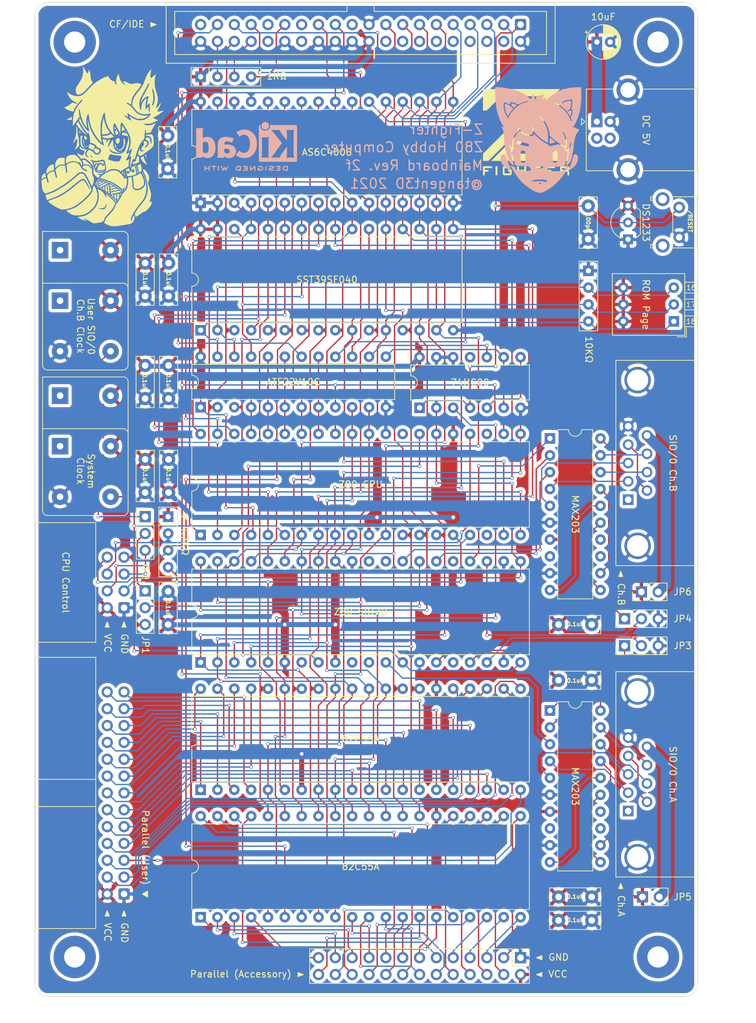
<source format=kicad_pcb>
(kicad_pcb (version 20171130) (host pcbnew 5.1.10)
  (layers (0 F.Cu signal) (31 B.Cu signal) (34 B.Paste user) (35 F.Paste user) (36 B.SilkS user) (37 F.SilkS user) (38 B.Mask user) (39 F.Mask user) (44 Edge.Cuts user))
  (net 0 "")
  (net 1 "#RESET")
  (net 2 D1)
  (net 3 D3)
  (net 4 D5)
  (net 5 D7)
  (net 6 "#INT")
  (net 7 "Net-(IC1-Pad25)")
  (net 8 "Net-(IC1-Pad7)")
  (net 9 "#M1")
  (net 10 "Net-(IC1-Pad29)")
  (net 11 "#RD")
  (net 12 "#SIOCS")
  (net 13 "Net-(IC1-Pad16)")
  (net 14 "#IORQ")
  (net 15 D6)
  (net 16 D4)
  (net 17 D2)
  (net 18 D0)
  (net 19 "Net-(J2-Pad1)")
  (net 20 "Net-(J2-Pad4)")
  (net 21 "Net-(J2-Pad9)")
  (net 22 "Net-(J3-Pad2)")
  (net 23 "Net-(J3-Pad3)")
  (net 24 PB3S)
  (net 25 PB4S)
  (net 26 PB2S)
  (net 27 PB5S)
  (net 28 PB1S)
  (net 29 PB6S)
  (net 30 PB0S)
  (net 31 PB7S)
  (net 32 PA7S)
  (net 33 PC7S)
  (net 34 PA6S)
  (net 35 PC6S)
  (net 36 PA5S)
  (net 37 PC5S)
  (net 38 PA4S)
  (net 39 PC4S)
  (net 40 PA3S)
  (net 41 PC3S)
  (net 42 PA2S)
  (net 43 PC2S)
  (net 44 PA1S)
  (net 45 PC1S)
  (net 46 PA0S)
  (net 47 PC0S)
  (net 48 PC0U)
  (net 49 PA0U)
  (net 50 PC1U)
  (net 51 PA1U)
  (net 52 PC2U)
  (net 53 PA2U)
  (net 54 PC3U)
  (net 55 PA3U)
  (net 56 PC4U)
  (net 57 PA4U)
  (net 58 PC5U)
  (net 59 PA5U)
  (net 60 PC6U)
  (net 61 PA6U)
  (net 62 PC7U)
  (net 63 PA7U)
  (net 64 PB7U)
  (net 65 PB0U)
  (net 66 PB6U)
  (net 67 PB1U)
  (net 68 PB5U)
  (net 69 PB2U)
  (net 70 PB4U)
  (net 71 PB3U)
  (net 72 "Net-(J6-Pad4)")
  (net 73 "Net-(J6-Pad6)")
  (net 74 "Net-(J6-Pad8)")
  (net 75 "Net-(J6-Pad10)")
  (net 76 "Net-(J6-Pad12)")
  (net 77 "Net-(J6-Pad14)")
  (net 78 "Net-(J6-Pad16)")
  (net 79 "Net-(J6-Pad18)")
  (net 80 "Net-(J6-Pad21)")
  (net 81 "#WR")
  (net 82 "Net-(J6-Pad27)")
  (net 83 "Net-(J6-Pad28)")
  (net 84 "Net-(J6-Pad31)")
  (net 85 "Net-(J6-Pad32)")
  (net 86 A1)
  (net 87 A0)
  (net 88 A2)
  (net 89 "#CFCS")
  (net 90 "Net-(J6-Pad39)")
  (net 91 A14)
  (net 92 A12)
  (net 93 A7)
  (net 94 A6)
  (net 95 "#RAMCS")
  (net 96 A5)
  (net 97 A10)
  (net 98 A4)
  (net 99 A3)
  (net 100 A11)
  (net 101 A9)
  (net 102 A8)
  (net 103 A13)
  (net 104 A15)
  (net 105 "#MREQ")
  (net 106 "Net-(U2-Pad28)")
  (net 107 "Net-(U2-Pad23)")
  (net 108 "#PPIS_CS")
  (net 109 RESET)
  (net 110 "#ROMCS")
  (net 111 "Net-(U8-Pad5)")
  (net 112 "#ROMD_OUT")
  (net 113 "Net-(U8-Pad11)")
  (net 114 "#PPIU_CS")
  (net 115 "Net-(X1-Pad1)")
  (net 116 "Net-(J1-Pad1)")
  (net 117 "Net-(J1-Pad4)")
  (net 118 "Net-(J1-Pad9)")
  (net 119 VCC)
  (net 120 "Net-(IC1-Pad11)")
  (net 121 RTSB)
  (net 122 RXDB)
  (net 123 RXDA)
  (net 124 RTSA)
  (net 125 S1RX)
  (net 126 S1TX)
  (net 127 S1RTS)
  (net 128 S2RX)
  (net 129 S2TX)
  (net 130 S2RTS)
  (net 131 ROMA18)
  (net 132 ROMA16)
  (net 133 ROMA17)
  (net 134 "Net-(IC1-Pad10)")
  (net 135 GND)
  (net 136 "#ROMD_IN")
  (net 137 TXDA)
  (net 138 "Net-(IC1-Pad30)")
  (net 139 TXDB)
  (net 140 "Net-(U5-Pad8)")
  (net 141 "Net-(U6-Pad8)")
  (net 142 "Net-(U5-Pad10)")
  (net 143 "Net-(U5-Pad12)")
  (net 144 "Net-(U5-Pad11)")
  (net 145 "Net-(U5-Pad14)")
  (net 146 "Net-(U5-Pad13)")
  (net 147 "Net-(U6-Pad11)")
  (net 148 "Net-(U6-Pad12)")
  (net 149 "Net-(U6-Pad13)")
  (net 150 "Net-(U6-Pad14)")
  (net 151 "Net-(U6-Pad10)")
  (net 152 CLOCK2)
  (net 153 "Net-(X2-Pad1)")
  (net 154 SIO_CTSB)
  (net 155 SIO_CTSA)
  (net 156 S1CTS)
  (net 157 S2CTS)
  (net 158 CTSA)
  (net 159 CTSB)
  (net 160 PATA38)
  (net 161 PATA34)
  (net 162 PATA29)
  (net 163 "#NMI")
  (net 164 CLOCK_Ch.B)
  (net 165 CLOCK)
  (net 166 "#WAIT")
  (net 167 CLOCK2_EXT)
  (net 168 CLOCK2_USER)
  (net 169 HALT)
  (module Package_DIP:DIP-40_W15.24mm (layer F.Cu) (at 92.9036 107.3558 90)
    (fp_text reference U2 hide)
    (fp_text value Z80CPU)
    (fp_text user "Z80 CPU" (at 7.624999 24.13) (layer F.SilkS))
    (pad 40 thru_hole oval (at 15.24 0 90) (size 1.6 1.6) (drill 0.8) (layers *.Cu *.Mask) (net 97 A10))
    (pad 20 thru_hole oval (at 0 48.26 90) (size 1.6 1.6) (drill 0.8) (layers *.Cu *.Mask) (net 14 "#IORQ"))
    (pad 39 thru_hole oval (at 15.24 2.54 90) (size 1.6 1.6) (drill 0.8) (layers *.Cu *.Mask) (net 101 A9))
    (pad 19 thru_hole oval (at 0 45.72 90) (size 1.6 1.6) (drill 0.8) (layers *.Cu *.Mask) (net 105 "#MREQ"))
    (pad 38 thru_hole oval (at 15.24 5.08 90) (size 1.6 1.6) (drill 0.8) (layers *.Cu *.Mask) (net 102 A8))
    (pad 18 thru_hole oval (at 0 43.18 90) (size 1.6 1.6) (drill 0.8) (layers *.Cu *.Mask) (net 169 HALT))
    (pad 37 thru_hole oval (at 15.24 7.62 90) (size 1.6 1.6) (drill 0.8) (layers *.Cu *.Mask) (net 93 A7))
    (pad 17 thru_hole oval (at 0 40.64 90) (size 1.6 1.6) (drill 0.8) (layers *.Cu *.Mask) (net 163 "#NMI"))
    (pad 36 thru_hole oval (at 15.24 10.16 90) (size 1.6 1.6) (drill 0.8) (layers *.Cu *.Mask) (net 94 A6))
    (pad 16 thru_hole oval (at 0 38.1 90) (size 1.6 1.6) (drill 0.8) (layers *.Cu *.Mask) (net 6 "#INT"))
    (pad 35 thru_hole oval (at 15.24 12.7 90) (size 1.6 1.6) (drill 0.8) (layers *.Cu *.Mask) (net 96 A5))
    (pad 15 thru_hole oval (at 0 35.56 90) (size 1.6 1.6) (drill 0.8) (layers *.Cu *.Mask) (net 2 D1))
    (pad 34 thru_hole oval (at 15.24 15.24 90) (size 1.6 1.6) (drill 0.8) (layers *.Cu *.Mask) (net 98 A4))
    (pad 14 thru_hole oval (at 0 33.02 90) (size 1.6 1.6) (drill 0.8) (layers *.Cu *.Mask) (net 18 D0))
    (pad 33 thru_hole oval (at 15.24 17.78 90) (size 1.6 1.6) (drill 0.8) (layers *.Cu *.Mask) (net 99 A3))
    (pad 13 thru_hole oval (at 0 30.48 90) (size 1.6 1.6) (drill 0.8) (layers *.Cu *.Mask) (net 5 D7))
    (pad 32 thru_hole oval (at 15.24 20.32 90) (size 1.6 1.6) (drill 0.8) (layers *.Cu *.Mask) (net 88 A2))
    (pad 12 thru_hole oval (at 0 27.94 90) (size 1.6 1.6) (drill 0.8) (layers *.Cu *.Mask) (net 17 D2))
    (pad 31 thru_hole oval (at 15.24 22.86 90) (size 1.6 1.6) (drill 0.8) (layers *.Cu *.Mask) (net 86 A1))
    (pad 11 thru_hole oval (at 0 25.4 90) (size 1.6 1.6) (drill 0.8) (layers *.Cu *.Mask) (net 119 VCC))
    (pad 30 thru_hole oval (at 15.24 25.4 90) (size 1.6 1.6) (drill 0.8) (layers *.Cu *.Mask) (net 87 A0))
    (pad 10 thru_hole oval (at 0 22.86 90) (size 1.6 1.6) (drill 0.8) (layers *.Cu *.Mask) (net 15 D6))
    (pad 29 thru_hole oval (at 15.24 27.94 90) (size 1.6 1.6) (drill 0.8) (layers *.Cu *.Mask) (net 135 GND))
    (pad 9 thru_hole oval (at 0 20.32 90) (size 1.6 1.6) (drill 0.8) (layers *.Cu *.Mask) (net 4 D5))
    (pad 28 thru_hole oval (at 15.24 30.48 90) (size 1.6 1.6) (drill 0.8) (layers *.Cu *.Mask) (net 106 "Net-(U2-Pad28)"))
    (pad 8 thru_hole oval (at 0 17.78 90) (size 1.6 1.6) (drill 0.8) (layers *.Cu *.Mask) (net 3 D3))
    (pad 27 thru_hole oval (at 15.24 33.02 90) (size 1.6 1.6) (drill 0.8) (layers *.Cu *.Mask) (net 9 "#M1"))
    (pad 7 thru_hole oval (at 0 15.24 90) (size 1.6 1.6) (drill 0.8) (layers *.Cu *.Mask) (net 16 D4))
    (pad 26 thru_hole oval (at 15.24 35.56 90) (size 1.6 1.6) (drill 0.8) (layers *.Cu *.Mask) (net 1 "#RESET"))
    (pad 6 thru_hole oval (at 0 12.7 90) (size 1.6 1.6) (drill 0.8) (layers *.Cu *.Mask) (net 165 CLOCK))
    (pad 25 thru_hole oval (at 15.24 38.1 90) (size 1.6 1.6) (drill 0.8) (layers *.Cu *.Mask) (net 119 VCC))
    (pad 5 thru_hole oval (at 0 10.16 90) (size 1.6 1.6) (drill 0.8) (layers *.Cu *.Mask) (net 104 A15))
    (pad 24 thru_hole oval (at 15.24 40.64 90) (size 1.6 1.6) (drill 0.8) (layers *.Cu *.Mask) (net 166 "#WAIT"))
    (pad 4 thru_hole oval (at 0 7.62 90) (size 1.6 1.6) (drill 0.8) (layers *.Cu *.Mask) (net 91 A14))
    (pad 23 thru_hole oval (at 15.24 43.18 90) (size 1.6 1.6) (drill 0.8) (layers *.Cu *.Mask) (net 107 "Net-(U2-Pad23)"))
    (pad 3 thru_hole oval (at 0 5.08 90) (size 1.6 1.6) (drill 0.8) (layers *.Cu *.Mask) (net 103 A13))
    (pad 22 thru_hole oval (at 15.24 45.72 90) (size 1.6 1.6) (drill 0.8) (layers *.Cu *.Mask) (net 81 "#WR"))
    (pad 2 thru_hole oval (at 0 2.54 90) (size 1.6 1.6) (drill 0.8) (layers *.Cu *.Mask) (net 92 A12))
    (pad 21 thru_hole oval (at 15.24 48.26 90) (size 1.6 1.6) (drill 0.8) (layers *.Cu *.Mask) (net 11 "#RD"))
    (pad 1 thru_hole rect (at 0 0 90) (size 1.6 1.6) (drill 0.8) (layers *.Cu *.Mask) (net 100 A11))
  )
  (module Connector_IDC:IDC-Header_2x04_P2.54mm_Horizontal (layer F.Cu) (at 81.35 118.3308 180)
    (fp_text reference J7 hide)
    (fp_text value Conn_02x04_Odd_Even)
    (pad 1 thru_hole roundrect (at 0 0 180) (size 1.7 1.7) (drill 1) (layers *.Cu *.Mask) (roundrect_rratio 0.1470588235294118) (net 135 GND))
    (pad 3 thru_hole circle (at 0 2.54 180) (size 1.7 1.7) (drill 1) (layers *.Cu *.Mask) (net 6 "#INT"))
    (pad 5 thru_hole circle (at 0 5.08 180) (size 1.7 1.7) (drill 1) (layers *.Cu *.Mask) (net 167 CLOCK2_EXT))
    (pad 7 thru_hole circle (at 0 7.62 180) (size 1.7 1.7) (drill 1) (layers *.Cu *.Mask) (net 165 CLOCK))
    (pad 2 thru_hole circle (at 2.54 0 180) (size 1.7 1.7) (drill 1) (layers *.Cu *.Mask) (net 119 VCC))
    (pad 4 thru_hole circle (at 2.54 2.54 180) (size 1.7 1.7) (drill 1) (layers *.Cu *.Mask) (net 163 "#NMI"))
    (pad 6 thru_hole circle (at 2.54 5.08 180) (size 1.7 1.7) (drill 1) (layers *.Cu *.Mask) (net 166 "#WAIT"))
    (pad 8 thru_hole circle (at 2.54 7.62 180) (size 1.7 1.7) (drill 1) (layers *.Cu *.Mask) (net 1 "#RESET"))
  )
  (module Connector_PinHeader_2.54mm:PinHeader_2x13_P2.54mm_Vertical (layer F.Cu) (at 141.1636 171.12 270)
    (fp_text reference J4 hide)
    (fp_text value Conn_02x13_Odd_Even)
    (pad 26 thru_hole oval (at 2.54 30.48 270) (size 1.7 1.7) (drill 1) (layers *.Cu *.Mask) (net 47 PC0S))
    (pad 25 thru_hole oval (at 0 30.48 270) (size 1.7 1.7) (drill 1) (layers *.Cu *.Mask) (net 46 PA0S))
    (pad 24 thru_hole oval (at 2.54 27.94 270) (size 1.7 1.7) (drill 1) (layers *.Cu *.Mask) (net 45 PC1S))
    (pad 23 thru_hole oval (at 0 27.94 270) (size 1.7 1.7) (drill 1) (layers *.Cu *.Mask) (net 44 PA1S))
    (pad 22 thru_hole oval (at 2.54 25.4 270) (size 1.7 1.7) (drill 1) (layers *.Cu *.Mask) (net 43 PC2S))
    (pad 21 thru_hole oval (at 0 25.4 270) (size 1.7 1.7) (drill 1) (layers *.Cu *.Mask) (net 42 PA2S))
    (pad 20 thru_hole oval (at 2.54 22.86 270) (size 1.7 1.7) (drill 1) (layers *.Cu *.Mask) (net 41 PC3S))
    (pad 19 thru_hole oval (at 0 22.86 270) (size 1.7 1.7) (drill 1) (layers *.Cu *.Mask) (net 40 PA3S))
    (pad 18 thru_hole oval (at 2.54 20.32 270) (size 1.7 1.7) (drill 1) (layers *.Cu *.Mask) (net 39 PC4S))
    (pad 17 thru_hole oval (at 0 20.32 270) (size 1.7 1.7) (drill 1) (layers *.Cu *.Mask) (net 38 PA4S))
    (pad 16 thru_hole oval (at 2.54 17.78 270) (size 1.7 1.7) (drill 1) (layers *.Cu *.Mask) (net 37 PC5S))
    (pad 15 thru_hole oval (at 0 17.78 270) (size 1.7 1.7) (drill 1) (layers *.Cu *.Mask) (net 36 PA5S))
    (pad 14 thru_hole oval (at 2.54 15.24 270) (size 1.7 1.7) (drill 1) (layers *.Cu *.Mask) (net 35 PC6S))
    (pad 13 thru_hole oval (at 0 15.24 270) (size 1.7 1.7) (drill 1) (layers *.Cu *.Mask) (net 34 PA6S))
    (pad 12 thru_hole oval (at 2.54 12.7 270) (size 1.7 1.7) (drill 1) (layers *.Cu *.Mask) (net 33 PC7S))
    (pad 11 thru_hole oval (at 0 12.7 270) (size 1.7 1.7) (drill 1) (layers *.Cu *.Mask) (net 32 PA7S))
    (pad 10 thru_hole oval (at 2.54 10.16 270) (size 1.7 1.7) (drill 1) (layers *.Cu *.Mask) (net 31 PB7S))
    (pad 9 thru_hole oval (at 0 10.16 270) (size 1.7 1.7) (drill 1) (layers *.Cu *.Mask) (net 30 PB0S))
    (pad 8 thru_hole oval (at 2.54 7.62 270) (size 1.7 1.7) (drill 1) (layers *.Cu *.Mask) (net 29 PB6S))
    (pad 7 thru_hole oval (at 0 7.62 270) (size 1.7 1.7) (drill 1) (layers *.Cu *.Mask) (net 28 PB1S))
    (pad 6 thru_hole oval (at 2.54 5.08 270) (size 1.7 1.7) (drill 1) (layers *.Cu *.Mask) (net 27 PB5S))
    (pad 5 thru_hole oval (at 0 5.08 270) (size 1.7 1.7) (drill 1) (layers *.Cu *.Mask) (net 26 PB2S))
    (pad 4 thru_hole oval (at 2.54 2.54 270) (size 1.7 1.7) (drill 1) (layers *.Cu *.Mask) (net 25 PB4S))
    (pad 3 thru_hole oval (at 0 2.54 270) (size 1.7 1.7) (drill 1) (layers *.Cu *.Mask) (net 24 PB3S))
    (pad 2 thru_hole oval (at 2.54 0 270) (size 1.7 1.7) (drill 1) (layers *.Cu *.Mask) (net 119 VCC))
    (pad 1 thru_hole rect (at 0 0 270) (size 1.7 1.7) (drill 1) (layers *.Cu *.Mask) (net 135 GND))
  )
  (module Oscillator:Oscillator_DIP-8_LargePads (layer F.Cu) (at 71.7 93.9708 270)
    (fp_text reference REF** hide)
    (fp_text value Oscillator_DIP-8_LargePads)
    (pad 4 thru_hole rect (at 0 0 270) (size 2.5 2.5) (drill 1) (layers *.Cu *.Mask))
    (pad 11 thru_hole circle (at 0 -7.62 270) (size 2.5 2.5) (drill 1) (layers *.Cu *.Mask) (net 119 VCC))
  )
  (module Oscillator:Oscillator_DIP-8_LargePads (layer F.Cu) (at 71.698 72.0252 270)
    (fp_text reference REF** hide)
    (fp_text value Oscillator_DIP-8_LargePads)
    (pad 11 thru_hole circle (at 0 -7.62 270) (size 2.5 2.5) (drill 1) (layers *.Cu *.Mask) (net 119 VCC))
    (pad 4 thru_hole rect (at 0 0 270) (size 2.5 2.5) (drill 1) (layers *.Cu *.Mask))
  )
  (module Oscillator:Oscillator_DIP-14_LargePads (layer F.Cu) (at 71.7 86.3508 270)
    (fp_text reference X1 hide)
    (fp_text value "Z80/SIO Ch.A Clock" hide)
    (pad 1 thru_hole rect (at 0 0 270) (size 2.5 2.5) (drill 1) (layers *.Cu *.Mask) (net 115 "Net-(X1-Pad1)"))
    (pad 14 thru_hole circle (at 0 -7.62 270) (size 2.5 2.5) (drill 1) (layers *.Cu *.Mask) (net 119 VCC))
    (pad 8 thru_hole circle (at 15.24 -7.62 270) (size 2.5 2.5) (drill 1) (layers *.Cu *.Mask) (net 165 CLOCK))
    (pad 7 thru_hole circle (at 15.24 0 270) (size 2.5 2.5) (drill 1) (layers *.Cu *.Mask) (net 135 GND))
  )
  (module Oscillator:Oscillator_DIP-14_LargePads (layer F.Cu) (at 71.698 64.4052 270)
    (fp_text reference X2 hide)
    (fp_text value "SIO Ch.B Clock")
    (pad 7 thru_hole circle (at 15.24 0 270) (size 2.5 2.5) (drill 1) (layers *.Cu *.Mask) (net 135 GND))
    (pad 8 thru_hole circle (at 15.24 -7.62 270) (size 2.5 2.5) (drill 1) (layers *.Cu *.Mask) (net 152 CLOCK2))
    (pad 14 thru_hole circle (at 0 -7.62 270) (size 2.5 2.5) (drill 1) (layers *.Cu *.Mask) (net 119 VCC))
    (pad 1 thru_hole rect (at 0 0 270) (size 2.5 2.5) (drill 1) (layers *.Cu *.Mask) (net 153 "Net-(X2-Pad1)"))
  )
  (module Package_DIP:DIP-32_W15.24mm (layer F.Cu) (at 92.9036 57.2508 90)
    (fp_text reference U1 hide)
    (fp_text value AS6C4008-55PCN)
    (fp_text user AS6C4008 (at 7.62 19.05 180) (layer F.SilkS))
    (pad 1 thru_hole rect (at 0 0 90) (size 1.6 1.6) (drill 0.8) (layers *.Cu *.Mask) (net 135 GND))
    (pad 17 thru_hole oval (at 15.24 38.1 90) (size 1.6 1.6) (drill 0.8) (layers *.Cu *.Mask) (net 3 D3))
    (pad 2 thru_hole oval (at 0 2.54 90) (size 1.6 1.6) (drill 0.8) (layers *.Cu *.Mask) (net 135 GND))
    (pad 18 thru_hole oval (at 15.24 35.56 90) (size 1.6 1.6) (drill 0.8) (layers *.Cu *.Mask) (net 16 D4))
    (pad 3 thru_hole oval (at 0 5.08 90) (size 1.6 1.6) (drill 0.8) (layers *.Cu *.Mask) (net 91 A14))
    (pad 19 thru_hole oval (at 15.24 33.02 90) (size 1.6 1.6) (drill 0.8) (layers *.Cu *.Mask) (net 4 D5))
    (pad 4 thru_hole oval (at 0 7.62 90) (size 1.6 1.6) (drill 0.8) (layers *.Cu *.Mask) (net 92 A12))
    (pad 20 thru_hole oval (at 15.24 30.48 90) (size 1.6 1.6) (drill 0.8) (layers *.Cu *.Mask) (net 15 D6))
    (pad 5 thru_hole oval (at 0 10.16 90) (size 1.6 1.6) (drill 0.8) (layers *.Cu *.Mask) (net 93 A7))
    (pad 21 thru_hole oval (at 15.24 27.94 90) (size 1.6 1.6) (drill 0.8) (layers *.Cu *.Mask) (net 5 D7))
    (pad 6 thru_hole oval (at 0 12.7 90) (size 1.6 1.6) (drill 0.8) (layers *.Cu *.Mask) (net 94 A6))
    (pad 22 thru_hole oval (at 15.24 25.4 90) (size 1.6 1.6) (drill 0.8) (layers *.Cu *.Mask) (net 95 "#RAMCS"))
    (pad 7 thru_hole oval (at 0 15.24 90) (size 1.6 1.6) (drill 0.8) (layers *.Cu *.Mask) (net 96 A5))
    (pad 23 thru_hole oval (at 15.24 22.86 90) (size 1.6 1.6) (drill 0.8) (layers *.Cu *.Mask) (net 97 A10))
    (pad 8 thru_hole oval (at 0 17.78 90) (size 1.6 1.6) (drill 0.8) (layers *.Cu *.Mask) (net 98 A4))
    (pad 24 thru_hole oval (at 15.24 20.32 90) (size 1.6 1.6) (drill 0.8) (layers *.Cu *.Mask) (net 11 "#RD"))
    (pad 9 thru_hole oval (at 0 20.32 90) (size 1.6 1.6) (drill 0.8) (layers *.Cu *.Mask) (net 99 A3))
    (pad 25 thru_hole oval (at 15.24 17.78 90) (size 1.6 1.6) (drill 0.8) (layers *.Cu *.Mask) (net 100 A11))
    (pad 10 thru_hole oval (at 0 22.86 90) (size 1.6 1.6) (drill 0.8) (layers *.Cu *.Mask) (net 88 A2))
    (pad 26 thru_hole oval (at 15.24 15.24 90) (size 1.6 1.6) (drill 0.8) (layers *.Cu *.Mask) (net 101 A9))
    (pad 11 thru_hole oval (at 0 25.4 90) (size 1.6 1.6) (drill 0.8) (layers *.Cu *.Mask) (net 86 A1))
    (pad 27 thru_hole oval (at 15.24 12.7 90) (size 1.6 1.6) (drill 0.8) (layers *.Cu *.Mask) (net 102 A8))
    (pad 12 thru_hole oval (at 0 27.94 90) (size 1.6 1.6) (drill 0.8) (layers *.Cu *.Mask) (net 87 A0))
    (pad 28 thru_hole oval (at 15.24 10.16 90) (size 1.6 1.6) (drill 0.8) (layers *.Cu *.Mask) (net 103 A13))
    (pad 13 thru_hole oval (at 0 30.48 90) (size 1.6 1.6) (drill 0.8) (layers *.Cu *.Mask) (net 18 D0))
    (pad 29 thru_hole oval (at 15.24 7.62 90) (size 1.6 1.6) (drill 0.8) (layers *.Cu *.Mask) (net 81 "#WR"))
    (pad 14 thru_hole oval (at 0 33.02 90) (size 1.6 1.6) (drill 0.8) (layers *.Cu *.Mask) (net 2 D1))
    (pad 30 thru_hole oval (at 15.24 5.08 90) (size 1.6 1.6) (drill 0.8) (layers *.Cu *.Mask) (net 135 GND))
    (pad 15 thru_hole oval (at 0 35.56 90) (size 1.6 1.6) (drill 0.8) (layers *.Cu *.Mask) (net 17 D2))
    (pad 31 thru_hole oval (at 15.24 2.54 90) (size 1.6 1.6) (drill 0.8) (layers *.Cu *.Mask) (net 104 A15))
    (pad 16 thru_hole oval (at 0 38.1 90) (size 1.6 1.6) (drill 0.8) (layers *.Cu *.Mask) (net 135 GND))
    (pad 32 thru_hole oval (at 15.24 0 90) (size 1.6 1.6) (drill 0.8) (layers *.Cu *.Mask) (net 119 VCC))
  )
  (module Z-FIGHTER_Mainboard:Tangent_Fighter (layer F.Cu) (at 78.33756 48.6318)
    (fp_text reference G*** hide)
    (fp_text value LOGO hide)
  )
  (module Z-FIGHTER_Mainboard:Tangent_Head (layer B.Cu) (at 143.85 47.77 180)
    (fp_text reference G*** hide)
    (fp_text value LOGO hide)
  )
  (module Z-FIGHTER_Mainboard:Z-FIGHTER_Logo (layer F.Cu) (at 142 46.6)
    (fp_text reference G*** hide)
    (fp_text value LOGO hide)
  )
  (module Symbol:KiCad-Logo2_6mm_SilkScreen (layer B.Cu) (at 99.784869 48.050133 180)
    (fp_text reference REF** hide)
    (fp_text value KiCad-Logo2_6mm_SilkScreen hide)
  )
  (module Connector_IDC:IDC-Header_2x13_P2.54mm_Horizontal (layer F.Cu) (at 81.35 161.5108 180)
    (fp_text reference J5 hide)
    (fp_text value Conn_Parallel_User hide)
    (fp_text user "Parallel (User) ▼" (at -3.2376 6.0085 270 unlocked) (layer F.SilkS))
    (pad 1 thru_hole roundrect (at 0 0 180) (size 1.7 1.7) (drill 1) (layers *.Cu *.Mask) (roundrect_rratio 0.1470588235294118) (net 135 GND))
    (pad 3 thru_hole circle (at 0 2.54 180) (size 1.7 1.7) (drill 1) (layers *.Cu *.Mask) (net 71 PB3U))
    (pad 5 thru_hole circle (at 0 5.08 180) (size 1.7 1.7) (drill 1) (layers *.Cu *.Mask) (net 69 PB2U))
    (pad 7 thru_hole circle (at 0 7.62 180) (size 1.7 1.7) (drill 1) (layers *.Cu *.Mask) (net 67 PB1U))
    (pad 9 thru_hole circle (at 0 10.16 180) (size 1.7 1.7) (drill 1) (layers *.Cu *.Mask) (net 65 PB0U))
    (pad 11 thru_hole circle (at 0 12.7 180) (size 1.7 1.7) (drill 1) (layers *.Cu *.Mask) (net 63 PA7U))
    (pad 13 thru_hole circle (at 0 15.24 180) (size 1.7 1.7) (drill 1) (layers *.Cu *.Mask) (net 61 PA6U))
    (pad 15 thru_hole circle (at 0 17.78 180) (size 1.7 1.7) (drill 1) (layers *.Cu *.Mask) (net 59 PA5U))
    (pad 17 thru_hole circle (at 0 20.32 180) (size 1.7 1.7) (drill 1) (layers *.Cu *.Mask) (net 57 PA4U))
    (pad 19 thru_hole circle (at 0 22.86 180) (size 1.7 1.7) (drill 1) (layers *.Cu *.Mask) (net 55 PA3U))
    (pad 21 thru_hole circle (at 0 25.4 180) (size 1.7 1.7) (drill 1) (layers *.Cu *.Mask) (net 53 PA2U))
    (pad 23 thru_hole circle (at 0 27.94 180) (size 1.7 1.7) (drill 1) (layers *.Cu *.Mask) (net 51 PA1U))
    (pad 25 thru_hole circle (at 0 30.48 180) (size 1.7 1.7) (drill 1) (layers *.Cu *.Mask) (net 49 PA0U))
    (pad 2 thru_hole circle (at 2.54 0 180) (size 1.7 1.7) (drill 1) (layers *.Cu *.Mask) (net 119 VCC))
    (pad 4 thru_hole circle (at 2.54 2.54 180) (size 1.7 1.7) (drill 1) (layers *.Cu *.Mask) (net 70 PB4U))
    (pad 6 thru_hole circle (at 2.54 5.08 180) (size 1.7 1.7) (drill 1) (layers *.Cu *.Mask) (net 68 PB5U))
    (pad 8 thru_hole circle (at 2.54 7.62 180) (size 1.7 1.7) (drill 1) (layers *.Cu *.Mask) (net 66 PB6U))
    (pad 10 thru_hole circle (at 2.54 10.16 180) (size 1.7 1.7) (drill 1) (layers *.Cu *.Mask) (net 64 PB7U))
    (pad 12 thru_hole circle (at 2.54 12.7 180) (size 1.7 1.7) (drill 1) (layers *.Cu *.Mask) (net 62 PC7U))
    (pad 14 thru_hole circle (at 2.54 15.24 180) (size 1.7 1.7) (drill 1) (layers *.Cu *.Mask) (net 60 PC6U))
    (pad 16 thru_hole circle (at 2.54 17.78 180) (size 1.7 1.7) (drill 1) (layers *.Cu *.Mask) (net 58 PC5U))
    (pad 18 thru_hole circle (at 2.54 20.32 180) (size 1.7 1.7) (drill 1) (layers *.Cu *.Mask) (net 56 PC4U))
    (pad 20 thru_hole circle (at 2.54 22.86 180) (size 1.7 1.7) (drill 1) (layers *.Cu *.Mask) (net 54 PC3U))
    (pad 22 thru_hole circle (at 2.54 25.4 180) (size 1.7 1.7) (drill 1) (layers *.Cu *.Mask) (net 52 PC2U))
    (pad 24 thru_hole circle (at 2.54 27.94 180) (size 1.7 1.7) (drill 1) (layers *.Cu *.Mask) (net 50 PC1U))
    (pad 26 thru_hole circle (at 2.54 30.48 180) (size 1.7 1.7) (drill 1) (layers *.Cu *.Mask) (net 48 PC0U))
  )
  (module Package_DIP:DIP-20_W7.62mm (layer F.Cu) (at 145.6 92.805)
    (fp_text reference U6 hide)
    (fp_text value MAX203 (at 3.81 11.425 270 unlocked) (layer F.SilkS))
    (pad 1 thru_hole rect (at 0 0) (size 1.6 1.6) (drill 0.8) (layers *.Cu *.Mask) (net 121 RTSB))
    (pad 11 thru_hole oval (at 7.62 22.86) (size 1.6 1.6) (drill 0.8) (layers *.Cu *.Mask) (net 147 "Net-(U6-Pad11)"))
    (pad 2 thru_hole oval (at 0 2.54) (size 1.6 1.6) (drill 0.8) (layers *.Cu *.Mask) (net 139 TXDB))
    (pad 12 thru_hole oval (at 7.62 20.32) (size 1.6 1.6) (drill 0.8) (layers *.Cu *.Mask) (net 148 "Net-(U6-Pad12)"))
    (pad 3 thru_hole oval (at 0 5.08) (size 1.6 1.6) (drill 0.8) (layers *.Cu *.Mask) (net 122 RXDB))
    (pad 13 thru_hole oval (at 7.62 17.78) (size 1.6 1.6) (drill 0.8) (layers *.Cu *.Mask) (net 149 "Net-(U6-Pad13)"))
    (pad 4 thru_hole oval (at 0 7.62) (size 1.6 1.6) (drill 0.8) (layers *.Cu *.Mask) (net 128 S2RX))
    (pad 14 thru_hole oval (at 7.62 15.24) (size 1.6 1.6) (drill 0.8) (layers *.Cu *.Mask) (net 150 "Net-(U6-Pad14)"))
    (pad 5 thru_hole oval (at 0 10.16) (size 1.6 1.6) (drill 0.8) (layers *.Cu *.Mask) (net 129 S2TX))
    (pad 15 thru_hole oval (at 7.62 12.7) (size 1.6 1.6) (drill 0.8) (layers *.Cu *.Mask) (net 147 "Net-(U6-Pad11)"))
    (pad 6 thru_hole oval (at 0 12.7) (size 1.6 1.6) (drill 0.8) (layers *.Cu *.Mask) (net 135 GND))
    (pad 16 thru_hole oval (at 7.62 10.16) (size 1.6 1.6) (drill 0.8) (layers *.Cu *.Mask) (net 151 "Net-(U6-Pad10)"))
    (pad 7 thru_hole oval (at 0 15.24) (size 1.6 1.6) (drill 0.8) (layers *.Cu *.Mask) (net 119 VCC))
    (pad 17 thru_hole oval (at 7.62 7.62) (size 1.6 1.6) (drill 0.8) (layers *.Cu *.Mask) (net 148 "Net-(U6-Pad12)"))
    (pad 8 thru_hole oval (at 0 17.78) (size 1.6 1.6) (drill 0.8) (layers *.Cu *.Mask) (net 141 "Net-(U6-Pad8)"))
    (pad 18 thru_hole oval (at 7.62 5.08) (size 1.6 1.6) (drill 0.8) (layers *.Cu *.Mask) (net 130 S2RTS))
    (pad 9 thru_hole oval (at 0 20.32) (size 1.6 1.6) (drill 0.8) (layers *.Cu *.Mask) (net 135 GND))
    (pad 19 thru_hole oval (at 7.62 2.54) (size 1.6 1.6) (drill 0.8) (layers *.Cu *.Mask) (net 157 S2CTS))
    (pad 10 thru_hole oval (at 0 22.86) (size 1.6 1.6) (drill 0.8) (layers *.Cu *.Mask) (net 151 "Net-(U6-Pad10)"))
    (pad 20 thru_hole oval (at 7.62 0) (size 1.6 1.6) (drill 0.8) (layers *.Cu *.Mask) (net 159 CTSB))
  )
  (module Connector_Dsub:DSUB-9_Male_Horizontal_P2.77x2.84mm_EdgePinOffset7.70mm_Housed_MountingHolesOffset9.12mm (layer F.Cu) (at 157.4036 102.04 90)
    (fp_text reference J2 hide)
    (fp_text value DB9_Male_MountingHoles)
    (pad 0 thru_hole circle (at 18.04 1.42 90) (size 4 4) (drill 3.2) (layers *.Cu *.Mask) (net 135 GND))
    (pad 0 thru_hole circle (at -6.96 1.42 90) (size 4 4) (drill 3.2) (layers *.Cu *.Mask) (net 135 GND))
    (pad 9 thru_hole circle (at 9.695 2.84 90) (size 1.6 1.6) (drill 1) (layers *.Cu *.Mask) (net 21 "Net-(J2-Pad9)"))
    (pad 8 thru_hole circle (at 6.925 2.84 90) (size 1.6 1.6) (drill 1) (layers *.Cu *.Mask) (net 157 S2CTS))
    (pad 7 thru_hole circle (at 4.155 2.84 90) (size 1.6 1.6) (drill 1) (layers *.Cu *.Mask) (net 130 S2RTS))
    (pad 6 thru_hole circle (at 1.385 2.84 90) (size 1.6 1.6) (drill 1) (layers *.Cu *.Mask) (net 20 "Net-(J2-Pad4)"))
    (pad 5 thru_hole circle (at 11.08 0 90) (size 1.6 1.6) (drill 1) (layers *.Cu *.Mask) (net 135 GND))
    (pad 4 thru_hole circle (at 8.31 0 90) (size 1.6 1.6) (drill 1) (layers *.Cu *.Mask) (net 20 "Net-(J2-Pad4)"))
    (pad 3 thru_hole circle (at 5.54 0 90) (size 1.6 1.6) (drill 1) (layers *.Cu *.Mask) (net 129 S2TX))
    (pad 2 thru_hole circle (at 2.77 0 90) (size 1.6 1.6) (drill 1) (layers *.Cu *.Mask) (net 128 S2RX))
    (pad 1 thru_hole rect (at 0 0 90) (size 1.6 1.6) (drill 1) (layers *.Cu *.Mask) (net 19 "Net-(J2-Pad1)"))
  )
  (module Connector_Dsub:DSUB-9_Male_Horizontal_P2.77x2.84mm_EdgePinOffset7.70mm_Housed_MountingHolesOffset9.12mm (layer F.Cu) (at 157.4036 149 90)
    (fp_text reference J1 hide)
    (fp_text value DB9_Male_MountingHoles hide)
    (pad 1 thru_hole rect (at 0 0 90) (size 1.6 1.6) (drill 1) (layers *.Cu *.Mask) (net 116 "Net-(J1-Pad1)"))
    (pad 2 thru_hole circle (at 2.77 0 90) (size 1.6 1.6) (drill 1) (layers *.Cu *.Mask) (net 125 S1RX))
    (pad 3 thru_hole circle (at 5.54 0 90) (size 1.6 1.6) (drill 1) (layers *.Cu *.Mask) (net 126 S1TX))
    (pad 4 thru_hole circle (at 8.31 0 90) (size 1.6 1.6) (drill 1) (layers *.Cu *.Mask) (net 117 "Net-(J1-Pad4)"))
    (pad 5 thru_hole circle (at 11.08 0 90) (size 1.6 1.6) (drill 1) (layers *.Cu *.Mask) (net 135 GND))
    (pad 6 thru_hole circle (at 1.385 2.84 90) (size 1.6 1.6) (drill 1) (layers *.Cu *.Mask) (net 117 "Net-(J1-Pad4)"))
    (pad 7 thru_hole circle (at 4.155 2.84 90) (size 1.6 1.6) (drill 1) (layers *.Cu *.Mask) (net 127 S1RTS))
    (pad 8 thru_hole circle (at 6.925 2.84 90) (size 1.6 1.6) (drill 1) (layers *.Cu *.Mask) (net 156 S1CTS))
    (pad 9 thru_hole circle (at 9.695 2.84 90) (size 1.6 1.6) (drill 1) (layers *.Cu *.Mask) (net 118 "Net-(J1-Pad9)"))
    (pad 0 thru_hole circle (at -6.96 1.42 90) (size 4 4) (drill 3.2) (layers *.Cu *.Mask) (net 135 GND))
    (pad 0 thru_hole circle (at 18.04 1.42 90) (size 4 4) (drill 3.2) (layers *.Cu *.Mask) (net 135 GND))
  )
  (module Connector_IDC:IDC-Header_2x20_P2.54mm_Vertical (layer F.Cu) (at 141.1636 30.37 270)
    (fp_text reference J6 hide)
    (fp_text value Conn_PATA)
    (pad 40 thru_hole circle (at 2.54 48.26 270) (size 1.7 1.7) (drill 1) (layers *.Cu *.Mask) (net 135 GND))
    (pad 38 thru_hole circle (at 2.54 45.72 270) (size 1.7 1.7) (drill 1) (layers *.Cu *.Mask) (net 160 PATA38))
    (pad 36 thru_hole circle (at 2.54 43.18 270) (size 1.7 1.7) (drill 1) (layers *.Cu *.Mask) (net 88 A2))
    (pad 34 thru_hole circle (at 2.54 40.64 270) (size 1.7 1.7) (drill 1) (layers *.Cu *.Mask) (net 161 PATA34))
    (pad 32 thru_hole circle (at 2.54 38.1 270) (size 1.7 1.7) (drill 1) (layers *.Cu *.Mask) (net 85 "Net-(J6-Pad32)"))
    (pad 30 thru_hole circle (at 2.54 35.56 270) (size 1.7 1.7) (drill 1) (layers *.Cu *.Mask) (net 135 GND))
    (pad 28 thru_hole circle (at 2.54 33.02 270) (size 1.7 1.7) (drill 1) (layers *.Cu *.Mask) (net 83 "Net-(J6-Pad28)"))
    (pad 26 thru_hole circle (at 2.54 30.48 270) (size 1.7 1.7) (drill 1) (layers *.Cu *.Mask) (net 135 GND))
    (pad 24 thru_hole circle (at 2.54 27.94 270) (size 1.7 1.7) (drill 1) (layers *.Cu *.Mask) (net 135 GND))
    (pad 22 thru_hole circle (at 2.54 25.4 270) (size 1.7 1.7) (drill 1) (layers *.Cu *.Mask) (net 135 GND))
    (pad 20 thru_hole circle (at 2.54 22.86 270) (size 1.7 1.7) (drill 1) (layers *.Cu *.Mask) (net 119 VCC))
    (pad 18 thru_hole circle (at 2.54 20.32 270) (size 1.7 1.7) (drill 1) (layers *.Cu *.Mask) (net 79 "Net-(J6-Pad18)"))
    (pad 16 thru_hole circle (at 2.54 17.78 270) (size 1.7 1.7) (drill 1) (layers *.Cu *.Mask) (net 78 "Net-(J6-Pad16)"))
    (pad 14 thru_hole circle (at 2.54 15.24 270) (size 1.7 1.7) (drill 1) (layers *.Cu *.Mask) (net 77 "Net-(J6-Pad14)"))
    (pad 12 thru_hole circle (at 2.54 12.7 270) (size 1.7 1.7) (drill 1) (layers *.Cu *.Mask) (net 76 "Net-(J6-Pad12)"))
    (pad 10 thru_hole circle (at 2.54 10.16 270) (size 1.7 1.7) (drill 1) (layers *.Cu *.Mask) (net 75 "Net-(J6-Pad10)"))
    (pad 8 thru_hole circle (at 2.54 7.62 270) (size 1.7 1.7) (drill 1) (layers *.Cu *.Mask) (net 74 "Net-(J6-Pad8)"))
    (pad 6 thru_hole circle (at 2.54 5.08 270) (size 1.7 1.7) (drill 1) (layers *.Cu *.Mask) (net 73 "Net-(J6-Pad6)"))
    (pad 4 thru_hole circle (at 2.54 2.54 270) (size 1.7 1.7) (drill 1) (layers *.Cu *.Mask) (net 72 "Net-(J6-Pad4)"))
    (pad 2 thru_hole circle (at 2.54 0 270) (size 1.7 1.7) (drill 1) (layers *.Cu *.Mask) (net 135 GND))
    (pad 39 thru_hole circle (at 0 48.26 270) (size 1.7 1.7) (drill 1) (layers *.Cu *.Mask) (net 90 "Net-(J6-Pad39)"))
    (pad 37 thru_hole circle (at 0 45.72 270) (size 1.7 1.7) (drill 1) (layers *.Cu *.Mask) (net 89 "#CFCS"))
    (pad 35 thru_hole circle (at 0 43.18 270) (size 1.7 1.7) (drill 1) (layers *.Cu *.Mask) (net 87 A0))
    (pad 33 thru_hole circle (at 0 40.64 270) (size 1.7 1.7) (drill 1) (layers *.Cu *.Mask) (net 86 A1))
    (pad 31 thru_hole circle (at 0 38.1 270) (size 1.7 1.7) (drill 1) (layers *.Cu *.Mask) (net 84 "Net-(J6-Pad31)"))
    (pad 29 thru_hole circle (at 0 35.56 270) (size 1.7 1.7) (drill 1) (layers *.Cu *.Mask) (net 162 PATA29))
    (pad 27 thru_hole circle (at 0 33.02 270) (size 1.7 1.7) (drill 1) (layers *.Cu *.Mask) (net 82 "Net-(J6-Pad27)"))
    (pad 25 thru_hole circle (at 0 30.48 270) (size 1.7 1.7) (drill 1) (layers *.Cu *.Mask) (net 11 "#RD"))
    (pad 23 thru_hole circle (at 0 27.94 270) (size 1.7 1.7) (drill 1) (layers *.Cu *.Mask) (net 81 "#WR"))
    (pad 21 thru_hole circle (at 0 25.4 270) (size 1.7 1.7) (drill 1) (layers *.Cu *.Mask) (net 80 "Net-(J6-Pad21)"))
    (pad 19 thru_hole circle (at 0 22.86 270) (size 1.7 1.7) (drill 1) (layers *.Cu *.Mask) (net 135 GND))
    (pad 17 thru_hole circle (at 0 20.32 270) (size 1.7 1.7) (drill 1) (layers *.Cu *.Mask) (net 18 D0))
    (pad 15 thru_hole circle (at 0 17.78 270) (size 1.7 1.7) (drill 1) (layers *.Cu *.Mask) (net 2 D1))
    (pad 13 thru_hole circle (at 0 15.24 270) (size 1.7 1.7) (drill 1) (layers *.Cu *.Mask) (net 17 D2))
    (pad 11 thru_hole circle (at 0 12.7 270) (size 1.7 1.7) (drill 1) (layers *.Cu *.Mask) (net 3 D3))
    (pad 9 thru_hole circle (at 0 10.16 270) (size 1.7 1.7) (drill 1) (layers *.Cu *.Mask) (net 16 D4))
    (pad 7 thru_hole circle (at 0 7.62 270) (size 1.7 1.7) (drill 1) (layers *.Cu *.Mask) (net 4 D5))
    (pad 5 thru_hole circle (at 0 5.08 270) (size 1.7 1.7) (drill 1) (layers *.Cu *.Mask) (net 15 D6))
    (pad 3 thru_hole circle (at 0 2.54 270) (size 1.7 1.7) (drill 1) (layers *.Cu *.Mask) (net 5 D7))
    (pad 1 thru_hole roundrect (at 0 0 270) (size 1.7 1.7) (drill 1) (layers *.Cu *.Mask) (roundrect_rratio 0.1470588235294118) (net 1 "#RESET"))
  )
  (module Package_DIP:DIP-40_W15.24mm (layer F.Cu) (at 92.9036 165.0108 90)
    (fp_text reference U3 hide)
    (fp_text value 82C55A)
    (fp_text user 82C55A (at 7.62 24.13) (layer F.SilkS))
    (pad 40 thru_hole oval (at 15.24 0 90) (size 1.6 1.6) (drill 0.8) (layers *.Cu *.Mask) (net 38 PA4S))
    (pad 20 thru_hole oval (at 0 48.26 90) (size 1.6 1.6) (drill 0.8) (layers *.Cu *.Mask) (net 26 PB2S))
    (pad 39 thru_hole oval (at 15.24 2.54 90) (size 1.6 1.6) (drill 0.8) (layers *.Cu *.Mask) (net 36 PA5S))
    (pad 19 thru_hole oval (at 0 45.72 90) (size 1.6 1.6) (drill 0.8) (layers *.Cu *.Mask) (net 28 PB1S))
    (pad 38 thru_hole oval (at 15.24 5.08 90) (size 1.6 1.6) (drill 0.8) (layers *.Cu *.Mask) (net 34 PA6S))
    (pad 18 thru_hole oval (at 0 43.18 90) (size 1.6 1.6) (drill 0.8) (layers *.Cu *.Mask) (net 30 PB0S))
    (pad 37 thru_hole oval (at 15.24 7.62 90) (size 1.6 1.6) (drill 0.8) (layers *.Cu *.Mask) (net 32 PA7S))
    (pad 17 thru_hole oval (at 0 40.64 90) (size 1.6 1.6) (drill 0.8) (layers *.Cu *.Mask) (net 41 PC3S))
    (pad 36 thru_hole oval (at 15.24 10.16 90) (size 1.6 1.6) (drill 0.8) (layers *.Cu *.Mask) (net 81 "#WR"))
    (pad 16 thru_hole oval (at 0 38.1 90) (size 1.6 1.6) (drill 0.8) (layers *.Cu *.Mask) (net 43 PC2S))
    (pad 35 thru_hole oval (at 15.24 12.7 90) (size 1.6 1.6) (drill 0.8) (layers *.Cu *.Mask) (net 109 RESET))
    (pad 15 thru_hole oval (at 0 35.56 90) (size 1.6 1.6) (drill 0.8) (layers *.Cu *.Mask) (net 45 PC1S))
    (pad 34 thru_hole oval (at 15.24 15.24 90) (size 1.6 1.6) (drill 0.8) (layers *.Cu *.Mask) (net 18 D0))
    (pad 14 thru_hole oval (at 0 33.02 90) (size 1.6 1.6) (drill 0.8) (layers *.Cu *.Mask) (net 47 PC0S))
    (pad 33 thru_hole oval (at 15.24 17.78 90) (size 1.6 1.6) (drill 0.8) (layers *.Cu *.Mask) (net 2 D1))
    (pad 13 thru_hole oval (at 0 30.48 90) (size 1.6 1.6) (drill 0.8) (layers *.Cu *.Mask) (net 39 PC4S))
    (pad 32 thru_hole oval (at 15.24 20.32 90) (size 1.6 1.6) (drill 0.8) (layers *.Cu *.Mask) (net 17 D2))
    (pad 12 thru_hole oval (at 0 27.94 90) (size 1.6 1.6) (drill 0.8) (layers *.Cu *.Mask) (net 37 PC5S))
    (pad 31 thru_hole oval (at 15.24 22.86 90) (size 1.6 1.6) (drill 0.8) (layers *.Cu *.Mask) (net 3 D3))
    (pad 11 thru_hole oval (at 0 25.4 90) (size 1.6 1.6) (drill 0.8) (layers *.Cu *.Mask) (net 35 PC6S))
    (pad 30 thru_hole oval (at 15.24 25.4 90) (size 1.6 1.6) (drill 0.8) (layers *.Cu *.Mask) (net 16 D4))
    (pad 10 thru_hole oval (at 0 22.86 90) (size 1.6 1.6) (drill 0.8) (layers *.Cu *.Mask) (net 33 PC7S))
    (pad 29 thru_hole oval (at 15.24 27.94 90) (size 1.6 1.6) (drill 0.8) (layers *.Cu *.Mask) (net 4 D5))
    (pad 9 thru_hole oval (at 0 20.32 90) (size 1.6 1.6) (drill 0.8) (layers *.Cu *.Mask) (net 87 A0))
    (pad 28 thru_hole oval (at 15.24 30.48 90) (size 1.6 1.6) (drill 0.8) (layers *.Cu *.Mask) (net 15 D6))
    (pad 8 thru_hole oval (at 0 17.78 90) (size 1.6 1.6) (drill 0.8) (layers *.Cu *.Mask) (net 86 A1))
    (pad 27 thru_hole oval (at 15.24 33.02 90) (size 1.6 1.6) (drill 0.8) (layers *.Cu *.Mask) (net 5 D7))
    (pad 7 thru_hole oval (at 0 15.24 90) (size 1.6 1.6) (drill 0.8) (layers *.Cu *.Mask) (net 135 GND))
    (pad 26 thru_hole oval (at 15.24 35.56 90) (size 1.6 1.6) (drill 0.8) (layers *.Cu *.Mask) (net 119 VCC))
    (pad 6 thru_hole oval (at 0 12.7 90) (size 1.6 1.6) (drill 0.8) (layers *.Cu *.Mask) (net 108 "#PPIS_CS"))
    (pad 25 thru_hole oval (at 15.24 38.1 90) (size 1.6 1.6) (drill 0.8) (layers *.Cu *.Mask) (net 31 PB7S))
    (pad 5 thru_hole oval (at 0 10.16 90) (size 1.6 1.6) (drill 0.8) (layers *.Cu *.Mask) (net 11 "#RD"))
    (pad 24 thru_hole oval (at 15.24 40.64 90) (size 1.6 1.6) (drill 0.8) (layers *.Cu *.Mask) (net 29 PB6S))
    (pad 4 thru_hole oval (at 0 7.62 90) (size 1.6 1.6) (drill 0.8) (layers *.Cu *.Mask) (net 46 PA0S))
    (pad 23 thru_hole oval (at 15.24 43.18 90) (size 1.6 1.6) (drill 0.8) (layers *.Cu *.Mask) (net 27 PB5S))
    (pad 3 thru_hole oval (at 0 5.08 90) (size 1.6 1.6) (drill 0.8) (layers *.Cu *.Mask) (net 44 PA1S))
    (pad 22 thru_hole oval (at 15.24 45.72 90) (size 1.6 1.6) (drill 0.8) (layers *.Cu *.Mask) (net 25 PB4S))
    (pad 2 thru_hole oval (at 0 2.54 90) (size 1.6 1.6) (drill 0.8) (layers *.Cu *.Mask) (net 42 PA2S))
    (pad 21 thru_hole oval (at 15.24 48.26 90) (size 1.6 1.6) (drill 0.8) (layers *.Cu *.Mask) (net 24 PB3S))
    (pad 1 thru_hole rect (at 0 0 90) (size 1.6 1.6) (drill 0.8) (layers *.Cu *.Mask) (net 40 PA3S))
  )
  (module Package_DIP:DIP-40_W15.24mm (layer F.Cu) (at 92.9036 145.7928 90)
    (fp_text reference U9 hide)
    (fp_text value 82C55A hide)
    (fp_text user 82C55A (at 7.6925 24.13 180) (layer F.SilkS))
    (pad 40 thru_hole oval (at 15.24 0 90) (size 1.6 1.6) (drill 0.8) (layers *.Cu *.Mask) (net 57 PA4U))
    (pad 20 thru_hole oval (at 0 48.26 90) (size 1.6 1.6) (drill 0.8) (layers *.Cu *.Mask) (net 69 PB2U))
    (pad 39 thru_hole oval (at 15.24 2.54 90) (size 1.6 1.6) (drill 0.8) (layers *.Cu *.Mask) (net 59 PA5U))
    (pad 19 thru_hole oval (at 0 45.72 90) (size 1.6 1.6) (drill 0.8) (layers *.Cu *.Mask) (net 67 PB1U))
    (pad 38 thru_hole oval (at 15.24 5.08 90) (size 1.6 1.6) (drill 0.8) (layers *.Cu *.Mask) (net 61 PA6U))
    (pad 18 thru_hole oval (at 0 43.18 90) (size 1.6 1.6) (drill 0.8) (layers *.Cu *.Mask) (net 65 PB0U))
    (pad 37 thru_hole oval (at 15.24 7.62 90) (size 1.6 1.6) (drill 0.8) (layers *.Cu *.Mask) (net 63 PA7U))
    (pad 17 thru_hole oval (at 0 40.64 90) (size 1.6 1.6) (drill 0.8) (layers *.Cu *.Mask) (net 54 PC3U))
    (pad 36 thru_hole oval (at 15.24 10.16 90) (size 1.6 1.6) (drill 0.8) (layers *.Cu *.Mask) (net 81 "#WR"))
    (pad 16 thru_hole oval (at 0 38.1 90) (size 1.6 1.6) (drill 0.8) (layers *.Cu *.Mask) (net 52 PC2U))
    (pad 35 thru_hole oval (at 15.24 12.7 90) (size 1.6 1.6) (drill 0.8) (layers *.Cu *.Mask) (net 109 RESET))
    (pad 15 thru_hole oval (at 0 35.56 90) (size 1.6 1.6) (drill 0.8) (layers *.Cu *.Mask) (net 50 PC1U))
    (pad 34 thru_hole oval (at 15.24 15.24 90) (size 1.6 1.6) (drill 0.8) (layers *.Cu *.Mask) (net 18 D0))
    (pad 14 thru_hole oval (at 0 33.02 90) (size 1.6 1.6) (drill 0.8) (layers *.Cu *.Mask) (net 48 PC0U))
    (pad 33 thru_hole oval (at 15.24 17.78 90) (size 1.6 1.6) (drill 0.8) (layers *.Cu *.Mask) (net 2 D1))
    (pad 13 thru_hole oval (at 0 30.48 90) (size 1.6 1.6) (drill 0.8) (layers *.Cu *.Mask) (net 56 PC4U))
    (pad 32 thru_hole oval (at 15.24 20.32 90) (size 1.6 1.6) (drill 0.8) (layers *.Cu *.Mask) (net 17 D2))
    (pad 12 thru_hole oval (at 0 27.94 90) (size 1.6 1.6) (drill 0.8) (layers *.Cu *.Mask) (net 58 PC5U))
    (pad 31 thru_hole oval (at 15.24 22.86 90) (size 1.6 1.6) (drill 0.8) (layers *.Cu *.Mask) (net 3 D3))
    (pad 11 thru_hole oval (at 0 25.4 90) (size 1.6 1.6) (drill 0.8) (layers *.Cu *.Mask) (net 60 PC6U))
    (pad 30 thru_hole oval (at 15.24 25.4 90) (size 1.6 1.6) (drill 0.8) (layers *.Cu *.Mask) (net 16 D4))
    (pad 10 thru_hole oval (at 0 22.86 90) (size 1.6 1.6) (drill 0.8) (layers *.Cu *.Mask) (net 62 PC7U))
    (pad 29 thru_hole oval (at 15.24 27.94 90) (size 1.6 1.6) (drill 0.8) (layers *.Cu *.Mask) (net 4 D5))
    (pad 9 thru_hole oval (at 0 20.32 90) (size 1.6 1.6) (drill 0.8) (layers *.Cu *.Mask) (net 87 A0))
    (pad 28 thru_hole oval (at 15.24 30.48 90) (size 1.6 1.6) (drill 0.8) (layers *.Cu *.Mask) (net 15 D6))
    (pad 8 thru_hole oval (at 0 17.78 90) (size 1.6 1.6) (drill 0.8) (layers *.Cu *.Mask) (net 86 A1))
    (pad 27 thru_hole oval (at 15.24 33.02 90) (size 1.6 1.6) (drill 0.8) (layers *.Cu *.Mask) (net 5 D7))
    (pad 7 thru_hole oval (at 0 15.24 90) (size 1.6 1.6) (drill 0.8) (layers *.Cu *.Mask) (net 135 GND))
    (pad 26 thru_hole oval (at 15.24 35.56 90) (size 1.6 1.6) (drill 0.8) (layers *.Cu *.Mask) (net 119 VCC))
    (pad 6 thru_hole oval (at 0 12.7 90) (size 1.6 1.6) (drill 0.8) (layers *.Cu *.Mask) (net 114 "#PPIU_CS"))
    (pad 25 thru_hole oval (at 15.24 38.1 90) (size 1.6 1.6) (drill 0.8) (layers *.Cu *.Mask) (net 64 PB7U))
    (pad 5 thru_hole oval (at 0 10.16 90) (size 1.6 1.6) (drill 0.8) (layers *.Cu *.Mask) (net 11 "#RD"))
    (pad 24 thru_hole oval (at 15.24 40.64 90) (size 1.6 1.6) (drill 0.8) (layers *.Cu *.Mask) (net 66 PB6U))
    (pad 4 thru_hole oval (at 0 7.62 90) (size 1.6 1.6) (drill 0.8) (layers *.Cu *.Mask) (net 49 PA0U))
    (pad 23 thru_hole oval (at 15.24 43.18 90) (size 1.6 1.6) (drill 0.8) (layers *.Cu *.Mask) (net 68 PB5U))
    (pad 3 thru_hole oval (at 0 5.08 90) (size 1.6 1.6) (drill 0.8) (layers *.Cu *.Mask) (net 51 PA1U))
    (pad 22 thru_hole oval (at 15.24 45.72 90) (size 1.6 1.6) (drill 0.8) (layers *.Cu *.Mask) (net 70 PB4U))
    (pad 2 thru_hole oval (at 0 2.54 90) (size 1.6 1.6) (drill 0.8) (layers *.Cu *.Mask) (net 53 PA2U))
    (pad 21 thru_hole oval (at 15.24 48.26 90) (size 1.6 1.6) (drill 0.8) (layers *.Cu *.Mask) (net 71 PB3U))
    (pad 1 thru_hole rect (at 0 0 90) (size 1.6 1.6) (drill 0.8) (layers *.Cu *.Mask) (net 55 PA3U))
  )
  (module Package_DIP:DIP-32_W15.24mm (layer F.Cu) (at 92.9036 76.4691 90)
    (fp_text reference U4 hide)
    (fp_text value SST39SF040 (at 7.62 19.05) (layer F.SilkS))
    (pad 1 thru_hole rect (at 0 0 90) (size 1.6 1.6) (drill 0.8) (layers *.Cu *.Mask) (net 131 ROMA18))
    (pad 17 thru_hole oval (at 15.24 38.1 90) (size 1.6 1.6) (drill 0.8) (layers *.Cu *.Mask) (net 3 D3))
    (pad 2 thru_hole oval (at 0 2.54 90) (size 1.6 1.6) (drill 0.8) (layers *.Cu *.Mask) (net 132 ROMA16))
    (pad 18 thru_hole oval (at 15.24 35.56 90) (size 1.6 1.6) (drill 0.8) (layers *.Cu *.Mask) (net 16 D4))
    (pad 3 thru_hole oval (at 0 5.08 90) (size 1.6 1.6) (drill 0.8) (layers *.Cu *.Mask) (net 104 A15))
    (pad 19 thru_hole oval (at 15.24 33.02 90) (size 1.6 1.6) (drill 0.8) (layers *.Cu *.Mask) (net 4 D5))
    (pad 4 thru_hole oval (at 0 7.62 90) (size 1.6 1.6) (drill 0.8) (layers *.Cu *.Mask) (net 92 A12))
    (pad 20 thru_hole oval (at 15.24 30.48 90) (size 1.6 1.6) (drill 0.8) (layers *.Cu *.Mask) (net 15 D6))
    (pad 5 thru_hole oval (at 0 10.16 90) (size 1.6 1.6) (drill 0.8) (layers *.Cu *.Mask) (net 93 A7))
    (pad 21 thru_hole oval (at 15.24 27.94 90) (size 1.6 1.6) (drill 0.8) (layers *.Cu *.Mask) (net 5 D7))
    (pad 6 thru_hole oval (at 0 12.7 90) (size 1.6 1.6) (drill 0.8) (layers *.Cu *.Mask) (net 94 A6))
    (pad 22 thru_hole oval (at 15.24 25.4 90) (size 1.6 1.6) (drill 0.8) (layers *.Cu *.Mask) (net 110 "#ROMCS"))
    (pad 7 thru_hole oval (at 0 15.24 90) (size 1.6 1.6) (drill 0.8) (layers *.Cu *.Mask) (net 96 A5))
    (pad 23 thru_hole oval (at 15.24 22.86 90) (size 1.6 1.6) (drill 0.8) (layers *.Cu *.Mask) (net 97 A10))
    (pad 8 thru_hole oval (at 0 17.78 90) (size 1.6 1.6) (drill 0.8) (layers *.Cu *.Mask) (net 98 A4))
    (pad 24 thru_hole oval (at 15.24 20.32 90) (size 1.6 1.6) (drill 0.8) (layers *.Cu *.Mask) (net 11 "#RD"))
    (pad 9 thru_hole oval (at 0 20.32 90) (size 1.6 1.6) (drill 0.8) (layers *.Cu *.Mask) (net 99 A3))
    (pad 25 thru_hole oval (at 15.24 17.78 90) (size 1.6 1.6) (drill 0.8) (layers *.Cu *.Mask) (net 100 A11))
    (pad 10 thru_hole oval (at 0 22.86 90) (size 1.6 1.6) (drill 0.8) (layers *.Cu *.Mask) (net 88 A2))
    (pad 26 thru_hole oval (at 15.24 15.24 90) (size 1.6 1.6) (drill 0.8) (layers *.Cu *.Mask) (net 101 A9))
    (pad 11 thru_hole oval (at 0 25.4 90) (size 1.6 1.6) (drill 0.8) (layers *.Cu *.Mask) (net 86 A1))
    (pad 27 thru_hole oval (at 15.24 12.7 90) (size 1.6 1.6) (drill 0.8) (layers *.Cu *.Mask) (net 102 A8))
    (pad 12 thru_hole oval (at 0 27.94 90) (size 1.6 1.6) (drill 0.8) (layers *.Cu *.Mask) (net 87 A0))
    (pad 28 thru_hole oval (at 15.24 10.16 90) (size 1.6 1.6) (drill 0.8) (layers *.Cu *.Mask) (net 103 A13))
    (pad 13 thru_hole oval (at 0 30.48 90) (size 1.6 1.6) (drill 0.8) (layers *.Cu *.Mask) (net 18 D0))
    (pad 29 thru_hole oval (at 15.24 7.62 90) (size 1.6 1.6) (drill 0.8) (layers *.Cu *.Mask) (net 91 A14))
    (pad 14 thru_hole oval (at 0 33.02 90) (size 1.6 1.6) (drill 0.8) (layers *.Cu *.Mask) (net 2 D1))
    (pad 30 thru_hole oval (at 15.24 5.08 90) (size 1.6 1.6) (drill 0.8) (layers *.Cu *.Mask) (net 133 ROMA17))
    (pad 15 thru_hole oval (at 0 35.56 90) (size 1.6 1.6) (drill 0.8) (layers *.Cu *.Mask) (net 17 D2))
    (pad 31 thru_hole oval (at 15.24 2.54 90) (size 1.6 1.6) (drill 0.8) (layers *.Cu *.Mask) (net 119 VCC))
    (pad 16 thru_hole oval (at 0 38.1 90) (size 1.6 1.6) (drill 0.8) (layers *.Cu *.Mask) (net 135 GND))
    (pad 32 thru_hole oval (at 15.24 0 90) (size 1.6 1.6) (drill 0.8) (layers *.Cu *.Mask) (net 119 VCC))
  )
  (module Package_DIP:DIP-14_W7.62mm (layer F.Cu) (at 125.9236 88.1675 90)
    (fp_text reference U8 hide)
    (fp_text value 74HC00)
    (fp_text user 74HC00 (at 3.81 7.62 180) (layer F.SilkS))
    (pad 1 thru_hole rect (at 0 0 90) (size 1.6 1.6) (drill 0.8) (layers *.Cu *.Mask) (net 1 "#RESET"))
    (pad 8 thru_hole oval (at 7.62 15.24 90) (size 1.6 1.6) (drill 0.8) (layers *.Cu *.Mask) (net 111 "Net-(U8-Pad5)"))
    (pad 2 thru_hole oval (at 0 2.54 90) (size 1.6 1.6) (drill 0.8) (layers *.Cu *.Mask) (net 1 "#RESET"))
    (pad 9 thru_hole oval (at 7.62 12.7 90) (size 1.6 1.6) (drill 0.8) (layers *.Cu *.Mask) (net 136 "#ROMD_IN"))
    (pad 3 thru_hole oval (at 0 5.08 90) (size 1.6 1.6) (drill 0.8) (layers *.Cu *.Mask) (net 109 RESET))
    (pad 10 thru_hole oval (at 7.62 10.16 90) (size 1.6 1.6) (drill 0.8) (layers *.Cu *.Mask) (net 112 "#ROMD_OUT"))
    (pad 4 thru_hole oval (at 0 7.62 90) (size 1.6 1.6) (drill 0.8) (layers *.Cu *.Mask) (net 1 "#RESET"))
    (pad 11 thru_hole oval (at 7.62 7.62 90) (size 1.6 1.6) (drill 0.8) (layers *.Cu *.Mask) (net 113 "Net-(U8-Pad11)"))
    (pad 5 thru_hole oval (at 0 10.16 90) (size 1.6 1.6) (drill 0.8) (layers *.Cu *.Mask) (net 111 "Net-(U8-Pad5)"))
    (pad 12 thru_hole oval (at 7.62 5.08 90) (size 1.6 1.6) (drill 0.8) (layers *.Cu *.Mask) (net 135 GND))
    (pad 6 thru_hole oval (at 0 12.7 90) (size 1.6 1.6) (drill 0.8) (layers *.Cu *.Mask) (net 136 "#ROMD_IN"))
    (pad 13 thru_hole oval (at 7.62 2.54 90) (size 1.6 1.6) (drill 0.8) (layers *.Cu *.Mask) (net 135 GND))
    (pad 7 thru_hole oval (at 0 15.24 90) (size 1.6 1.6) (drill 0.8) (layers *.Cu *.Mask) (net 135 GND))
    (pad 14 thru_hole oval (at 7.62 0 90) (size 1.6 1.6) (drill 0.8) (layers *.Cu *.Mask) (net 119 VCC))
  )
  (module Package_DIP:DIP-40_W15.24mm (layer F.Cu) (at 92.9036 126.5738 90)
    (fp_text reference IC1 hide)
    (fp_text value Z80SIO)
    (fp_text user "Z80 SIO/0" (at 7.62 24.13 180) (layer F.SilkS))
    (pad 1 thru_hole rect (at 0 0 90) (size 1.6 1.6) (drill 0.8) (layers *.Cu *.Mask) (net 2 D1))
    (pad 21 thru_hole oval (at 15.24 48.26 90) (size 1.6 1.6) (drill 0.8) (layers *.Cu *.Mask) (net 1 "#RESET"))
    (pad 2 thru_hole oval (at 0 2.54 90) (size 1.6 1.6) (drill 0.8) (layers *.Cu *.Mask) (net 3 D3))
    (pad 22 thru_hole oval (at 15.24 45.72 90) (size 1.6 1.6) (drill 0.8) (layers *.Cu *.Mask) (net 135 GND))
    (pad 3 thru_hole oval (at 0 5.08 90) (size 1.6 1.6) (drill 0.8) (layers *.Cu *.Mask) (net 4 D5))
    (pad 23 thru_hole oval (at 15.24 43.18 90) (size 1.6 1.6) (drill 0.8) (layers *.Cu *.Mask) (net 154 SIO_CTSB))
    (pad 4 thru_hole oval (at 0 7.62 90) (size 1.6 1.6) (drill 0.8) (layers *.Cu *.Mask) (net 5 D7))
    (pad 24 thru_hole oval (at 15.24 40.64 90) (size 1.6 1.6) (drill 0.8) (layers *.Cu *.Mask) (net 121 RTSB))
    (pad 5 thru_hole oval (at 0 10.16 90) (size 1.6 1.6) (drill 0.8) (layers *.Cu *.Mask) (net 6 "#INT"))
    (pad 25 thru_hole oval (at 15.24 38.1 90) (size 1.6 1.6) (drill 0.8) (layers *.Cu *.Mask) (net 7 "Net-(IC1-Pad25)"))
    (pad 6 thru_hole oval (at 0 12.7 90) (size 1.6 1.6) (drill 0.8) (layers *.Cu *.Mask) (net 119 VCC))
    (pad 26 thru_hole oval (at 15.24 35.56 90) (size 1.6 1.6) (drill 0.8) (layers *.Cu *.Mask) (net 139 TXDB))
    (pad 7 thru_hole oval (at 0 15.24 90) (size 1.6 1.6) (drill 0.8) (layers *.Cu *.Mask) (net 8 "Net-(IC1-Pad7)"))
    (pad 27 thru_hole oval (at 15.24 33.02 90) (size 1.6 1.6) (drill 0.8) (layers *.Cu *.Mask) (net 164 CLOCK_Ch.B))
    (pad 8 thru_hole oval (at 0 17.78 90) (size 1.6 1.6) (drill 0.8) (layers *.Cu *.Mask) (net 9 "#M1"))
    (pad 28 thru_hole oval (at 15.24 30.48 90) (size 1.6 1.6) (drill 0.8) (layers *.Cu *.Mask) (net 122 RXDB))
    (pad 9 thru_hole oval (at 0 20.32 90) (size 1.6 1.6) (drill 0.8) (layers *.Cu *.Mask) (net 119 VCC))
    (pad 29 thru_hole oval (at 15.24 27.94 90) (size 1.6 1.6) (drill 0.8) (layers *.Cu *.Mask) (net 10 "Net-(IC1-Pad29)"))
    (pad 10 thru_hole oval (at 0 22.86 90) (size 1.6 1.6) (drill 0.8) (layers *.Cu *.Mask) (net 134 "Net-(IC1-Pad10)"))
    (pad 30 thru_hole oval (at 15.24 25.4 90) (size 1.6 1.6) (drill 0.8) (layers *.Cu *.Mask) (net 138 "Net-(IC1-Pad30)"))
    (pad 11 thru_hole oval (at 0 25.4 90) (size 1.6 1.6) (drill 0.8) (layers *.Cu *.Mask) (net 120 "Net-(IC1-Pad11)"))
    (pad 31 thru_hole oval (at 15.24 22.86 90) (size 1.6 1.6) (drill 0.8) (layers *.Cu *.Mask) (net 135 GND))
    (pad 12 thru_hole oval (at 0 27.94 90) (size 1.6 1.6) (drill 0.8) (layers *.Cu *.Mask) (net 123 RXDA))
    (pad 32 thru_hole oval (at 15.24 20.32 90) (size 1.6 1.6) (drill 0.8) (layers *.Cu *.Mask) (net 11 "#RD"))
    (pad 13 thru_hole oval (at 0 30.48 90) (size 1.6 1.6) (drill 0.8) (layers *.Cu *.Mask) (net 165 CLOCK))
    (pad 33 thru_hole oval (at 15.24 17.78 90) (size 1.6 1.6) (drill 0.8) (layers *.Cu *.Mask) (net 86 A1))
    (pad 14 thru_hole oval (at 0 33.02 90) (size 1.6 1.6) (drill 0.8) (layers *.Cu *.Mask) (net 165 CLOCK))
    (pad 34 thru_hole oval (at 15.24 15.24 90) (size 1.6 1.6) (drill 0.8) (layers *.Cu *.Mask) (net 87 A0))
    (pad 15 thru_hole oval (at 0 35.56 90) (size 1.6 1.6) (drill 0.8) (layers *.Cu *.Mask) (net 137 TXDA))
    (pad 35 thru_hole oval (at 15.24 12.7 90) (size 1.6 1.6) (drill 0.8) (layers *.Cu *.Mask) (net 12 "#SIOCS"))
    (pad 16 thru_hole oval (at 0 38.1 90) (size 1.6 1.6) (drill 0.8) (layers *.Cu *.Mask) (net 13 "Net-(IC1-Pad16)"))
    (pad 36 thru_hole oval (at 15.24 10.16 90) (size 1.6 1.6) (drill 0.8) (layers *.Cu *.Mask) (net 14 "#IORQ"))
    (pad 17 thru_hole oval (at 0 40.64 90) (size 1.6 1.6) (drill 0.8) (layers *.Cu *.Mask) (net 124 RTSA))
    (pad 37 thru_hole oval (at 15.24 7.62 90) (size 1.6 1.6) (drill 0.8) (layers *.Cu *.Mask) (net 15 D6))
    (pad 18 thru_hole oval (at 0 43.18 90) (size 1.6 1.6) (drill 0.8) (layers *.Cu *.Mask) (net 155 SIO_CTSA))
    (pad 38 thru_hole oval (at 15.24 5.08 90) (size 1.6 1.6) (drill 0.8) (layers *.Cu *.Mask) (net 16 D4))
    (pad 19 thru_hole oval (at 0 45.72 90) (size 1.6 1.6) (drill 0.8) (layers *.Cu *.Mask) (net 135 GND))
    (pad 39 thru_hole oval (at 15.24 2.54 90) (size 1.6 1.6) (drill 0.8) (layers *.Cu *.Mask) (net 17 D2))
    (pad 20 thru_hole oval (at 0 48.26 90) (size 1.6 1.6) (drill 0.8) (layers *.Cu *.Mask) (net 165 CLOCK))
    (pad 40 thru_hole oval (at 15.24 0 90) (size 1.6 1.6) (drill 0.8) (layers *.Cu *.Mask) (net 18 D0))
  )
  (module Connector_USB:USB_B_OST_USB-B1HSxx_Horizontal (layer F.Cu) (at 152.6736 45.0108)
    (fp_text reference J3 hide)
    (fp_text value USB_B)
    (fp_text user "DC 5V" (at 7.4164 1.25 270 unlocked) (layer F.SilkS))
    (pad 1 thru_hole rect (at 0 0) (size 1.7 1.7) (drill 0.92) (layers *.Cu *.Mask) (net 119 VCC))
    (pad 2 thru_hole circle (at 0 2.5) (size 1.7 1.7) (drill 0.92) (layers *.Cu *.Mask) (net 22 "Net-(J3-Pad2)"))
    (pad 3 thru_hole circle (at 2 2.5) (size 1.7 1.7) (drill 0.92) (layers *.Cu *.Mask) (net 23 "Net-(J3-Pad3)"))
    (pad 4 thru_hole circle (at 2 0) (size 1.7 1.7) (drill 0.92) (layers *.Cu *.Mask) (net 135 GND))
    (pad 5 thru_hole circle (at 4.71 -4.77) (size 3.5 3.5) (drill 2.33) (layers *.Cu *.Mask) (net 135 GND))
    (pad 5 thru_hole circle (at 4.71 7.27) (size 3.5 3.5) (drill 2.33) (layers *.Cu *.Mask) (net 135 GND))
  )
  (module Capacitor_THT:C_Disc_D7.5mm_W2.5mm_P5.00mm (layer F.Cu) (at 151.3736 62.7308 90)
    (fp_text reference C2 hide)
    (fp_text value 100pF hide)
    (fp_text user 100pF (at 2.5 0 270 unlocked) (layer F.SilkS) (effects (font (size 0.6 0.6))))
    (pad 1 thru_hole circle (at 0 0 90) (size 2 2) (drill 1) (layers *.Cu *.Mask) (net 135 GND))
    (pad 2 thru_hole circle (at 5 0 90) (size 2 2) (drill 1) (layers *.Cu *.Mask) (net 1 "#RESET"))
  )
  (module Capacitor_THT:C_Disc_D7.5mm_W2.5mm_P5.00mm (layer F.Cu) (at 88.0706 81.7875 270)
    (fp_text reference C7 hide)
    (fp_text value 0.1uF hide)
    (fp_text user 0.1uF (at 2.5 0 270 unlocked) (layer F.SilkS) (effects (font (size 0.6 0.6))))
    (pad 2 thru_hole circle (at 5 0 270) (size 2 2) (drill 1) (layers *.Cu *.Mask) (net 135 GND))
    (pad 1 thru_hole circle (at 0 0 270) (size 2 2) (drill 1) (layers *.Cu *.Mask) (net 119 VCC))
  )
  (module MountingHole:MountingHole_3.2mm_M3_Pad (layer F.Cu) (at 161.9036 33.0108)
    (fp_text reference Mount2 hide)
    (fp_text value MountingHole_3.2mm_M3_Pad)
    (pad 1 thru_hole circle (at 0 0) (size 6.4 6.4) (drill 3.200001) (layers *.Cu *.Mask))
  )
  (module MountingHole:MountingHole_3.2mm_M3_Pad (layer F.Cu) (at 73.9036 33.0108)
    (fp_text reference Mount1 hide)
    (fp_text value MountingHole_3.2mm_M3_Pad)
    (pad 1 thru_hole circle (at 0 0) (size 6.4 6.4) (drill 3.200001) (layers *.Cu *.Mask))
  )
  (module Capacitor_THT:C_Disc_D7.5mm_W2.5mm_P5.00mm (layer F.Cu) (at 84.5306 95.9608 270)
    (fp_text reference C3 hide)
    (fp_text value 0.1uF hide)
    (fp_text user 0.1uF (at 2.5 0 270 unlocked) (layer F.SilkS) (effects (font (size 0.6 0.6))))
    (pad 1 thru_hole circle (at 0 0 270) (size 2 2) (drill 1) (layers *.Cu *.Mask) (net 119 VCC))
    (pad 2 thru_hole circle (at 5 0 270) (size 2 2) (drill 1) (layers *.Cu *.Mask) (net 135 GND))
  )
  (module Capacitor_THT:C_Disc_D7.5mm_W2.5mm_P5.00mm (layer F.Cu) (at 88.0706 66.3441 270)
    (fp_text reference C6 hide)
    (fp_text value 0.1uF)
    (fp_text user 0.1uF (at 2.54 0 270 unlocked) (layer F.SilkS) (effects (font (size 0.6 0.6))))
    (pad 2 thru_hole circle (at 5 0 270) (size 2 2) (drill 1) (layers *.Cu *.Mask) (net 135 GND))
    (pad 1 thru_hole circle (at 0 0 270) (size 2 2) (drill 1) (layers *.Cu *.Mask) (net 119 VCC))
  )
  (module Capacitor_THT:C_Disc_D7.5mm_W2.5mm_P5.00mm (layer F.Cu) (at 87.9436 47.1258 270)
    (fp_text reference C4 hide)
    (fp_text value 0.1uF)
    (fp_text user 0.1uF (at 2.5 0 270 unlocked) (layer F.SilkS) (effects (font (size 0.6 0.6))))
    (pad 1 thru_hole circle (at 0 0 270) (size 2 2) (drill 1) (layers *.Cu *.Mask) (net 119 VCC))
    (pad 2 thru_hole circle (at 5 0 270) (size 2 2) (drill 1) (layers *.Cu *.Mask) (net 135 GND))
  )
  (module Capacitor_THT:C_Disc_D7.5mm_W2.5mm_P5.00mm (layer F.Cu) (at 88.0706 100.9608 90)
    (fp_text reference C8 hide)
    (fp_text value 0.1uF)
    (fp_text user 0.1uF (at 2.5 0 270 unlocked) (layer F.SilkS) (effects (font (size 0.6 0.6))))
    (pad 1 thru_hole circle (at 0 0 90) (size 2 2) (drill 1) (layers *.Cu *.Mask) (net 119 VCC))
    (pad 2 thru_hole circle (at 5 0 90) (size 2 2) (drill 1) (layers *.Cu *.Mask) (net 135 GND))
  )
  (module Capacitor_THT:C_Disc_D7.5mm_W2.5mm_P5.00mm (layer F.Cu) (at 88.0028 120.8708 90)
    (fp_text reference C11 hide)
    (fp_text value 0.1uF)
    (fp_text user 0.1uF (at 2.5 0 270 unlocked) (layer F.SilkS) (effects (font (size 0.6 0.6))))
    (pad 2 thru_hole circle (at 5 0 90) (size 2 2) (drill 1) (layers *.Cu *.Mask) (net 135 GND))
    (pad 1 thru_hole circle (at 0 0 90) (size 2 2) (drill 1) (layers *.Cu *.Mask) (net 119 VCC))
  )
  (module MountingHole:MountingHole_3.2mm_M3_Pad (layer F.Cu) (at 161.9036 171.0108)
    (fp_text reference Mount4 hide)
    (fp_text value MountingHole_3.2mm_M3_Pad)
    (pad 1 thru_hole circle (at 0 0) (size 6.4 6.4) (drill 3.200001) (layers *.Cu *.Mask))
  )
  (module MountingHole:MountingHole_3.2mm_M3_Pad (layer F.Cu) (at 73.9036 171.0108)
    (fp_text reference Mount3 hide)
    (fp_text value MountingHole_3.2mm_M3_Pad)
    (pad 1 thru_hole circle (at 0 0) (size 6.4 6.4) (drill 3.200001) (layers *.Cu *.Mask))
  )
  (module Button_Switch_THT:SW_Tactile_SPST_Angled_PTS645Vx58-2LFS (layer F.Cu) (at 165.0936 57.9558 270)
    (fp_text reference SW1 hide)
    (fp_text value SW_Push)
    (pad "" thru_hole circle (at -1.25 2.49 270) (size 2.1 2.1) (drill 1.3) (layers *.Cu *.Mask))
    (pad 1 thru_hole circle (at 0 0 270) (size 1.75 1.75) (drill 0.99) (layers *.Cu *.Mask) (net 1 "#RESET"))
    (pad 2 thru_hole circle (at 4.5 0 270) (size 1.75 1.75) (drill 0.99) (layers *.Cu *.Mask) (net 135 GND))
    (pad "" thru_hole circle (at 5.76 2.49 270) (size 2.1 2.1) (drill 1.3) (layers *.Cu *.Mask))
  )
  (module Package_DIP:DIP-24_W7.62mm (layer F.Cu) (at 92.9036 88.0875 90)
    (fp_text reference U7 hide)
    (fp_text value ATF22V10CZ-15PI)
    (fp_text user ATF22V10C (at 3.81 13.975 180) (layer F.SilkS))
    (pad 1 thru_hole rect (at 0 0 90) (size 1.6 1.6) (drill 0.8) (layers *.Cu *.Mask) (net 91 A14))
    (pad 13 thru_hole oval (at 7.62 27.94 90) (size 1.6 1.6) (drill 0.8) (layers *.Cu *.Mask) (net 136 "#ROMD_IN"))
    (pad 2 thru_hole oval (at 0 2.54 90) (size 1.6 1.6) (drill 0.8) (layers *.Cu *.Mask) (net 104 A15))
    (pad 14 thru_hole oval (at 7.62 25.4 90) (size 1.6 1.6) (drill 0.8) (layers *.Cu *.Mask) (net 112 "#ROMD_OUT"))
    (pad 3 thru_hole oval (at 0 5.08 90) (size 1.6 1.6) (drill 0.8) (layers *.Cu *.Mask) (net 103 A13))
    (pad 15 thru_hole oval (at 7.62 22.86 90) (size 1.6 1.6) (drill 0.8) (layers *.Cu *.Mask) (net 110 "#ROMCS"))
    (pad 4 thru_hole oval (at 0 7.62 90) (size 1.6 1.6) (drill 0.8) (layers *.Cu *.Mask) (net 93 A7))
    (pad 16 thru_hole oval (at 7.62 20.32 90) (size 1.6 1.6) (drill 0.8) (layers *.Cu *.Mask) (net 95 "#RAMCS"))
    (pad 5 thru_hole oval (at 0 10.16 90) (size 1.6 1.6) (drill 0.8) (layers *.Cu *.Mask) (net 94 A6))
    (pad 17 thru_hole oval (at 7.62 17.78 90) (size 1.6 1.6) (drill 0.8) (layers *.Cu *.Mask) (net 12 "#SIOCS"))
    (pad 6 thru_hole oval (at 0 12.7 90) (size 1.6 1.6) (drill 0.8) (layers *.Cu *.Mask) (net 96 A5))
    (pad 18 thru_hole oval (at 7.62 15.24 90) (size 1.6 1.6) (drill 0.8) (layers *.Cu *.Mask) (net 89 "#CFCS"))
    (pad 7 thru_hole oval (at 0 15.24 90) (size 1.6 1.6) (drill 0.8) (layers *.Cu *.Mask) (net 98 A4))
    (pad 19 thru_hole oval (at 7.62 12.7 90) (size 1.6 1.6) (drill 0.8) (layers *.Cu *.Mask) (net 108 "#PPIS_CS"))
    (pad 8 thru_hole oval (at 0 17.78 90) (size 1.6 1.6) (drill 0.8) (layers *.Cu *.Mask) (net 99 A3))
    (pad 20 thru_hole oval (at 7.62 10.16 90) (size 1.6 1.6) (drill 0.8) (layers *.Cu *.Mask) (net 114 "#PPIU_CS"))
    (pad 9 thru_hole oval (at 0 20.32 90) (size 1.6 1.6) (drill 0.8) (layers *.Cu *.Mask) (net 81 "#WR"))
    (pad 21 thru_hole oval (at 7.62 7.62 90) (size 1.6 1.6) (drill 0.8) (layers *.Cu *.Mask) (net 133 ROMA17))
    (pad 10 thru_hole oval (at 0 22.86 90) (size 1.6 1.6) (drill 0.8) (layers *.Cu *.Mask) (net 105 "#MREQ"))
    (pad 22 thru_hole oval (at 7.62 5.08 90) (size 1.6 1.6) (drill 0.8) (layers *.Cu *.Mask) (net 132 ROMA16))
    (pad 11 thru_hole oval (at 0 25.4 90) (size 1.6 1.6) (drill 0.8) (layers *.Cu *.Mask) (net 14 "#IORQ"))
    (pad 23 thru_hole oval (at 7.62 2.54 90) (size 1.6 1.6) (drill 0.8) (layers *.Cu *.Mask) (net 131 ROMA18))
    (pad 12 thru_hole oval (at 0 27.94 90) (size 1.6 1.6) (drill 0.8) (layers *.Cu *.Mask) (net 135 GND))
    (pad 24 thru_hole oval (at 7.62 0 90) (size 1.6 1.6) (drill 0.8) (layers *.Cu *.Mask) (net 119 VCC))
  )
  (module Button_Switch_THT:SW_DIP_SPSTx03_Piano_10.8x9.18mm_W7.62mm_P2.54mm (layer F.Cu) (at 164.2836 75.1308 180)
    (fp_text reference SW2 hide)
    (fp_text value SW_DIP_x03)
    (fp_text user "ROM Page" (at 4.1936 2.54 270 unlocked) (layer F.SilkS))
    (pad 1 thru_hole rect (at 0 0 180) (size 1.6 1.6) (drill 0.8) (layers *.Cu *.Mask) (net 131 ROMA18))
    (pad 4 thru_hole oval (at 7.62 5.08 180) (size 1.6 1.6) (drill 0.8) (layers *.Cu *.Mask) (net 119 VCC))
    (pad 2 thru_hole oval (at 0 2.54 180) (size 1.6 1.6) (drill 0.8) (layers *.Cu *.Mask) (net 133 ROMA17))
    (pad 5 thru_hole oval (at 7.62 2.54 180) (size 1.6 1.6) (drill 0.8) (layers *.Cu *.Mask) (net 119 VCC))
    (pad 3 thru_hole oval (at 0 5.08 180) (size 1.6 1.6) (drill 0.8) (layers *.Cu *.Mask) (net 132 ROMA16))
    (pad 6 thru_hole oval (at 7.62 0 180) (size 1.6 1.6) (drill 0.8) (layers *.Cu *.Mask) (net 119 VCC))
  )
  (module Resistor_THT:R_Array_SIP4 (layer F.Cu) (at 151.4036 67.5108 270)
    (fp_text reference RN2 hide)
    (fp_text value 10KΩ hide)
    (pad 1 thru_hole rect (at 0 0 270) (size 1.6 1.6) (drill 0.8) (layers *.Cu *.Mask) (net 135 GND))
    (pad 2 thru_hole oval (at 2.54 0 270) (size 1.6 1.6) (drill 0.8) (layers *.Cu *.Mask) (net 132 ROMA16))
    (pad 3 thru_hole oval (at 5.08 0 270) (size 1.6 1.6) (drill 0.8) (layers *.Cu *.Mask) (net 133 ROMA17))
    (pad 4 thru_hole oval (at 7.62 0 270) (size 1.6 1.6) (drill 0.8) (layers *.Cu *.Mask) (net 131 ROMA18))
  )
  (module Resistor_THT:R_Array_SIP4 (layer F.Cu) (at 92.9036 38.2402)
    (fp_text reference RN3 hide)
    (fp_text value 1KΩ)
    (pad 1 thru_hole rect (at 0 0) (size 1.6 1.6) (drill 0.8) (layers *.Cu *.Mask) (net 119 VCC))
    (pad 2 thru_hole oval (at 2.54 0) (size 1.6 1.6) (drill 0.8) (layers *.Cu *.Mask) (net 160 PATA38))
    (pad 3 thru_hole oval (at 5.08 0) (size 1.6 1.6) (drill 0.8) (layers *.Cu *.Mask) (net 161 PATA34))
    (pad 4 thru_hole oval (at 7.62 0) (size 1.6 1.6) (drill 0.8) (layers *.Cu *.Mask) (net 162 PATA29))
  )
  (module Capacitor_THT:C_Disc_D7.5mm_W2.5mm_P5.00mm (layer F.Cu) (at 146.9 165.5)
    (fp_text reference C5 hide)
    (fp_text value 0.1uF (at 2.5 -0.0555) (layer F.SilkS) (effects (font (size 0.6 0.6))))
    (pad 1 thru_hole circle (at 0 0) (size 2 2) (drill 1) (layers *.Cu *.Mask) (net 119 VCC))
    (pad 2 thru_hole circle (at 5 0) (size 2 2) (drill 1) (layers *.Cu *.Mask) (net 135 GND))
  )
  (module Capacitor_THT:C_Disc_D7.5mm_W2.5mm_P5.00mm (layer F.Cu) (at 84.5306 81.7875 270)
    (fp_text reference C9 hide)
    (fp_text value 0.1uF (at 2.5 0.0675 270 unlocked) (layer F.SilkS) (effects (font (size 0.6 0.6))))
    (pad 2 thru_hole circle (at 5 0 270) (size 2 2) (drill 1) (layers *.Cu *.Mask) (net 135 GND))
    (pad 1 thru_hole circle (at 0 0 270) (size 2 2) (drill 1) (layers *.Cu *.Mask) (net 119 VCC))
  )
  (module Package_DIP:DIP-20_W7.62mm (layer F.Cu) (at 145.6 133.845)
    (fp_text reference U5 hide)
    (fp_text value MAX203 (at 3.81 11.425 -90 unlocked) (layer F.SilkS))
    (pad 20 thru_hole oval (at 7.62 0) (size 1.6 1.6) (drill 0.8) (layers *.Cu *.Mask) (net 158 CTSA))
    (pad 10 thru_hole oval (at 0 22.86) (size 1.6 1.6) (drill 0.8) (layers *.Cu *.Mask) (net 142 "Net-(U5-Pad10)"))
    (pad 19 thru_hole oval (at 7.62 2.54) (size 1.6 1.6) (drill 0.8) (layers *.Cu *.Mask) (net 156 S1CTS))
    (pad 9 thru_hole oval (at 0 20.32) (size 1.6 1.6) (drill 0.8) (layers *.Cu *.Mask) (net 135 GND))
    (pad 18 thru_hole oval (at 7.62 5.08) (size 1.6 1.6) (drill 0.8) (layers *.Cu *.Mask) (net 127 S1RTS))
    (pad 8 thru_hole oval (at 0 17.78) (size 1.6 1.6) (drill 0.8) (layers *.Cu *.Mask) (net 140 "Net-(U5-Pad8)"))
    (pad 17 thru_hole oval (at 7.62 7.62) (size 1.6 1.6) (drill 0.8) (layers *.Cu *.Mask) (net 143 "Net-(U5-Pad12)"))
    (pad 7 thru_hole oval (at 0 15.24) (size 1.6 1.6) (drill 0.8) (layers *.Cu *.Mask) (net 119 VCC))
    (pad 16 thru_hole oval (at 7.62 10.16) (size 1.6 1.6) (drill 0.8) (layers *.Cu *.Mask) (net 142 "Net-(U5-Pad10)"))
    (pad 6 thru_hole oval (at 0 12.7) (size 1.6 1.6) (drill 0.8) (layers *.Cu *.Mask) (net 135 GND))
    (pad 15 thru_hole oval (at 7.62 12.7) (size 1.6 1.6) (drill 0.8) (layers *.Cu *.Mask) (net 144 "Net-(U5-Pad11)"))
    (pad 5 thru_hole oval (at 0 10.16) (size 1.6 1.6) (drill 0.8) (layers *.Cu *.Mask) (net 126 S1TX))
    (pad 14 thru_hole oval (at 7.62 15.24) (size 1.6 1.6) (drill 0.8) (layers *.Cu *.Mask) (net 145 "Net-(U5-Pad14)"))
    (pad 4 thru_hole oval (at 0 7.62) (size 1.6 1.6) (drill 0.8) (layers *.Cu *.Mask) (net 125 S1RX))
    (pad 13 thru_hole oval (at 7.62 17.78) (size 1.6 1.6) (drill 0.8) (layers *.Cu *.Mask) (net 146 "Net-(U5-Pad13)"))
    (pad 3 thru_hole oval (at 0 5.08) (size 1.6 1.6) (drill 0.8) (layers *.Cu *.Mask) (net 123 RXDA))
    (pad 12 thru_hole oval (at 7.62 20.32) (size 1.6 1.6) (drill 0.8) (layers *.Cu *.Mask) (net 143 "Net-(U5-Pad12)"))
    (pad 2 thru_hole oval (at 0 2.54) (size 1.6 1.6) (drill 0.8) (layers *.Cu *.Mask) (net 137 TXDA))
    (pad 11 thru_hole oval (at 7.62 22.86) (size 1.6 1.6) (drill 0.8) (layers *.Cu *.Mask) (net 144 "Net-(U5-Pad11)"))
    (pad 1 thru_hole rect (at 0 0) (size 1.6 1.6) (drill 0.8) (layers *.Cu *.Mask) (net 124 RTSA))
  )
  (module Capacitor_THT:C_Disc_D7.5mm_W2.5mm_P5.00mm (layer F.Cu) (at 146.9 161.95)
    (fp_text reference C10 hide)
    (fp_text value 0.1uF (at 2.5 -0.0555) (layer F.SilkS) (effects (font (size 0.6 0.6))))
    (pad 1 thru_hole circle (at 0 0) (size 2 2) (drill 1) (layers *.Cu *.Mask) (net 119 VCC))
    (pad 2 thru_hole circle (at 5 0) (size 2 2) (drill 1) (layers *.Cu *.Mask) (net 135 GND))
  )
  (module Capacitor_THT:C_Disc_D7.5mm_W2.5mm_P5.00mm (layer F.Cu) (at 146.9 120.8708)
    (fp_text reference C12 hide)
    (fp_text value 0.1uF (at 2.5 -0.0555) (layer F.SilkS) (effects (font (size 0.6 0.6))))
    (pad 1 thru_hole circle (at 0 0) (size 2 2) (drill 1) (layers *.Cu *.Mask) (net 119 VCC))
    (pad 2 thru_hole circle (at 5 0) (size 2 2) (drill 1) (layers *.Cu *.Mask) (net 135 GND))
  )
  (module Capacitor_THT:C_Disc_D7.5mm_W2.5mm_P5.00mm (layer F.Cu) (at 151.9 129.2768 180)
    (fp_text reference C13 hide)
    (fp_text value 0.1uF (at 2.5 -0.0555) (layer F.SilkS) (effects (font (size 0.6 0.6))))
    (pad 1 thru_hole circle (at 0 0 180) (size 2 2) (drill 1) (layers *.Cu *.Mask) (net 135 GND))
    (pad 2 thru_hole circle (at 5 0 180) (size 2 2) (drill 1) (layers *.Cu *.Mask) (net 119 VCC))
  )
  (module Capacitor_THT:CP_Radial_D5.0mm_P2.00mm (layer F.Cu) (at 152.6736 33)
    (fp_text reference C1 hide)
    (fp_text value 10uF (at 0.955112 -3.8 unlocked) (layer F.SilkS))
    (pad 1 thru_hole rect (at 0 0) (size 1.6 1.6) (drill 0.8) (layers *.Cu *.Mask) (net 119 VCC))
    (pad 2 thru_hole circle (at 2 0) (size 1.6 1.6) (drill 0.8) (layers *.Cu *.Mask) (net 135 GND))
  )
  (module Connector_PinHeader_2.54mm:PinHeader_1x03_P2.54mm_Vertical (layer F.Cu) (at 84.5306 115.7908)
    (fp_text reference JP1 (at 0.0675 8.152 270 unlocked) (layer F.SilkS))
    (fp_text value Jumper_3_Open)
    (pad 1 thru_hole rect (at 0 0) (size 1.7 1.7) (drill 1) (layers *.Cu *.Mask) (net 168 CLOCK2_USER))
    (pad 2 thru_hole oval (at 0 2.54) (size 1.7 1.7) (drill 1) (layers *.Cu *.Mask) (net 164 CLOCK_Ch.B))
    (pad 3 thru_hole oval (at 0 5.08) (size 1.7 1.7) (drill 1) (layers *.Cu *.Mask) (net 165 CLOCK))
  )
  (module Package_TO_SOT_THT:TO-92_Inline_Wide (layer F.Cu) (at 157.3836 62.7708 90)
    (fp_text reference U10 hide)
    (fp_text value DS1233 (at 2.539999 2.7064 270 unlocked) (layer F.SilkS))
    (pad 1 thru_hole rect (at 0 0 90) (size 1.5 1.5) (drill 0.8) (layers *.Cu *.Mask) (net 135 GND))
    (pad 3 thru_hole circle (at 5.08 0 90) (size 1.5 1.5) (drill 0.8) (layers *.Cu *.Mask) (net 119 VCC))
    (pad 2 thru_hole circle (at 2.54 0 90) (size 1.5 1.5) (drill 0.8) (layers *.Cu *.Mask) (net 1 "#RESET"))
  )
  (module Capacitor_THT:C_Disc_D7.5mm_W2.5mm_P5.00mm (layer F.Cu) (at 84.5306 66.3441 270)
    (fp_text reference C14 hide)
    (fp_text value 0.1uF)
    (fp_text user 0.1uF (at 2.5 0 270 unlocked) (layer F.SilkS) (effects (font (size 0.6 0.6))))
    (pad 1 thru_hole circle (at 0 0 270) (size 2 2) (drill 1) (layers *.Cu *.Mask) (net 119 VCC))
    (pad 2 thru_hole circle (at 5 0 270) (size 2 2) (drill 1) (layers *.Cu *.Mask) (net 135 GND))
  )
  (module Connector_PinHeader_2.54mm:PinHeader_1x03_P2.54mm_Vertical (layer F.Cu) (at 84.5306 104.6023)
    (fp_text reference JP2 (at 0.0675 8.1585 -90 unlocked) (layer F.SilkS))
    (fp_text value Jumper_3_Open)
    (pad 3 thru_hole oval (at 0 5.08) (size 1.7 1.7) (drill 1) (layers *.Cu *.Mask) (net 167 CLOCK2_EXT))
    (pad 2 thru_hole oval (at 0 2.54) (size 1.7 1.7) (drill 1) (layers *.Cu *.Mask) (net 168 CLOCK2_USER))
    (pad 1 thru_hole rect (at 0 0) (size 1.7 1.7) (drill 1) (layers *.Cu *.Mask) (net 152 CLOCK2))
  )
  (module Connector_PinHeader_2.54mm:PinHeader_1x03_P2.54mm_Vertical (layer F.Cu) (at 156.8536 124.0698 90)
    (fp_text reference JP3 (at 0 8.76) (layer F.SilkS))
    (fp_text value Jumper_3_Open)
    (pad 3 thru_hole oval (at 0 5.08 90) (size 1.7 1.7) (drill 1) (layers *.Cu *.Mask) (net 135 GND))
    (pad 2 thru_hole oval (at 0 2.54 90) (size 1.7 1.7) (drill 1) (layers *.Cu *.Mask) (net 155 SIO_CTSA))
    (pad 1 thru_hole rect (at 0 0 90) (size 1.7 1.7) (drill 1) (layers *.Cu *.Mask) (net 158 CTSA))
  )
  (module Connector_PinHeader_2.54mm:PinHeader_1x03_P2.54mm_Vertical (layer F.Cu) (at 156.8536 119.9945 90)
    (fp_text reference JP4 (at 0 8.76 180) (layer F.SilkS))
    (fp_text value Jumper_3_Open)
    (pad 1 thru_hole rect (at 0 0 90) (size 1.7 1.7) (drill 1) (layers *.Cu *.Mask) (net 159 CTSB))
    (pad 2 thru_hole oval (at 0 2.54 90) (size 1.7 1.7) (drill 1) (layers *.Cu *.Mask) (net 154 SIO_CTSB))
    (pad 3 thru_hole oval (at 0 5.08 90) (size 1.7 1.7) (drill 1) (layers *.Cu *.Mask) (net 135 GND))
  )
  (module Connector_PinHeader_2.54mm:PinHeader_1x02_P2.54mm_Vertical (layer F.Cu) (at 159.55235 161.95 90)
    (fp_text reference JP5 (at 0 6.06125 180) (layer F.SilkS))
    (fp_text value Jumper_2_Open)
    (pad 1 thru_hole rect (at 0 0 90) (size 1.7 1.7) (drill 1) (layers *.Cu *.Mask) (net 119 VCC))
    (pad 2 thru_hole oval (at 0 2.54 90) (size 1.7 1.7) (drill 1) (layers *.Cu *.Mask) (net 118 "Net-(J1-Pad9)"))
  )
  (module Connector_PinHeader_2.54mm:PinHeader_1x02_P2.54mm_Vertical (layer F.Cu) (at 159.3906 115.9418 90)
    (fp_text reference JP6 (at 0 6.223 180) (layer F.SilkS))
    (fp_text value Jumper_2_Open)
    (pad 1 thru_hole rect (at 0 0 90) (size 1.7 1.7) (drill 1) (layers *.Cu *.Mask) (net 119 VCC))
    (pad 2 thru_hole oval (at 0 2.54 90) (size 1.7 1.7) (drill 1) (layers *.Cu *.Mask) (net 21 "Net-(J2-Pad9)"))
  )
  (module Resistor_THT:R_Array_SIP4 (layer F.Cu) (at 88.0028 104.6023 270)
    (fp_text reference RN1 hide)
    (fp_text value 4.7KΩ)
    (pad 1 thru_hole rect (at 0 0 270) (size 1.6 1.6) (drill 0.8) (layers *.Cu *.Mask) (net 119 VCC))
    (pad 2 thru_hole oval (at 2.54 0 270) (size 1.6 1.6) (drill 0.8) (layers *.Cu *.Mask) (net 166 "#WAIT"))
    (pad 3 thru_hole oval (at 5.08 0 270) (size 1.6 1.6) (drill 0.8) (layers *.Cu *.Mask) (net 163 "#NMI"))
    (pad 4 thru_hole oval (at 7.62 0 270) (size 1.6 1.6) (drill 0.8) (layers *.Cu *.Mask) (net 6 "#INT"))
  )
  (gr_text "▼ 4.7KΩ" (at 90.5566 107.2042 -90) (layer F.SilkS) (effects (font (size 1 1))))
  (gr_text "Mainboard Rev. 2f" (at 125.1588 51.6114) (layer B.SilkS) (effects (font (size 1.5 1.5) (thickness 0.2)) (justify mirror)))
  (gr_text "◄ Ch.A" (at 156.35 162.3108 -90) (layer F.SilkS) (effects (font (size 1 1))))
  (gr_text "CPU Control" (at 72.55 114.5208 -90) (layer F.SilkS) (effects (font (size 1 1))))
  (gr_text "◄ Ch.B" (at 156.35 115.3108 -90) (layer F.SilkS) (effects (font (size 1 1))))
  (gr_text "SIO/0 Ch.A" (at 164.15 143.46 -90) (layer F.SilkS) (effects (font (size 1 1))))
  (gr_text "SIO/0 Ch.B" (at 164.15 96.5108 -90) (layer F.SilkS) (effects (font (size 1 1))))
  (gr_text "◄ VCC\n" (at 78.8775 122.680895 -90) (layer F.SilkS) (effects (font (size 1 1))))
  (gr_text "◄ GND\n" (at 81.4175 122.776133 -90) (layer F.SilkS) (effects (font (size 1 1))))
  (gr_text "User SIO/0\nCh.B Clock" (at 75.5755 75.8818 -90) (layer F.SilkS) (effects (font (size 1 1))))
  (gr_text "System\nClock" (at 75.5775 97.7258 -90) (layer F.SilkS) (effects (font (size 1 1))))
  (gr_text Z-Fighter (at 129.980228 46.1964) (layer B.SilkS) (effects (font (size 1.5 1.5) (thickness 0.2)) (justify mirror)))
  (gr_text "CF/IDE ►" (at 82.75 30.3025) (layer F.SilkS) (effects (font (size 1 1))))
  (gr_text "◄ GND\n" (at 81.4175 166.3608 -90) (layer F.SilkS) (effects (font (size 1 1))))
  (gr_text "◄ VCC\n" (at 78.8775 166.265562 -90) (layer F.SilkS) (effects (font (size 1 1))))
  (gr_text "◄ VCC\n" (at 145.7996 173.5925) (layer F.SilkS) (effects (font (size 1 1))))
  (gr_text "◄ GND\n" (at 145.894838 171.0525) (layer F.SilkS) (effects (font (size 1 1))))
  (gr_text "Z80 Hobby Computer" (at 123.515943 48.8664) (layer B.SilkS) (effects (font (size 1.5 1.5) (thickness 0.2)) (justify mirror)))
  (gr_text "@tangent3D 2021" (at 125.444514 54.3564) (layer B.SilkS) (effects (font (size 1.5 1.5) (thickness 0.2)) (justify mirror)))
  (gr_text 1KΩ (at 104.4036 38.15) (layer F.SilkS) (effects (font (size 1 1))))
  (gr_text 10KΩ (at 151.4711 79.4 -90) (layer F.SilkS) (effects (font (size 1 1))))
  (gr_text /RESET (at 166.7476 60.0308 270) (layer F.SilkS) (effects (font (size 0.6 0.6))))
  (gr_text "Parallel (Accessory) ►" (at 99.9546 173.5925) (layer F.SilkS) (effects (font (size 1 1))))
  (gr_text 18 (at 166.8536 75.1608) (layer F.SilkS) (effects (font (size 0.75 0.75) (thickness 0.1))))
  (gr_text "17\n" (at 166.8536 72.6108) (layer F.SilkS) (effects (font (size 0.75 0.75) (thickness 0.1))))
  (gr_text 16 (at 166.9036 70.0608) (layer F.SilkS) (effects (font (size 0.75 0.75) (thickness 0.1))))
  (gr_line (start 69.9036 27.0108) (end 165.9036 27.0108) (layer Edge.Cuts) (width 0.1))
  (gr_arc (start 69.9036 175.0108) (end 67.9036 175.0108) (angle -90) (layer Edge.Cuts) (width 0.05))
  (gr_arc (start 69.9036 29.0108) (end 69.9036 27.0108) (angle -90) (layer Edge.Cuts) (width 0.05))
  (gr_line (start 167.9036 29.0108) (end 167.9036 175.0108) (layer Edge.Cuts) (width 0.1))
  (gr_line (start 67.9036 175.0108) (end 67.9036 29.0108) (layer Edge.Cuts) (width 0.1))
  (gr_arc (start 165.9036 29.0108) (end 165.9036 27.0108) (angle 90) (layer Edge.Cuts) (width 0.05))
  (gr_line (start 165.9036 177.0108) (end 69.9036 177.0108) (layer Edge.Cuts) (width 0.1))
  (gr_arc (start 165.9036 175.0108) (end 167.9036 175.0108) (angle 90) (layer Edge.Cuts) (width 0.05))
  (segment (start 128.4636 88.1675) (end 128.4636 92.1158) (width 0.2032) (layer F.Cu) (net 1))
  (via (at 128.4636 99.5408) (size 0.508) (drill 0.3302) (layers F.Cu B.Cu) (net 1))
  (segment (start 128.4636 92.1158) (end 128.4636 99.5408) (width 0.2032) (layer F.Cu) (net 1))
  (via (at 139.8736 99.590798) (size 0.508) (drill 0.3302) (layers F.Cu B.Cu) (net 1))
  (segment (start 128.4636 99.5408) (end 139.863592 99.5408) (width 0.2032) (layer B.Cu) (net 1))
  (segment (start 139.863592 99.5408) (end 139.91359 99.590798) (width 0.2032) (layer B.Cu) (net 1))
  (segment (start 165.0936 57.9558) (end 165.0936 57.7558) (width 0.2032) (layer B.Cu) (net 1))
  (via (at 137.390005 57.729995) (size 0.508) (drill 0.3302) (layers F.Cu B.Cu) (net 1))
  (via (at 137.390005 81.940004) (size 0.508) (drill 0.3302) (layers F.Cu B.Cu) (net 1))
  (via (at 133.5436 81.940004) (size 0.508) (drill 0.3302) (layers F.Cu B.Cu) (net 1))
  (segment (start 133.649996 81.940004) (end 137.17 81.940004) (width 0.2032) (layer B.Cu) (net 1))
  (segment (start 137.39081 57.7308) (end 137.390005 57.729995) (width 0.2032) (layer B.Cu) (net 1))
  (segment (start 151.3736 57.7308) (end 137.39081 57.7308) (width 0.2032) (layer B.Cu) (net 1))
  (segment (start 137.390005 57.729995) (end 137.390005 81.940004) (width 0.2032) (layer F.Cu) (net 1))
  (segment (start 139.905953 31.627647) (end 141.1636 30.37) (width 0.2032) (layer F.Cu) (net 1))
  (segment (start 138.196847 31.627647) (end 139.905953 31.627647) (width 0.2032) (layer F.Cu) (net 1))
  (segment (start 137.45 32.374494) (end 138.196847 31.627647) (width 0.2032) (layer F.Cu) (net 1))
  (segment (start 137.45 57.67) (end 137.45 32.374494) (width 0.2032) (layer F.Cu) (net 1))
  (segment (start 137.390005 57.729995) (end 137.45 57.67) (width 0.2032) (layer F.Cu) (net 1))
  (segment (start 133.5436 81.940004) (end 133.5436 88.1675) (width 0.2032) (layer F.Cu) (net 1))
  (segment (start 127.028401 87.062699) (end 125.9236 88.1675) (width 0.2032) (layer B.Cu) (net 1))
  (segment (start 133.5436 88.1675) (end 132.438799 87.062699) (width 0.2032) (layer B.Cu) (net 1))
  (segment (start 128.4636 87.0708) (end 128.455499 87.062699) (width 0.2032) (layer B.Cu) (net 1))
  (segment (start 128.4636 88.1675) (end 128.4636 87.0708) (width 0.2032) (layer B.Cu) (net 1))
  (segment (start 128.4636 87.3708) (end 128.155499 87.062699) (width 0.2032) (layer B.Cu) (net 1))
  (segment (start 128.4636 88.1675) (end 128.4636 87.3708) (width 0.2032) (layer B.Cu) (net 1))
  (segment (start 128.155499 87.062699) (end 127.028401 87.062699) (width 0.2032) (layer B.Cu) (net 1))
  (segment (start 128.455499 87.062699) (end 128.155499 87.062699) (width 0.2032) (layer B.Cu) (net 1))
  (segment (start 128.4636 87.3508) (end 128.751701 87.062699) (width 0.2032) (layer B.Cu) (net 1))
  (segment (start 128.4636 88.1675) (end 128.4636 87.3508) (width 0.2032) (layer B.Cu) (net 1))
  (segment (start 128.751701 87.062699) (end 128.455499 87.062699) (width 0.2032) (layer B.Cu) (net 1))
  (segment (start 132.438799 87.062699) (end 128.751701 87.062699) (width 0.2032) (layer B.Cu) (net 1))
  (segment (start 139.8736 99.630788) (end 139.91359 99.590798) (width 0.2032) (layer F.Cu) (net 1))
  (segment (start 139.8736 110.0438) (end 139.8736 99.630788) (width 0.2032) (layer F.Cu) (net 1))
  (segment (start 141.1636 111.3338) (end 139.8736 110.0438) (width 0.2032) (layer F.Cu) (net 1))
  (segment (start 162.8186 60.2308) (end 165.0936 57.9558) (width 0.2032) (layer B.Cu) (net 1))
  (segment (start 153.8736 60.2308) (end 162.8186 60.2308) (width 0.2032) (layer B.Cu) (net 1))
  (segment (start 151.3736 57.7308) (end 153.8736 60.2308) (width 0.2032) (layer B.Cu) (net 1))
  (via (at 77.4 114.4508) (size 0.508) (drill 0.3302) (layers F.Cu B.Cu) (net 1))
  (via (at 141.17 113.809601) (size 0.508) (drill 0.3302) (layers F.Cu B.Cu) (net 1))
  (segment (start 141.1636 113.7544) (end 141.17 113.7608) (width 0.2032) (layer F.Cu) (net 1))
  (segment (start 141.1636 111.3338) (end 141.1636 113.7544) (width 0.2032) (layer F.Cu) (net 1))
  (segment (start 81.859106 114.4508) (end 77.4 114.4508) (width 0.2032) (layer B.Cu) (net 1))
  (segment (start 82.500305 113.809601) (end 81.859106 114.4508) (width 0.2032) (layer B.Cu) (net 1))
  (segment (start 141.17 113.809601) (end 82.500305 113.809601) (width 0.2032) (layer B.Cu) (net 1))
  (segment (start 77.4 112.1208) (end 78.81 110.7108) (width 0.2032) (layer F.Cu) (net 1))
  (segment (start 77.4 114.4508) (end 77.4 112.1208) (width 0.2032) (layer F.Cu) (net 1))
  (via (at 129.710002 122.44) (size 0.508) (drill 0.3302) (layers F.Cu B.Cu) (net 2))
  (via (at 92.9036 122.44) (size 0.508) (drill 0.3302) (layers F.Cu B.Cu) (net 2))
  (segment (start 92.9036 122.44) (end 92.9036 126.5738) (width 0.2032) (layer F.Cu) (net 2))
  (via (at 107.58 127.71) (size 0.508) (drill 0.3302) (layers F.Cu B.Cu) (net 2))
  (segment (start 107.58 127.71) (end 107.55 127.74) (width 0.2032) (layer B.Cu) (net 2))
  (segment (start 107.55 127.74) (end 94.0698 127.74) (width 0.2032) (layer B.Cu) (net 2))
  (segment (start 94.0698 127.74) (end 92.9036 126.5738) (width 0.2032) (layer B.Cu) (net 2))
  (segment (start 129.710002 122.44) (end 92.957216 122.44) (width 0.2032) (layer B.Cu) (net 2))
  (segment (start 110.6836 149.7708) (end 110.6836 148.1872) (width 0.2032) (layer F.Cu) (net 2))
  (segment (start 110.6836 148.1872) (end 109.47 146.9736) (width 0.2032) (layer F.Cu) (net 2))
  (segment (start 109.47 146.9736) (end 109.47 130.9772) (width 0.2032) (layer F.Cu) (net 2))
  (segment (start 110.6836 130.5528) (end 109.708 130.5528) (width 0.2032) (layer F.Cu) (net 2))
  (segment (start 109.708 130.5528) (end 109.47 130.5528) (width 0.2032) (layer F.Cu) (net 2))
  (segment (start 109.47 130.3408) (end 109.47 130.7408) (width 0.2032) (layer F.Cu) (net 2))
  (segment (start 109.494 130.7408) (end 109.682 130.5528) (width 0.2032) (layer F.Cu) (net 2))
  (segment (start 109.47 130.7408) (end 109.494 130.7408) (width 0.2032) (layer F.Cu) (net 2))
  (segment (start 109.682 130.5528) (end 109.47 130.3408) (width 0.2032) (layer F.Cu) (net 2))
  (segment (start 109.708 130.5528) (end 109.682 130.5528) (width 0.2032) (layer F.Cu) (net 2))
  (segment (start 129.425 107.3358) (end 129.710002 107.050798) (width 0.2032) (layer F.Cu) (net 2))
  (segment (start 129.425 107.3558) (end 129.425 107.3358) (width 0.2032) (layer F.Cu) (net 2))
  (segment (start 128.4636 107.3558) (end 129.425 107.3558) (width 0.2032) (layer F.Cu) (net 2))
  (segment (start 129.425 107.3558) (end 129.710002 107.3558) (width 0.2032) (layer F.Cu) (net 2))
  (segment (start 129.425 107.365796) (end 129.710002 107.650798) (width 0.2032) (layer F.Cu) (net 2))
  (segment (start 129.710002 107.650798) (end 129.710002 107.050798) (width 0.2032) (layer F.Cu) (net 2))
  (segment (start 129.425 107.3558) (end 129.425 107.365796) (width 0.2032) (layer F.Cu) (net 2))
  (segment (start 129.710002 106.100802) (end 127.079201 103.470001) (width 0.2032) (layer F.Cu) (net 2))
  (segment (start 127.079201 103.470001) (end 127.079201 78.899201) (width 0.2032) (layer F.Cu) (net 2))
  (segment (start 127.079201 78.899201) (end 125.9236 77.7436) (width 0.2032) (layer F.Cu) (net 2))
  (segment (start 125.9236 77.7436) (end 125.9236 76.4691) (width 0.2032) (layer F.Cu) (net 2))
  (segment (start 125.9236 74.9972) (end 125.9236 76.4691) (width 0.2032) (layer F.Cu) (net 2))
  (segment (start 127.1936 73.7272) (end 125.9236 74.9972) (width 0.2032) (layer F.Cu) (net 2))
  (segment (start 125.9236 58.6236) (end 127.1936 59.8936) (width 0.2032) (layer F.Cu) (net 2))
  (segment (start 127.1936 59.8936) (end 127.1936 73.7272) (width 0.2032) (layer F.Cu) (net 2))
  (segment (start 125.9236 57.2508) (end 125.9236 58.6236) (width 0.2032) (layer F.Cu) (net 2))
  (segment (start 129.271404 107.3558) (end 129.710002 106.917202) (width 0.2032) (layer F.Cu) (net 2))
  (segment (start 128.4636 107.3558) (end 129.271404 107.3558) (width 0.2032) (layer F.Cu) (net 2))
  (segment (start 129.710002 106.917202) (end 129.710002 106.100802) (width 0.2032) (layer F.Cu) (net 2))
  (segment (start 129.710002 107.050798) (end 129.710002 106.917202) (width 0.2032) (layer F.Cu) (net 2))
  (segment (start 129.2486 107.3558) (end 129.710002 107.817202) (width 0.2032) (layer F.Cu) (net 2))
  (segment (start 128.4636 107.3558) (end 129.2486 107.3558) (width 0.2032) (layer F.Cu) (net 2))
  (segment (start 129.710002 107.817202) (end 129.710002 107.650798) (width 0.2032) (layer F.Cu) (net 2))
  (segment (start 129.710002 122.44) (end 129.710002 107.817202) (width 0.2032) (layer F.Cu) (net 2))
  (segment (start 109.9284 130.5528) (end 109.47 130.0944) (width 0.2032) (layer F.Cu) (net 2))
  (segment (start 110.6836 130.5528) (end 109.9284 130.5528) (width 0.2032) (layer F.Cu) (net 2))
  (segment (start 109.47 130.0944) (end 109.47 130.3408) (width 0.2032) (layer F.Cu) (net 2))
  (segment (start 109.8944 130.5528) (end 109.47 130.9772) (width 0.2032) (layer F.Cu) (net 2))
  (segment (start 110.6836 130.5528) (end 109.8944 130.5528) (width 0.2032) (layer F.Cu) (net 2))
  (segment (start 109.47 130.7408) (end 109.47 130.9772) (width 0.2032) (layer F.Cu) (net 2))
  (segment (start 127.21 43.15) (end 125.9236 44.4364) (width 0.2032) (layer F.Cu) (net 2))
  (segment (start 127.21 40.3672) (end 127.21 43.15) (width 0.2032) (layer F.Cu) (net 2))
  (segment (start 125.9236 44.4364) (end 125.9236 57.2508) (width 0.2032) (layer F.Cu) (net 2))
  (segment (start 124.76 37.9172) (end 127.21 40.3672) (width 0.2032) (layer F.Cu) (net 2))
  (segment (start 124.76 31.7464) (end 124.76 37.9172) (width 0.2032) (layer F.Cu) (net 2))
  (segment (start 123.5244 30.5108) (end 124.76 31.7464) (width 0.2032) (layer F.Cu) (net 2))
  (segment (start 123.3836 30.5108) (end 123.5244 30.5108) (width 0.2032) (layer F.Cu) (net 2))
  (segment (start 109.47 129.6) (end 109.47 130.0944) (width 0.2032) (layer F.Cu) (net 2))
  (segment (start 107.58 127.71) (end 109.47 129.6) (width 0.2032) (layer F.Cu) (net 2))
  (via (at 96.015633 129.433263) (size 0.508) (drill 0.3302) (layers F.Cu B.Cu) (net 3))
  (segment (start 95.4436 128.86123) (end 96.015633 129.433263) (width 0.2032) (layer F.Cu) (net 3))
  (segment (start 95.4436 126.5738) (end 95.4436 128.86123) (width 0.2032) (layer F.Cu) (net 3))
  (segment (start 96.017374 129.431522) (end 96.015633 129.433263) (width 0.2032) (layer B.Cu) (net 3))
  (segment (start 131.0036 59.9036) (end 131.0036 61.2291) (width 0.2032) (layer F.Cu) (net 3))
  (segment (start 129.7136 58.6136) (end 131.0036 59.9036) (width 0.2032) (layer F.Cu) (net 3))
  (segment (start 129.7136 44.4464) (end 129.7136 58.6136) (width 0.2032) (layer F.Cu) (net 3))
  (segment (start 131.0036 43.1564) (end 129.7136 44.4464) (width 0.2032) (layer F.Cu) (net 3))
  (segment (start 131.0036 42.0108) (end 131.0036 43.1564) (width 0.2032) (layer F.Cu) (net 3))
  (via (at 142.97 101.535082) (size 0.508) (drill 0.3302) (layers F.Cu B.Cu) (net 3))
  (via (at 95.46 123.02) (size 0.508) (drill 0.3302) (layers F.Cu B.Cu) (net 3))
  (segment (start 95.4436 126.5738) (end 95.4436 123.0364) (width 0.2032) (layer F.Cu) (net 3))
  (segment (start 95.4436 123.0364) (end 95.46 123.02) (width 0.2032) (layer F.Cu) (net 3))
  (via (at 142.95 61.23) (size 0.508) (drill 0.3302) (layers F.Cu B.Cu) (net 3))
  (segment (start 131.0036 61.2291) (end 142.9491 61.2291) (width 0.2032) (layer B.Cu) (net 3))
  (segment (start 142.9491 61.2291) (end 142.95 61.23) (width 0.2032) (layer B.Cu) (net 3))
  (segment (start 114.644063 129.433263) (end 115.7636 130.5528) (width 0.2032) (layer B.Cu) (net 3))
  (segment (start 96.015633 129.433263) (end 114.644063 129.433263) (width 0.2032) (layer B.Cu) (net 3))
  (via (at 109.4 123.02) (size 0.508) (drill 0.3302) (layers F.Cu B.Cu) (net 3))
  (segment (start 95.46 123.02) (end 109.4 123.02) (width 0.2032) (layer B.Cu) (net 3))
  (segment (start 142.97 101.535082) (end 110.710082 101.535082) (width 0.2032) (layer B.Cu) (net 3))
  (segment (start 110.710082 101.535082) (end 110.71 101.535) (width 0.2032) (layer B.Cu) (net 3))
  (via (at 110.6836 101.535) (size 0.508) (drill 0.3302) (layers F.Cu B.Cu) (net 3))
  (segment (start 110.6836 101.5614) (end 110.71 101.535) (width 0.2032) (layer F.Cu) (net 3))
  (segment (start 110.6836 107.3558) (end 110.6836 101.5614) (width 0.2032) (layer F.Cu) (net 3))
  (segment (start 142.97 61.25) (end 142.95 61.23) (width 0.2032) (layer F.Cu) (net 3))
  (segment (start 142.97 101.535082) (end 142.97 61.25) (width 0.2032) (layer F.Cu) (net 3))
  (segment (start 128.4636 30.5108) (end 128.6044 30.5108) (width 0.2032) (layer B.Cu) (net 3))
  (segment (start 110.6836 107.3558) (end 110.6836 108.6764) (width 0.2032) (layer F.Cu) (net 3))
  (segment (start 110.6836 108.6764) (end 109.4 109.96) (width 0.2032) (layer F.Cu) (net 3))
  (segment (start 109.4 109.96) (end 109.4 123.02) (width 0.2032) (layer F.Cu) (net 3))
  (segment (start 129.84 31.7464) (end 128.4636 30.37) (width 0.2032) (layer F.Cu) (net 3))
  (segment (start 129.84 37.9072) (end 129.84 31.7464) (width 0.2032) (layer F.Cu) (net 3))
  (segment (start 131.0036 39.0708) (end 129.84 37.9072) (width 0.2032) (layer F.Cu) (net 3))
  (segment (start 131.0036 42.0108) (end 131.0036 39.0708) (width 0.2032) (layer F.Cu) (net 3))
  (segment (start 115.7636 131.8108) (end 115.7636 130.5528) (width 0.2032) (layer F.Cu) (net 3))
  (segment (start 114.51 146.94) (end 114.51 133.0644) (width 0.2032) (layer F.Cu) (net 3))
  (segment (start 115.7636 148.1936) (end 114.51 146.94) (width 0.2032) (layer F.Cu) (net 3))
  (segment (start 114.51 133.0644) (end 115.7636 131.8108) (width 0.2032) (layer F.Cu) (net 3))
  (segment (start 115.7636 149.7708) (end 115.7636 148.1936) (width 0.2032) (layer F.Cu) (net 3))
  (via (at 113.1536 100.2208) (size 0.508) (drill 0.3302) (layers F.Cu B.Cu) (net 4))
  (via (at 132.2336 100.2308) (size 0.508) (drill 0.3302) (layers F.Cu B.Cu) (net 4))
  (segment (start 132.2236 100.2208) (end 132.2336 100.2308) (width 0.2032) (layer B.Cu) (net 4))
  (segment (start 113.1536 100.2208) (end 132.2236 100.2208) (width 0.2032) (layer B.Cu) (net 4))
  (via (at 111.9536 127.771569) (size 0.508) (drill 0.3302) (layers F.Cu B.Cu) (net 4))
  (segment (start 113.1536 107.2858) (end 113.1536 100.2208) (width 0.2032) (layer F.Cu) (net 4))
  (segment (start 113.2236 107.3558) (end 113.1536 107.2858) (width 0.2032) (layer F.Cu) (net 4))
  (segment (start 118.062369 127.771569) (end 120.8436 130.5528) (width 0.2032) (layer B.Cu) (net 4))
  (segment (start 111.9536 127.771569) (end 118.062369 127.771569) (width 0.2032) (layer B.Cu) (net 4))
  (segment (start 119.6 133.05) (end 120.8436 131.8064) (width 0.2032) (layer F.Cu) (net 4))
  (segment (start 119.6 146.94) (end 119.6 133.05) (width 0.2032) (layer F.Cu) (net 4))
  (segment (start 120.8436 131.8064) (end 120.8436 130.5528) (width 0.2032) (layer F.Cu) (net 4))
  (segment (start 120.8436 148.1836) (end 119.6 146.94) (width 0.2032) (layer F.Cu) (net 4))
  (segment (start 120.8436 149.7708) (end 120.8436 148.1836) (width 0.2032) (layer F.Cu) (net 4))
  (segment (start 125.9236 59.8936) (end 125.9236 61.2291) (width 0.2032) (layer F.Cu) (net 4))
  (segment (start 124.6536 58.6236) (end 125.9236 59.8936) (width 0.2032) (layer F.Cu) (net 4))
  (segment (start 124.6536 44.4164) (end 124.6536 58.6236) (width 0.2032) (layer F.Cu) (net 4))
  (segment (start 125.9236 43.1464) (end 124.6536 44.4164) (width 0.2032) (layer F.Cu) (net 4))
  (segment (start 125.9236 42.0108) (end 125.9236 43.1464) (width 0.2032) (layer F.Cu) (net 4))
  (segment (start 133.5436 30.37) (end 133.5436 30.5108) (width 0.2032) (layer B.Cu) (net 4))
  (via (at 97.99 123.599998) (size 0.508) (drill 0.3302) (layers F.Cu B.Cu) (net 4))
  (segment (start 97.9836 126.5738) (end 97.9836 123.606398) (width 0.2032) (layer F.Cu) (net 4))
  (segment (start 97.9836 123.606398) (end 97.99 123.599998) (width 0.2032) (layer F.Cu) (net 4))
  (segment (start 132.193514 62.390086) (end 132.2336 62.35) (width 0.2032) (layer B.Cu) (net 4))
  (via (at 132.2336 62.350062) (size 0.508) (drill 0.3302) (layers F.Cu B.Cu) (net 4))
  (segment (start 132.2336 62.35) (end 132.2336 62.350062) (width 0.2032) (layer B.Cu) (net 4))
  (segment (start 125.9236 61.2291) (end 127.044562 62.350062) (width 0.2032) (layer B.Cu) (net 4))
  (segment (start 132.2336 100.2308) (end 132.2336 62.350062) (width 0.2032) (layer F.Cu) (net 4))
  (segment (start 127.044562 62.350062) (end 132.2336 62.350062) (width 0.2032) (layer B.Cu) (net 4))
  (segment (start 97.99 123.599998) (end 111.953598 123.599998) (width 0.2032) (layer B.Cu) (net 4))
  (segment (start 111.953598 123.599998) (end 111.9536 123.6) (width 0.2032) (layer B.Cu) (net 4))
  (segment (start 111.9536 127.771569) (end 111.9536 123.6) (width 0.2032) (layer F.Cu) (net 4))
  (via (at 111.9536 123.6) (size 0.508) (drill 0.3302) (layers F.Cu B.Cu) (net 4))
  (segment (start 111.9536 109.9564) (end 111.9536 123.6) (width 0.2032) (layer F.Cu) (net 4))
  (segment (start 113.2236 108.6864) (end 111.9536 109.9564) (width 0.2032) (layer F.Cu) (net 4))
  (segment (start 113.2236 107.3558) (end 113.2236 108.6864) (width 0.2032) (layer F.Cu) (net 4))
  (segment (start 134.698401 31.524801) (end 133.5436 30.37) (width 0.2032) (layer B.Cu) (net 4))
  (segment (start 134.698401 39.951105) (end 134.698401 31.524801) (width 0.2032) (layer B.Cu) (net 4))
  (segment (start 130.982295 43.667211) (end 134.698401 39.951105) (width 0.2032) (layer B.Cu) (net 4))
  (segment (start 127.580011 43.667211) (end 130.982295 43.667211) (width 0.2032) (layer B.Cu) (net 4))
  (segment (start 125.9236 42.0108) (end 127.580011 43.667211) (width 0.2032) (layer B.Cu) (net 4))
  (segment (start 125.9236 130.5528) (end 125.9236 130.6308) (width 0.2032) (layer F.Cu) (net 5))
  (via (at 123.3836 73.4878) (size 0.508) (drill 0.3302) (layers F.Cu B.Cu) (net 5))
  (segment (start 138.6236 30.166122) (end 138.6236 30.5108) (width 0.2032) (layer B.Cu) (net 5))
  (segment (start 119.5836 58.6336) (end 120.8436 59.8936) (width 0.2032) (layer F.Cu) (net 5))
  (segment (start 119.5836 44.4064) (end 119.5836 58.6336) (width 0.2032) (layer F.Cu) (net 5))
  (segment (start 120.8436 43.1464) (end 119.5836 44.4064) (width 0.2032) (layer F.Cu) (net 5))
  (segment (start 120.8436 59.8936) (end 120.8436 61.2291) (width 0.2032) (layer F.Cu) (net 5))
  (segment (start 120.8436 42.0108) (end 120.8436 43.1464) (width 0.2032) (layer F.Cu) (net 5))
  (segment (start 100.5236 124.1764) (end 100.54 124.16) (width 0.2032) (layer F.Cu) (net 5))
  (via (at 100.54 124.16) (size 0.508) (drill 0.3302) (layers F.Cu B.Cu) (net 5))
  (segment (start 100.5236 126.5738) (end 100.5236 124.1764) (width 0.2032) (layer F.Cu) (net 5))
  (via (at 124.66 124.15) (size 0.508) (drill 0.3302) (layers F.Cu B.Cu) (net 5))
  (segment (start 124.29079 124.16) (end 124.30079 124.15) (width 0.2032) (layer B.Cu) (net 5))
  (segment (start 124.30079 124.15) (end 124.66 124.15) (width 0.2032) (layer B.Cu) (net 5))
  (segment (start 100.54 124.16) (end 124.29079 124.16) (width 0.2032) (layer B.Cu) (net 5))
  (segment (start 139.9 31.6464) (end 138.6236 30.37) (width 0.2032) (layer B.Cu) (net 5))
  (segment (start 139.9 35.899006) (end 139.9 31.6464) (width 0.2032) (layer B.Cu) (net 5))
  (segment (start 131.238206 44.5608) (end 139.9 35.899006) (width 0.2032) (layer B.Cu) (net 5))
  (segment (start 123.3936 44.5608) (end 131.238206 44.5608) (width 0.2032) (layer B.Cu) (net 5))
  (segment (start 120.8436 42.0108) (end 123.3936 44.5608) (width 0.2032) (layer B.Cu) (net 5))
  (segment (start 125.9236 148.1836) (end 125.9236 149.7708) (width 0.2032) (layer F.Cu) (net 5))
  (segment (start 124.66 146.92) (end 125.9236 148.1836) (width 0.2032) (layer F.Cu) (net 5))
  (segment (start 125.9236 130.5528) (end 124.933 130.5528) (width 0.2032) (layer F.Cu) (net 5))
  (segment (start 124.933 130.5528) (end 124.66 130.5528) (width 0.2032) (layer F.Cu) (net 5))
  (segment (start 124.66 130.3008) (end 124.66 130.8258) (width 0.2032) (layer F.Cu) (net 5))
  (segment (start 124.933 130.5528) (end 124.66 130.8258) (width 0.2032) (layer F.Cu) (net 5))
  (segment (start 124.912 130.5528) (end 124.66 130.3008) (width 0.2032) (layer F.Cu) (net 5))
  (segment (start 124.933 130.5528) (end 124.912 130.5528) (width 0.2032) (layer F.Cu) (net 5))
  (segment (start 124.395 107.3358) (end 124.66 107.0708) (width 0.2032) (layer F.Cu) (net 5))
  (segment (start 124.395 107.3558) (end 124.395 107.3358) (width 0.2032) (layer F.Cu) (net 5))
  (segment (start 124.395 107.3558) (end 124.66 107.3558) (width 0.2032) (layer F.Cu) (net 5))
  (segment (start 124.395 107.3558) (end 124.66 107.6208) (width 0.2032) (layer F.Cu) (net 5))
  (segment (start 124.66 107.6208) (end 124.66 107.0708) (width 0.2032) (layer F.Cu) (net 5))
  (via (at 120.8436 73.4878) (size 0.508) (drill 0.3302) (layers F.Cu B.Cu) (net 5))
  (segment (start 120.8436 61.2291) (end 120.8436 73.4878) (width 0.2032) (layer F.Cu) (net 5))
  (segment (start 120.8436 73.4878) (end 123.3836 73.4878) (width 0.2032) (layer B.Cu) (net 5))
  (segment (start 122.1536 93.0436) (end 122.1536 75.805125) (width 0.2032) (layer F.Cu) (net 5))
  (segment (start 124.66 106.1008) (end 123.3836 104.8244) (width 0.2032) (layer F.Cu) (net 5))
  (segment (start 123.3836 104.8244) (end 123.3836 94.2736) (width 0.2032) (layer F.Cu) (net 5))
  (segment (start 123.3836 94.2736) (end 122.1536 93.0436) (width 0.2032) (layer F.Cu) (net 5))
  (segment (start 122.1536 75.805125) (end 123.3836 74.575125) (width 0.2032) (layer F.Cu) (net 5))
  (segment (start 123.3836 74.575125) (end 123.3836 73.4878) (width 0.2032) (layer F.Cu) (net 5))
  (segment (start 124.1586 107.3558) (end 124.395 107.3558) (width 0.2032) (layer F.Cu) (net 5))
  (segment (start 124.66 106.6672) (end 124.66 106.8544) (width 0.2032) (layer F.Cu) (net 5))
  (segment (start 124.66 106.6672) (end 124.66 106.1008) (width 0.2032) (layer F.Cu) (net 5))
  (segment (start 124.66 124.15) (end 124.66 107.8544) (width 0.2032) (layer F.Cu) (net 5))
  (segment (start 124.66 107.8544) (end 124.66 107.6208) (width 0.2032) (layer F.Cu) (net 5))
  (segment (start 124.66 107.8544) (end 124.6572 107.8544) (width 0.2032) (layer F.Cu) (net 5))
  (segment (start 124.66 107.0708) (end 124.66 106.6672) (width 0.2032) (layer F.Cu) (net 5))
  (segment (start 124.1586 107.3558) (end 124.66 106.8544) (width 0.2032) (layer F.Cu) (net 5))
  (segment (start 123.3836 107.3558) (end 124.1586 107.3558) (width 0.2032) (layer F.Cu) (net 5))
  (segment (start 124.1614 107.3558) (end 124.66 107.8544) (width 0.2032) (layer F.Cu) (net 5))
  (segment (start 123.3836 107.3558) (end 124.1614 107.3558) (width 0.2032) (layer F.Cu) (net 5))
  (segment (start 125.1456 130.5528) (end 124.66 130.0672) (width 0.2032) (layer F.Cu) (net 5))
  (segment (start 124.66 130.0672) (end 124.66 130.3008) (width 0.2032) (layer F.Cu) (net 5))
  (segment (start 125.9236 130.5528) (end 125.1456 130.5528) (width 0.2032) (layer F.Cu) (net 5))
  (segment (start 125.1744 130.5528) (end 124.66 131.0672) (width 0.2032) (layer F.Cu) (net 5))
  (segment (start 125.9236 130.5528) (end 125.1744 130.5528) (width 0.2032) (layer F.Cu) (net 5))
  (segment (start 124.66 130.8258) (end 124.66 131.0672) (width 0.2032) (layer F.Cu) (net 5))
  (segment (start 125.9236 130.5528) (end 125.1956 130.5528) (width 0.2032) (layer F.Cu) (net 5))
  (segment (start 124.66 130.0172) (end 124.66 130.0672) (width 0.2032) (layer F.Cu) (net 5))
  (segment (start 125.1956 130.5528) (end 124.66 130.0172) (width 0.2032) (layer F.Cu) (net 5))
  (segment (start 124.66 124.15) (end 124.66 130.0172) (width 0.2032) (layer F.Cu) (net 5))
  (segment (start 125.2116 130.5528) (end 124.66 131.1044) (width 0.2032) (layer F.Cu) (net 5))
  (segment (start 125.9236 130.5528) (end 125.2116 130.5528) (width 0.2032) (layer F.Cu) (net 5))
  (segment (start 124.66 131.1044) (end 124.66 146.92) (width 0.2032) (layer F.Cu) (net 5))
  (segment (start 124.66 131.0672) (end 124.66 131.1044) (width 0.2032) (layer F.Cu) (net 5))
  (via (at 103.079999 114.435199) (size 0.508) (drill 0.3302) (layers F.Cu B.Cu) (net 6))
  (segment (start 103.079999 114.435199) (end 132.16 114.435199) (width 0.2032) (layer B.Cu) (net 6))
  (via (at 132.16 114.435199) (size 0.508) (drill 0.3302) (layers F.Cu B.Cu) (net 6))
  (segment (start 82.705601 114.435199) (end 81.35 115.7908) (width 0.2032) (layer B.Cu) (net 6))
  (segment (start 132.16 108.5122) (end 132.16 114.435199) (width 0.2032) (layer F.Cu) (net 6))
  (segment (start 131.0036 107.3558) (end 132.16 108.5122) (width 0.2032) (layer F.Cu) (net 6))
  (via (at 89.3036 114.435199) (size 0.508) (drill 0.3302) (layers F.Cu B.Cu) (net 6))
  (segment (start 89.327999 114.435199) (end 89.3036 114.4108) (width 0.2032) (layer B.Cu) (net 6))
  (segment (start 89.379201 114.435199) (end 89.327999 114.435199) (width 0.2032) (layer B.Cu) (net 6))
  (segment (start 103.079999 114.435199) (end 89.379201 114.435199) (width 0.2032) (layer B.Cu) (net 6))
  (segment (start 89.379201 114.435199) (end 82.705601 114.435199) (width 0.2032) (layer B.Cu) (net 6))
  (segment (start 89.3036 113.5231) (end 88.0028 112.2223) (width 0.2032) (layer F.Cu) (net 6))
  (segment (start 89.3036 114.4108) (end 89.3036 113.5231) (width 0.2032) (layer F.Cu) (net 6))
  (segment (start 103.079999 126.557401) (end 103.0636 126.5738) (width 0.2032) (layer F.Cu) (net 6))
  (segment (start 103.079999 114.435199) (end 103.079999 126.557401) (width 0.2032) (layer F.Cu) (net 6))
  (via (at 100.1036 96.9908) (size 0.508) (drill 0.3302) (layers F.Cu B.Cu) (net 9))
  (via (at 125.9236 97.000799) (size 0.508) (drill 0.3302) (layers F.Cu B.Cu) (net 9))
  (segment (start 125.9236 92.1158) (end 125.9236 97.000799) (width 0.2032) (layer F.Cu) (net 9))
  (segment (start 100.1036 96.9908) (end 125.913601 96.9908) (width 0.2032) (layer B.Cu) (net 9))
  (segment (start 125.913601 96.9908) (end 125.9236 97.000799) (width 0.2032) (layer B.Cu) (net 9))
  (via (at 99.29 125.43881) (size 0.508) (drill 0.3302) (layers F.Cu B.Cu) (net 9))
  (segment (start 110.6836 126.5738) (end 109.51861 125.40881) (width 0.2032) (layer B.Cu) (net 9))
  (segment (start 99.32 125.40881) (end 99.29 125.43881) (width 0.2032) (layer B.Cu) (net 9))
  (segment (start 109.51861 125.40881) (end 99.32 125.40881) (width 0.2032) (layer B.Cu) (net 9))
  (segment (start 99.29 107.0244) (end 99.29 125.43881) (width 0.2032) (layer F.Cu) (net 9))
  (segment (start 100.1036 106.2108) (end 99.29 107.0244) (width 0.2032) (layer F.Cu) (net 9))
  (segment (start 100.1036 96.9908) (end 100.1036 106.2108) (width 0.2032) (layer F.Cu) (net 9))
  (segment (start 113.2236 61.2291) (end 113.2236 59.8308) (width 0.2032) (layer F.Cu) (net 11))
  (via (at 103.0736 138.8808) (size 0.508) (drill 0.3302) (layers F.Cu B.Cu) (net 11))
  (segment (start 103.0636 138.8908) (end 103.0736 138.8808) (width 0.2032) (layer F.Cu) (net 11))
  (segment (start 103.0636 145.7928) (end 103.0636 138.8908) (width 0.2032) (layer F.Cu) (net 11))
  (via (at 113.8236 138.8808) (size 0.508) (drill 0.3302) (layers F.Cu B.Cu) (net 11))
  (segment (start 103.0736 138.8808) (end 113.8236 138.8808) (width 0.2032) (layer B.Cu) (net 11))
  (segment (start 103.0636 163.2364) (end 103.0636 165.0108) (width 0.2032) (layer F.Cu) (net 11))
  (segment (start 104.3236 161.9764) (end 103.0636 163.2364) (width 0.2032) (layer F.Cu) (net 11))
  (segment (start 104.3236 148.1936) (end 104.3236 161.9764) (width 0.2032) (layer F.Cu) (net 11))
  (segment (start 103.0636 146.9336) (end 104.3236 148.1936) (width 0.2032) (layer F.Cu) (net 11))
  (segment (start 103.0636 145.7928) (end 103.0636 146.9336) (width 0.2032) (layer F.Cu) (net 11))
  (via (at 114.5 97.94) (size 0.508) (drill 0.3302) (layers F.Cu B.Cu) (net 11))
  (segment (start 113.22 42.0144) (end 113.2236 42.0108) (width 0.2032) (layer F.Cu) (net 11))
  (segment (start 113.22 43.16) (end 113.22 42.0144) (width 0.2032) (layer F.Cu) (net 11))
  (segment (start 111.9536 58.5608) (end 111.9536 44.4264) (width 0.2032) (layer F.Cu) (net 11))
  (segment (start 111.9536 44.4264) (end 113.22 43.16) (width 0.2032) (layer F.Cu) (net 11))
  (segment (start 113.2236 59.8308) (end 111.9536 58.5608) (width 0.2032) (layer F.Cu) (net 11))
  (segment (start 141.1492 97.94) (end 141.15 97.9408) (width 0.2032) (layer B.Cu) (net 11))
  (segment (start 114.5 97.94) (end 141.1492 97.94) (width 0.2032) (layer B.Cu) (net 11))
  (segment (start 141.1636 97.9272) (end 141.15 97.9408) (width 0.2032) (layer F.Cu) (net 11))
  (segment (start 141.1636 92.1158) (end 141.1636 97.9272) (width 0.2032) (layer F.Cu) (net 11))
  (via (at 141.15 97.9408) (size 0.508) (drill 0.3302) (layers F.Cu B.Cu) (net 11))
  (via (at 113.24 63.670002) (size 0.508) (drill 0.3302) (layers F.Cu B.Cu) (net 11))
  (segment (start 113.2236 61.2291) (end 113.2236 63.6536) (width 0.2032) (layer F.Cu) (net 11))
  (segment (start 113.2236 63.6536) (end 113.24 63.67) (width 0.2032) (layer F.Cu) (net 11))
  (via (at 142.4 63.670002) (size 0.508) (drill 0.3302) (layers F.Cu B.Cu) (net 11))
  (segment (start 113.240002 63.670002) (end 142.4 63.670002) (width 0.2032) (layer B.Cu) (net 11))
  (segment (start 113.24 63.67) (end 113.240002 63.670002) (width 0.2032) (layer B.Cu) (net 11))
  (segment (start 114.5 108.68) (end 114.5 97.94) (width 0.2032) (layer F.Cu) (net 11))
  (segment (start 113.2236 109.9564) (end 114.5 108.68) (width 0.2032) (layer F.Cu) (net 11))
  (segment (start 113.2236 111.3338) (end 113.2236 109.9564) (width 0.2032) (layer F.Cu) (net 11))
  (segment (start 141.1636 92.1158) (end 141.1636 90.6364) (width 0.2032) (layer F.Cu) (net 11))
  (segment (start 141.1636 90.6364) (end 142.4 89.4) (width 0.2032) (layer F.Cu) (net 11))
  (segment (start 142.4 89.4) (end 142.4 63.670002) (width 0.2032) (layer F.Cu) (net 11))
  (segment (start 113.8236 132.4764) (end 113.8236 138.8808) (width 0.2032) (layer F.Cu) (net 11))
  (segment (start 114.4836 131.8164) (end 113.8236 132.4764) (width 0.2032) (layer F.Cu) (net 11))
  (segment (start 114.4836 112.5938) (end 114.4836 131.8164) (width 0.2032) (layer F.Cu) (net 11))
  (segment (start 113.2236 111.3338) (end 114.4836 112.5938) (width 0.2032) (layer F.Cu) (net 11))
  (segment (start 113.2236 39.1908) (end 113.2236 42.0108) (width 0.2032) (layer F.Cu) (net 11))
  (segment (start 111.9536 37.9208) (end 113.2236 39.1908) (width 0.2032) (layer F.Cu) (net 11))
  (segment (start 111.9536 31.64) (end 111.9536 37.9208) (width 0.2032) (layer F.Cu) (net 11))
  (segment (start 110.8244 30.5108) (end 111.9536 31.64) (width 0.2032) (layer F.Cu) (net 11))
  (segment (start 110.6836 30.5108) (end 110.8244 30.5108) (width 0.2032) (layer F.Cu) (net 11))
  (via (at 106.9736 99) (size 0.508) (drill 0.3302) (layers F.Cu B.Cu) (net 12))
  (via (at 109.4436 99) (size 0.508) (drill 0.3302) (layers F.Cu B.Cu) (net 12))
  (segment (start 110.6836 85.5864) (end 109.4436 86.8264) (width 0.2032) (layer F.Cu) (net 12))
  (segment (start 110.6836 80.4675) (end 110.6836 85.5864) (width 0.2032) (layer F.Cu) (net 12))
  (segment (start 106.9736 99) (end 109.4436 99) (width 0.2032) (layer B.Cu) (net 12))
  (segment (start 109.4436 99) (end 109.4436 86.8264) (width 0.2032) (layer F.Cu) (net 12))
  (segment (start 106.9736 108.5864) (end 106.9736 99) (width 0.2032) (layer F.Cu) (net 12))
  (segment (start 105.6036 109.9564) (end 106.9736 108.5864) (width 0.2032) (layer F.Cu) (net 12))
  (segment (start 105.6036 111.3338) (end 105.6036 109.9564) (width 0.2032) (layer F.Cu) (net 12))
  (via (at 117.0336 100.865) (size 0.508) (drill 0.3302) (layers F.Cu B.Cu) (net 14))
  (via (at 104.35 100.865012) (size 0.508) (drill 0.3302) (layers F.Cu B.Cu) (net 14))
  (via (at 141.1636 100.865) (size 0.508) (drill 0.3302) (layers F.Cu B.Cu) (net 14))
  (segment (start 104.35 100.865012) (end 104.350012 100.865) (width 0.2032) (layer B.Cu) (net 14))
  (segment (start 104.350012 100.865) (end 141.150002 100.865) (width 0.2032) (layer B.Cu) (net 14))
  (segment (start 118.3036 89.3864) (end 118.3036 88.0875) (width 0.2032) (layer F.Cu) (net 14))
  (segment (start 117.0336 90.6564) (end 118.3036 89.3864) (width 0.2032) (layer F.Cu) (net 14))
  (segment (start 117.0336 100.865) (end 117.0336 90.6564) (width 0.2032) (layer F.Cu) (net 14))
  (segment (start 141.1636 100.878598) (end 141.1636 107.3558) (width 0.2032) (layer F.Cu) (net 14))
  (segment (start 103.0636 111.3338) (end 103.0636 109.2664) (width 0.2032) (layer F.Cu) (net 14))
  (segment (start 103.0636 109.2664) (end 104.35 107.98) (width 0.2032) (layer F.Cu) (net 14))
  (segment (start 104.35 107.98) (end 104.35 100.865012) (width 0.2032) (layer F.Cu) (net 14))
  (via (at 139.8736 98.789587) (size 0.508) (drill 0.3302) (layers F.Cu B.Cu) (net 15))
  (segment (start 123.3744 130.5436) (end 123.3836 130.5528) (width 0.2032) (layer F.Cu) (net 15))
  (segment (start 123.3836 59.9036) (end 123.3836 61.2291) (width 0.2032) (layer F.Cu) (net 15))
  (segment (start 122.1236 58.6436) (end 123.3836 59.9036) (width 0.2032) (layer F.Cu) (net 15))
  (segment (start 122.1236 44.3708) (end 122.1236 58.6436) (width 0.2032) (layer F.Cu) (net 15))
  (segment (start 123.3836 43.1108) (end 122.1236 44.3708) (width 0.2032) (layer F.Cu) (net 15))
  (segment (start 123.3836 42.0108) (end 123.3836 43.1108) (width 0.2032) (layer F.Cu) (net 15))
  (segment (start 136.0836 30.37) (end 136.0836 30.5108) (width 0.2032) (layer B.Cu) (net 15))
  (segment (start 115.7636 107.3558) (end 115.7636 107.4864) (width 0.2032) (layer F.Cu) (net 15))
  (via (at 139.87 62.920002) (size 0.508) (drill 0.3302) (layers F.Cu B.Cu) (net 15))
  (segment (start 139.8736 98.789587) (end 139.8736 62.923602) (width 0.2032) (layer F.Cu) (net 15))
  (segment (start 139.8736 62.923602) (end 139.87 62.920002) (width 0.2032) (layer F.Cu) (net 15))
  (segment (start 123.3836 61.2291) (end 125.074502 62.920002) (width 0.2032) (layer B.Cu) (net 15))
  (segment (start 125.074502 62.920002) (end 139.87 62.920002) (width 0.2032) (layer B.Cu) (net 15))
  (via (at 114.49 110.1647) (size 0.508) (drill 0.3302) (layers F.Cu B.Cu) (net 15))
  (via (at 122.02 110.1647) (size 0.508) (drill 0.3302) (layers F.Cu B.Cu) (net 15))
  (segment (start 122.019998 110.08) (end 122.02 110.079998) (width 0.2032) (layer B.Cu) (net 15))
  (segment (start 114.49 110.1647) (end 122.019998 110.1647) (width 0.2032) (layer B.Cu) (net 15))
  (segment (start 114.6128 110.08) (end 114.49 110.08) (width 0.2032) (layer F.Cu) (net 15))
  (segment (start 115.7636 108.9292) (end 114.6128 110.08) (width 0.2032) (layer F.Cu) (net 15))
  (segment (start 115.7636 107.3558) (end 115.7636 108.9292) (width 0.2032) (layer F.Cu) (net 15))
  (segment (start 101.6927 110.1647) (end 100.5236 111.3338) (width 0.2032) (layer B.Cu) (net 15))
  (segment (start 114.49 110.1647) (end 101.6927 110.1647) (width 0.2032) (layer B.Cu) (net 15))
  (segment (start 137.238401 31.524801) (end 136.0836 30.37) (width 0.2032) (layer B.Cu) (net 15))
  (segment (start 137.238401 37.985855) (end 137.238401 31.524801) (width 0.2032) (layer B.Cu) (net 15))
  (segment (start 131.113456 44.1108) (end 137.238401 37.985855) (width 0.2032) (layer B.Cu) (net 15))
  (segment (start 123.3836 42.0108) (end 125.4836 44.1108) (width 0.2032) (layer B.Cu) (net 15))
  (segment (start 125.4836 44.1108) (end 131.113456 44.1108) (width 0.2032) (layer B.Cu) (net 15))
  (segment (start 123.3836 148.2036) (end 122.02 146.84) (width 0.2032) (layer F.Cu) (net 15))
  (segment (start 123.3836 149.7708) (end 123.3836 148.2036) (width 0.2032) (layer F.Cu) (net 15))
  (segment (start 123.3836 130.5528) (end 122.342 130.5528) (width 0.2032) (layer F.Cu) (net 15))
  (segment (start 122.342 130.5528) (end 122.02 130.5528) (width 0.2032) (layer F.Cu) (net 15))
  (segment (start 122.342 130.5588) (end 122.02 130.8808) (width 0.2032) (layer F.Cu) (net 15))
  (segment (start 122.342 130.5528) (end 122.342 130.5588) (width 0.2032) (layer F.Cu) (net 15))
  (segment (start 122.02 130.8808) (end 122.02 130.2158) (width 0.2032) (layer F.Cu) (net 15))
  (segment (start 122.342 130.5528) (end 122.342 130.5378) (width 0.2032) (layer F.Cu) (net 15))
  (segment (start 122.342 130.5378) (end 122.02 130.2158) (width 0.2032) (layer F.Cu) (net 15))
  (segment (start 139.8736 98.789587) (end 139.8432 98.819987) (width 0.2032) (layer B.Cu) (net 15))
  (segment (start 122.020002 98.82) (end 122.020015 98.819987) (width 0.2032) (layer F.Cu) (net 15))
  (segment (start 122.02 110.079998) (end 122.020015 110.079983) (width 0.2032) (layer F.Cu) (net 15))
  (via (at 122.020015 98.819987) (size 0.508) (drill 0.3302) (layers F.Cu B.Cu) (net 15))
  (segment (start 122.020015 110.079983) (end 122.020015 98.819987) (width 0.2032) (layer F.Cu) (net 15))
  (segment (start 139.8432 98.819987) (end 122.020015 98.819987) (width 0.2032) (layer B.Cu) (net 15))
  (segment (start 122.6284 130.5528) (end 122.02 129.9444) (width 0.2032) (layer F.Cu) (net 15))
  (segment (start 123.3836 130.5528) (end 122.6284 130.5528) (width 0.2032) (layer F.Cu) (net 15))
  (segment (start 122.02 129.9444) (end 122.02 110.079998) (width 0.2032) (layer F.Cu) (net 15))
  (segment (start 122.02 130.2158) (end 122.02 129.9444) (width 0.2032) (layer F.Cu) (net 15))
  (segment (start 122.5944 130.5528) (end 122.02 131.1272) (width 0.2032) (layer F.Cu) (net 15))
  (segment (start 123.3836 130.5528) (end 122.5944 130.5528) (width 0.2032) (layer F.Cu) (net 15))
  (segment (start 122.02 131.1272) (end 122.02 130.8808) (width 0.2032) (layer F.Cu) (net 15))
  (segment (start 122.02 146.84) (end 122.02 131.1272) (width 0.2032) (layer F.Cu) (net 15))
  (segment (start 96.750002 112.567398) (end 96.750002 115.26) (width 0.2032) (layer F.Cu) (net 16))
  (segment (start 97.9836 111.3338) (end 96.750002 112.567398) (width 0.2032) (layer F.Cu) (net 16))
  (segment (start 128.4636 59.8836) (end 128.4636 61.2291) (width 0.2032) (layer F.Cu) (net 16))
  (segment (start 127.1936 58.6136) (end 128.4636 59.8836) (width 0.2032) (layer F.Cu) (net 16))
  (segment (start 128.4636 43.1508) (end 127.1936 44.4208) (width 0.2032) (layer F.Cu) (net 16))
  (segment (start 127.1936 44.4208) (end 127.1936 58.6136) (width 0.2032) (layer F.Cu) (net 16))
  (segment (start 128.4636 42.0108) (end 128.4636 43.1508) (width 0.2032) (layer F.Cu) (net 16))
  (via (at 108.150119 93.372998) (size 0.508) (drill 0.3302) (layers F.Cu B.Cu) (net 16))
  (segment (start 108.1436 107.3558) (end 108.1436 93.379517) (width 0.2032) (layer F.Cu) (net 16))
  (segment (start 108.1436 93.379517) (end 108.150119 93.372998) (width 0.2032) (layer F.Cu) (net 16))
  (via (at 129.72 93.370002) (size 0.508) (drill 0.3302) (layers F.Cu B.Cu) (net 16))
  (segment (start 120.492972 93.370002) (end 129.72 93.370002) (width 0.2032) (layer B.Cu) (net 16))
  (segment (start 120.489976 93.372998) (end 120.492972 93.370002) (width 0.2032) (layer B.Cu) (net 16))
  (segment (start 108.150119 93.372998) (end 120.489976 93.372998) (width 0.2032) (layer B.Cu) (net 16))
  (segment (start 96.77 128.89) (end 96.75 128.87) (width 0.2032) (layer B.Cu) (net 16))
  (via (at 96.75 128.87) (size 0.508) (drill 0.3302) (layers F.Cu B.Cu) (net 16))
  (segment (start 116.6408 128.89) (end 96.77 128.89) (width 0.2032) (layer B.Cu) (net 16))
  (segment (start 96.75 128.87) (end 96.75 115.260002) (width 0.2032) (layer F.Cu) (net 16))
  (segment (start 118.3036 130.5528) (end 116.6408 128.89) (width 0.2032) (layer B.Cu) (net 16))
  (via (at 107.26 109.537611) (size 0.508) (drill 0.3302) (layers F.Cu B.Cu) (net 16))
  (segment (start 108.1436 107.3558) (end 108.1436 108.654011) (width 0.2032) (layer F.Cu) (net 16))
  (segment (start 108.1436 108.654011) (end 107.26 109.537611) (width 0.2032) (layer F.Cu) (net 16))
  (segment (start 99.779789 109.537611) (end 107.26 109.537611) (width 0.2032) (layer B.Cu) (net 16))
  (segment (start 97.9836 111.3338) (end 99.779789 109.537611) (width 0.2032) (layer B.Cu) (net 16))
  (segment (start 127.34 77.4372) (end 129.72 79.8172) (width 0.2032) (layer F.Cu) (net 16))
  (segment (start 129.72 79.8172) (end 129.72 93.370002) (width 0.2032) (layer F.Cu) (net 16))
  (segment (start 127.34 74.9908) (end 127.34 77.4372) (width 0.2032) (layer F.Cu) (net 16))
  (segment (start 128.4636 73.8672) (end 127.34 74.9908) (width 0.2032) (layer F.Cu) (net 16))
  (segment (start 128.4636 61.2291) (end 128.4636 73.8672) (width 0.2032) (layer F.Cu) (net 16))
  (segment (start 118.3036 149.7708) (end 118.3036 148.1936) (width 0.2032) (layer F.Cu) (net 16))
  (segment (start 118.3036 148.1936) (end 117.06 146.95) (width 0.2032) (layer F.Cu) (net 16))
  (segment (start 117.06 146.95) (end 117.06 133.05) (width 0.2032) (layer F.Cu) (net 16))
  (segment (start 117.06 133.05) (end 118.3036 131.8064) (width 0.2032) (layer F.Cu) (net 16))
  (segment (start 118.3036 131.8064) (end 118.3036 130.5528) (width 0.2032) (layer F.Cu) (net 16))
  (segment (start 132.158401 38.315999) (end 128.4636 42.0108) (width 0.2032) (layer B.Cu) (net 16))
  (segment (start 132.158401 31.524801) (end 132.158401 38.315999) (width 0.2032) (layer B.Cu) (net 16))
  (segment (start 131.0036 30.37) (end 132.158401 31.524801) (width 0.2032) (layer B.Cu) (net 16))
  (segment (start 113.2236 130.5528) (end 113.2236 130.150379) (width 0.2032) (layer F.Cu) (net 17))
  (segment (start 113.2236 130.9908) (end 113.2236 130.5528) (width 0.2032) (layer F.Cu) (net 17))
  (segment (start 117.033179 128.330379) (end 117.0336 128.3308) (width 0.2032) (layer B.Cu) (net 17))
  (via (at 113.2236 128.330379) (size 0.508) (drill 0.3302) (layers F.Cu B.Cu) (net 17))
  (via (at 117.0336 128.3308) (size 0.508) (drill 0.3302) (layers F.Cu B.Cu) (net 17))
  (segment (start 113.2236 128.330379) (end 113.2236 130.5528) (width 0.2032) (layer F.Cu) (net 17))
  (segment (start 113.224021 128.3308) (end 113.2236 128.330379) (width 0.2032) (layer B.Cu) (net 17))
  (segment (start 117.0336 128.3308) (end 113.224021 128.3308) (width 0.2032) (layer B.Cu) (net 17))
  (via (at 134.81 77.61) (size 0.508) (drill 0.3302) (layers F.Cu B.Cu) (net 17))
  (segment (start 120.8436 93.935212) (end 120.85 93.928812) (width 0.2032) (layer F.Cu) (net 17))
  (via (at 120.85 93.928812) (size 0.508) (drill 0.3302) (layers F.Cu B.Cu) (net 17))
  (via (at 134.8136 93.93) (size 0.508) (drill 0.3302) (layers F.Cu B.Cu) (net 17))
  (segment (start 134.81 77.589996) (end 134.81 93.9264) (width 0.2032) (layer F.Cu) (net 17))
  (segment (start 134.81 93.9264) (end 134.8136 93.93) (width 0.2032) (layer F.Cu) (net 17))
  (segment (start 120.85 93.928812) (end 134.812412 93.928812) (width 0.2032) (layer B.Cu) (net 17))
  (segment (start 134.812412 93.928812) (end 134.8136 93.93) (width 0.2032) (layer B.Cu) (net 17))
  (segment (start 117.0336 117.036404) (end 117.04 117.030004) (width 0.2032) (layer F.Cu) (net 17))
  (via (at 117.04 117.530004) (size 0.508) (drill 0.3302) (layers F.Cu B.Cu) (net 17))
  (segment (start 117.0336 128.3308) (end 117.0336 117.036404) (width 0.2032) (layer F.Cu) (net 17))
  (segment (start 125.9236 30.5108) (end 126.0644 30.5108) (width 0.2032) (layer F.Cu) (net 17))
  (segment (start 129.7336 75.1991) (end 128.4636 76.4691) (width 0.2032) (layer F.Cu) (net 17))
  (segment (start 129.7336 59.8936) (end 129.7336 75.1991) (width 0.2032) (layer F.Cu) (net 17))
  (segment (start 128.4636 58.6236) (end 129.7336 59.8936) (width 0.2032) (layer F.Cu) (net 17))
  (segment (start 128.4636 57.2508) (end 128.4636 58.6236) (width 0.2032) (layer F.Cu) (net 17))
  (segment (start 120.8436 107.3558) (end 120.5742 107.3558) (width 0.2032) (layer F.Cu) (net 17))
  (segment (start 117.04 110.89) (end 117.04 117.030004) (width 0.2032) (layer F.Cu) (net 17))
  (segment (start 134.769996 77.63) (end 134.81 77.589996) (width 0.2032) (layer B.Cu) (net 17))
  (segment (start 129.6245 77.63) (end 134.769996 77.63) (width 0.2032) (layer B.Cu) (net 17))
  (segment (start 128.4636 76.4691) (end 129.6245 77.63) (width 0.2032) (layer B.Cu) (net 17))
  (segment (start 120.5742 107.3558) (end 117.04 110.89) (width 0.2032) (layer F.Cu) (net 17))
  (segment (start 120.8436 107.3558) (end 120.8436 93.935212) (width 0.2032) (layer F.Cu) (net 17))
  (via (at 95.47 117.53) (size 0.508) (drill 0.3302) (layers F.Cu B.Cu) (net 17))
  (segment (start 95.47 117.53) (end 95.47 117.03) (width 0.2032) (layer F.Cu) (net 17))
  (segment (start 95.4436 111.3338) (end 95.4436 117.5036) (width 0.2032) (layer F.Cu) (net 17))
  (segment (start 95.4436 117.5036) (end 95.47 117.53) (width 0.2032) (layer F.Cu) (net 17))
  (segment (start 117.039996 117.53) (end 117.04 117.530004) (width 0.2032) (layer B.Cu) (net 17))
  (segment (start 95.47 117.53) (end 117.039996 117.53) (width 0.2032) (layer B.Cu) (net 17))
  (segment (start 128.4636 44.4064) (end 128.4636 57.2508) (width 0.2032) (layer F.Cu) (net 17))
  (segment (start 129.85 43.02) (end 128.4636 44.4064) (width 0.2032) (layer F.Cu) (net 17))
  (segment (start 129.85 40.6572) (end 129.85 43.02) (width 0.2032) (layer F.Cu) (net 17))
  (segment (start 127.1 37.9072) (end 129.85 40.6572) (width 0.2032) (layer F.Cu) (net 17))
  (segment (start 127.1 31.5464) (end 127.1 37.9072) (width 0.2032) (layer F.Cu) (net 17))
  (segment (start 125.9236 30.37) (end 127.1 31.5464) (width 0.2032) (layer F.Cu) (net 17))
  (segment (start 113.2236 131.8136) (end 113.2236 130.5528) (width 0.2032) (layer F.Cu) (net 17))
  (segment (start 111.97 133.0672) (end 113.2236 131.8136) (width 0.2032) (layer F.Cu) (net 17))
  (segment (start 111.97 146.93) (end 111.97 133.0672) (width 0.2032) (layer F.Cu) (net 17))
  (segment (start 113.2236 148.1836) (end 111.97 146.93) (width 0.2032) (layer F.Cu) (net 17))
  (segment (start 113.2236 149.7708) (end 113.2236 148.1836) (width 0.2032) (layer F.Cu) (net 17))
  (segment (start 92.9036 111.3338) (end 92.9036 113.8738) (width 0.2032) (layer F.Cu) (net 18))
  (via (at 127.039996 118.68) (size 0.508) (drill 0.3302) (layers F.Cu B.Cu) (net 18))
  (segment (start 120.8436 30.5108) (end 120.9844 30.5108) (width 0.2032) (layer F.Cu) (net 18))
  (segment (start 127.039606 118.67961) (end 127.039996 118.68) (width 0.2032) (layer B.Cu) (net 18))
  (segment (start 106.82159 118.67961) (end 127.039606 118.67961) (width 0.2032) (layer B.Cu) (net 18))
  (via (at 92.9436 118.67961) (size 0.508) (drill 0.3302) (layers F.Cu B.Cu) (net 18))
  (via (at 106.82159 118.67961) (size 0.508) (drill 0.3302) (layers F.Cu B.Cu) (net 18))
  (segment (start 123.3836 58.6236) (end 123.3836 57.2508) (width 0.2032) (layer F.Cu) (net 18))
  (segment (start 124.6536 59.8936) (end 123.3836 58.6236) (width 0.2032) (layer F.Cu) (net 18))
  (segment (start 124.613 76.2144) (end 124.3583 76.4691) (width 0.2032) (layer F.Cu) (net 18))
  (segment (start 124.6536 76.2144) (end 124.613 76.2144) (width 0.2032) (layer F.Cu) (net 18))
  (segment (start 124.3583 76.4691) (end 124.6536 76.4691) (width 0.2032) (layer F.Cu) (net 18))
  (segment (start 124.3583 76.4691) (end 124.6536 76.7644) (width 0.2032) (layer F.Cu) (net 18))
  (segment (start 124.6536 76.7644) (end 124.6536 76.2144) (width 0.2032) (layer F.Cu) (net 18))
  (segment (start 108.1436 148.1808) (end 106.82159 146.85879) (width 0.2032) (layer F.Cu) (net 18))
  (segment (start 108.1436 149.7708) (end 108.1436 148.1808) (width 0.2032) (layer F.Cu) (net 18))
  (segment (start 108.1436 130.5528) (end 107.108 130.5528) (width 0.2032) (layer F.Cu) (net 18))
  (segment (start 107.108 130.5528) (end 106.82159 130.5528) (width 0.2032) (layer F.Cu) (net 18))
  (segment (start 107.108 130.5528) (end 106.82159 130.83921) (width 0.2032) (layer F.Cu) (net 18))
  (segment (start 106.82159 130.83921) (end 106.82159 130.28921) (width 0.2032) (layer F.Cu) (net 18))
  (segment (start 107.108 130.5528) (end 107.08518 130.5528) (width 0.2032) (layer F.Cu) (net 18))
  (segment (start 107.08518 130.5528) (end 106.82159 130.28921) (width 0.2032) (layer F.Cu) (net 18))
  (segment (start 127.039996 107.110804) (end 126.795 107.3558) (width 0.2032) (layer F.Cu) (net 18))
  (segment (start 126.795 107.3558) (end 127.039996 107.3558) (width 0.2032) (layer F.Cu) (net 18))
  (segment (start 127.039996 107.100796) (end 127.039996 107.110804) (width 0.2032) (layer F.Cu) (net 18))
  (segment (start 125.9236 107.3558) (end 126.795 107.3558) (width 0.2032) (layer F.Cu) (net 18))
  (segment (start 126.795 107.3558) (end 127.039996 107.600796) (width 0.2032) (layer F.Cu) (net 18))
  (segment (start 127.039996 107.600796) (end 127.039996 107.100796) (width 0.2032) (layer F.Cu) (net 18))
  (segment (start 127.039996 106.100796) (end 124.6536 103.7144) (width 0.2032) (layer F.Cu) (net 18))
  (segment (start 124.6536 76.0024) (end 124.1869 76.4691) (width 0.2032) (layer F.Cu) (net 18))
  (segment (start 124.6536 75.8858) (end 124.6536 76.0024) (width 0.2032) (layer F.Cu) (net 18))
  (segment (start 123.3836 76.4691) (end 124.1869 76.4691) (width 0.2032) (layer F.Cu) (net 18))
  (segment (start 124.6536 76.2144) (end 124.6536 75.8858) (width 0.2032) (layer F.Cu) (net 18))
  (segment (start 124.1869 76.4691) (end 124.3583 76.4691) (width 0.2032) (layer F.Cu) (net 18))
  (segment (start 124.6536 75.8858) (end 124.6536 59.8936) (width 0.2032) (layer F.Cu) (net 18))
  (segment (start 124.6536 76.9358) (end 124.1869 76.4691) (width 0.2032) (layer F.Cu) (net 18))
  (segment (start 124.6536 103.7144) (end 124.6536 77.0608) (width 0.2032) (layer F.Cu) (net 18))
  (segment (start 124.6536 77.0608) (end 124.6536 76.9358) (width 0.2032) (layer F.Cu) (net 18))
  (segment (start 124.6536 77.0608) (end 124.6536 76.7644) (width 0.2032) (layer F.Cu) (net 18))
  (segment (start 92.9436 111.3738) (end 92.9036 111.3338) (width 0.2032) (layer F.Cu) (net 18))
  (segment (start 92.9436 118.67961) (end 92.9436 111.3738) (width 0.2032) (layer F.Cu) (net 18))
  (segment (start 106.82159 118.67961) (end 106.82159 130.04281) (width 0.2032) (layer F.Cu) (net 18))
  (segment (start 126.531392 107.3558) (end 127.039996 106.847196) (width 0.2032) (layer F.Cu) (net 18))
  (segment (start 125.9236 107.3558) (end 126.531392 107.3558) (width 0.2032) (layer F.Cu) (net 18))
  (segment (start 127.039996 106.847196) (end 127.039996 106.100796) (width 0.2032) (layer F.Cu) (net 18))
  (segment (start 127.039996 107.100796) (end 127.039996 106.847196) (width 0.2032) (layer F.Cu) (net 18))
  (segment (start 126.6486 107.3558) (end 127.039996 107.747196) (width 0.2032) (layer F.Cu) (net 18))
  (segment (start 125.9236 107.3558) (end 126.6486 107.3558) (width 0.2032) (layer F.Cu) (net 18))
  (segment (start 127.039996 107.747196) (end 127.039996 107.600796) (width 0.2032) (layer F.Cu) (net 18))
  (segment (start 127.039996 109.919996) (end 127.039996 107.747196) (width 0.2032) (layer F.Cu) (net 18))
  (segment (start 127.039996 107.600796) (end 127.039996 118.68) (width 0.2032) (layer F.Cu) (net 18))
  (segment (start 106.82159 118.67961) (end 92.9436 118.67961) (width 0.2032) (layer B.Cu) (net 18))
  (segment (start 107.33158 130.5528) (end 106.82159 130.04281) (width 0.2032) (layer F.Cu) (net 18))
  (segment (start 108.1436 130.5528) (end 107.33158 130.5528) (width 0.2032) (layer F.Cu) (net 18))
  (segment (start 106.82159 130.04281) (end 106.82159 130.28921) (width 0.2032) (layer F.Cu) (net 18))
  (segment (start 107.34758 130.5528) (end 106.82159 131.07879) (width 0.2032) (layer F.Cu) (net 18))
  (segment (start 108.1436 130.5528) (end 107.34758 130.5528) (width 0.2032) (layer F.Cu) (net 18))
  (segment (start 106.82159 131.07879) (end 106.82159 130.83921) (width 0.2032) (layer F.Cu) (net 18))
  (segment (start 106.82159 146.85879) (end 106.82159 131.07879) (width 0.2032) (layer F.Cu) (net 18))
  (segment (start 124.69 43.15) (end 123.3836 44.4564) (width 0.2032) (layer F.Cu) (net 18))
  (segment (start 124.69 40.3872) (end 124.69 43.15) (width 0.2032) (layer F.Cu) (net 18))
  (segment (start 122.21 37.9072) (end 124.69 40.3872) (width 0.2032) (layer F.Cu) (net 18))
  (segment (start 122.21 31.7364) (end 122.21 37.9072) (width 0.2032) (layer F.Cu) (net 18))
  (segment (start 123.3836 44.4564) (end 123.3836 57.2508) (width 0.2032) (layer F.Cu) (net 18))
  (segment (start 120.8436 30.37) (end 122.21 31.7364) (width 0.2032) (layer F.Cu) (net 18))
  (segment (start 157.4036 93.73) (end 158.8 95.1264) (width 0.2032) (layer F.Cu) (net 20))
  (segment (start 158.8 99.2114) (end 160.2436 100.655) (width 0.2032) (layer F.Cu) (net 20))
  (segment (start 158.8 95.1264) (end 158.8 99.2114) (width 0.2032) (layer F.Cu) (net 20))
  (segment (start 161.9306 115.9335) (end 161.9306 115.9418) (width 1.6) (layer B.Cu) (net 21))
  (segment (start 161.9336 115.9305) (end 161.9306 115.9335) (width 1.6) (layer B.Cu) (net 21))
  (segment (start 163.0745 95.1759) (end 160.2436 92.345) (width 1.6) (layer B.Cu) (net 21))
  (segment (start 163.0745 114.7979) (end 163.0745 95.1759) (width 1.6) (layer B.Cu) (net 21))
  (segment (start 161.9306 115.9418) (end 163.0745 114.7979) (width 1.6) (layer B.Cu) (net 21))
  (segment (start 138.73204 171.01156) (end 138.6236 171.01156) (width 0.2032) (layer F.Cu) (net 24))
  (segment (start 139.94 169.8036) (end 138.73204 171.01156) (width 0.2032) (layer F.Cu) (net 24))
  (segment (start 139.94 150.9944) (end 139.94 169.8036) (width 0.2032) (layer F.Cu) (net 24))
  (segment (start 141.1636 149.7708) (end 139.94 150.9944) (width 0.2032) (layer F.Cu) (net 24))
  (segment (start 137.3736 151.0208) (end 138.6236 149.7708) (width 0.2032) (layer F.Cu) (net 25))
  (segment (start 137.3736 172.37382) (end 137.3736 151.0208) (width 0.2032) (layer F.Cu) (net 25))
  (segment (start 138.55134 173.55156) (end 137.3736 172.37382) (width 0.2032) (layer F.Cu) (net 25))
  (segment (start 138.6236 173.55156) (end 138.55134 173.55156) (width 0.2032) (layer F.Cu) (net 25))
  (segment (start 141.1636 165.0108) (end 141.0836 165.0108) (width 0.2032) (layer B.Cu) (net 26))
  (segment (start 136.0836 170.0908) (end 141.1636 165.0108) (width 0.2032) (layer B.Cu) (net 26))
  (segment (start 136.0836 171.01156) (end 136.0836 170.0908) (width 0.2032) (layer B.Cu) (net 26))
  (segment (start 134.8236 151.0308) (end 136.0836 149.7708) (width 0.2032) (layer F.Cu) (net 27))
  (segment (start 134.8236 172.36382) (end 134.8236 151.0308) (width 0.2032) (layer F.Cu) (net 27))
  (segment (start 136.01134 173.55156) (end 134.8236 172.36382) (width 0.2032) (layer F.Cu) (net 27))
  (segment (start 136.0836 173.55156) (end 136.01134 173.55156) (width 0.2032) (layer F.Cu) (net 27))
  (segment (start 138.6236 165.0108) (end 138.5436 165.0108) (width 0.2032) (layer B.Cu) (net 28))
  (segment (start 133.5436 170.0908) (end 138.6236 165.0108) (width 0.2032) (layer B.Cu) (net 28))
  (segment (start 133.5436 171.01156) (end 133.5436 170.0908) (width 0.2032) (layer B.Cu) (net 28))
  (segment (start 132.2736 151.0408) (end 133.5436 149.7708) (width 0.2032) (layer F.Cu) (net 29))
  (segment (start 132.2736 172.35382) (end 132.2736 151.0408) (width 0.2032) (layer F.Cu) (net 29))
  (segment (start 133.47134 173.55156) (end 132.2736 172.35382) (width 0.2032) (layer F.Cu) (net 29))
  (segment (start 133.5436 173.55156) (end 133.47134 173.55156) (width 0.2032) (layer F.Cu) (net 29))
  (segment (start 136.0836 165.0108) (end 136.0036 165.0108) (width 0.2032) (layer B.Cu) (net 30))
  (segment (start 131.0036 170.0908) (end 136.0836 165.0108) (width 0.2032) (layer B.Cu) (net 30))
  (segment (start 131.0036 171.01156) (end 131.0036 170.0908) (width 0.2032) (layer B.Cu) (net 30))
  (segment (start 129.85 170.564494) (end 129.85 150.9244) (width 0.2032) (layer F.Cu) (net 31))
  (segment (start 129.85 150.9244) (end 131.0036 149.7708) (width 0.2032) (layer F.Cu) (net 31))
  (segment (start 129.848799 170.565695) (end 129.85 170.564494) (width 0.2032) (layer F.Cu) (net 31))
  (segment (start 129.848799 171.674305) (end 129.848799 170.565695) (width 0.2032) (layer F.Cu) (net 31))
  (segment (start 129.85 171.675506) (end 129.848799 171.674305) (width 0.2032) (layer F.Cu) (net 31))
  (segment (start 129.85 172.47022) (end 129.85 171.675506) (width 0.2032) (layer F.Cu) (net 31))
  (segment (start 130.93134 173.55156) (end 129.85 172.47022) (width 0.2032) (layer F.Cu) (net 31))
  (segment (start 131.0036 173.55156) (end 130.93134 173.55156) (width 0.2032) (layer F.Cu) (net 31))
  (via (at 99.2336 168.7908) (size 0.508) (drill 0.3302) (layers F.Cu B.Cu) (net 32))
  (segment (start 100.5236 149.7708) (end 99.2336 151.0608) (width 0.2032) (layer F.Cu) (net 32))
  (segment (start 99.2336 151.0608) (end 99.2336 168.7508) (width 0.2032) (layer F.Cu) (net 32))
  (segment (start 99.2736 168.7908) (end 126.476 168.7908) (width 0.2032) (layer B.Cu) (net 32))
  (segment (start 128.4636 170.7784) (end 128.4636 171.01156) (width 0.2032) (layer B.Cu) (net 32))
  (segment (start 126.476 168.7908) (end 128.4636 170.7784) (width 0.2032) (layer B.Cu) (net 32))
  (via (at 115.7636 167.4008) (size 0.508) (drill 0.3302) (layers F.Cu B.Cu) (net 33))
  (segment (start 115.7636 165.0108) (end 115.7636 167.4008) (width 0.2032) (layer F.Cu) (net 33))
  (segment (start 115.7636 167.4008) (end 126.4636 167.4008) (width 0.2032) (layer B.Cu) (net 33))
  (segment (start 126.4636 167.4008) (end 129.62 170.5572) (width 0.2032) (layer B.Cu) (net 33))
  (segment (start 129.62 170.5572) (end 129.62 172.46742) (width 0.2032) (layer B.Cu) (net 33))
  (segment (start 129.62 172.46742) (end 128.53586 173.55156) (width 0.2032) (layer B.Cu) (net 33))
  (segment (start 128.53586 173.55156) (end 128.4636 173.55156) (width 0.2032) (layer B.Cu) (net 33))
  (via (at 127.1 151.000008) (size 0.508) (drill 0.3302) (layers F.Cu B.Cu) (net 34))
  (segment (start 125.9236 171.01156) (end 125.9236 169.5664) (width 0.2032) (layer F.Cu) (net 34))
  (segment (start 125.9236 169.5664) (end 127.1 168.39) (width 0.2032) (layer F.Cu) (net 34))
  (segment (start 127.1 168.39) (end 127.1 151.000008) (width 0.2032) (layer F.Cu) (net 34))
  (segment (start 97.9836 149.7708) (end 99.212808 151.000008) (width 0.2032) (layer B.Cu) (net 34))
  (segment (start 99.212808 151.000008) (end 127.1 151.000008) (width 0.2032) (layer B.Cu) (net 34))
  (segment (start 117.037 166.2774) (end 118.3036 165.0108) (width 0.2032) (layer F.Cu) (net 35))
  (via (at 117.037 172.4108) (size 0.508) (drill 0.3302) (layers F.Cu B.Cu) (net 35))
  (segment (start 117.037 166.2774) (end 117.037 172.5008) (width 0.2032) (layer F.Cu) (net 35))
  (segment (start 124.6744 172.4108) (end 117.15 172.4108) (width 0.2032) (layer B.Cu) (net 35))
  (segment (start 125.9236 173.66) (end 124.6744 172.4108) (width 0.2032) (layer B.Cu) (net 35))
  (segment (start 124.8 165.85) (end 124.8 151.6) (width 0.2032) (layer F.Cu) (net 36))
  (segment (start 123.3836 167.2664) (end 124.8 165.85) (width 0.2032) (layer F.Cu) (net 36))
  (segment (start 123.3836 171.01156) (end 123.3836 167.2664) (width 0.2032) (layer F.Cu) (net 36))
  (segment (start 95.4436 149.7708) (end 97.2728 151.6) (width 0.2032) (layer B.Cu) (net 36))
  (segment (start 97.2728 151.6) (end 124.8 151.6) (width 0.2032) (layer B.Cu) (net 36))
  (via (at 124.8 151.6) (size 0.508) (drill 0.3302) (layers F.Cu B.Cu) (net 36))
  (segment (start 120.843608 166.84199) (end 120.8436 166.841998) (width 0.2032) (layer B.Cu) (net 37))
  (segment (start 120.8536 166.771998) (end 120.8536 165.0208) (width 0.2032) (layer F.Cu) (net 37))
  (segment (start 120.8536 165.0208) (end 120.8436 165.0108) (width 0.2032) (layer F.Cu) (net 37))
  (segment (start 124.67256 172.33486) (end 123.49303 173.51439) (width 0.2032) (layer F.Cu) (net 37))
  (segment (start 120.8536 166.771998) (end 124.67256 166.771998) (width 0.2032) (layer B.Cu) (net 37))
  (via (at 120.8536 166.771998) (size 0.508) (drill 0.3302) (layers F.Cu B.Cu) (net 37))
  (segment (start 124.67256 166.771998) (end 124.672552 166.77199) (width 0.2032) (layer B.Cu) (net 37))
  (segment (start 124.67256 166.771998) (end 124.67256 172.33486) (width 0.2032) (layer F.Cu) (net 37))
  (segment (start 123.49303 173.51439) (end 123.3836 173.51439) (width 0.2032) (layer F.Cu) (net 37))
  (via (at 124.67256 166.771998) (size 0.508) (drill 0.3302) (layers F.Cu B.Cu) (net 37))
  (segment (start 124.672552 166.77199) (end 120.853608 166.77199) (width 0.2032) (layer B.Cu) (net 37))
  (segment (start 95.3328 152.2) (end 122.1 152.2) (width 0.2032) (layer B.Cu) (net 38))
  (segment (start 92.9036 149.7708) (end 95.3328 152.2) (width 0.2032) (layer B.Cu) (net 38))
  (segment (start 122.1 166.35) (end 122.1 152.2) (width 0.2032) (layer F.Cu) (net 38))
  (segment (start 120.8436 167.6064) (end 122.1 166.35) (width 0.2032) (layer F.Cu) (net 38))
  (segment (start 120.8436 171.01156) (end 120.8436 167.6064) (width 0.2032) (layer F.Cu) (net 38))
  (via (at 122.1 152.2) (size 0.508) (drill 0.3302) (layers F.Cu B.Cu) (net 38))
  (segment (start 122.1097 172.35772) (end 120.95303 173.51439) (width 0.2032) (layer F.Cu) (net 39))
  (segment (start 122.1097 167.6403) (end 122.1097 172.35772) (width 0.2032) (layer F.Cu) (net 39))
  (segment (start 120.95303 173.51439) (end 120.8436 173.51439) (width 0.2032) (layer F.Cu) (net 39))
  (segment (start 123.3836 166.3664) (end 122.1097 167.6403) (width 0.2032) (layer F.Cu) (net 39))
  (segment (start 123.3836 165.0108) (end 123.3836 166.3664) (width 0.2032) (layer F.Cu) (net 39))
  (via (at 118.3336 166.35699) (size 0.508) (drill 0.3302) (layers F.Cu B.Cu) (net 40))
  (segment (start 118.3036 166.38699) (end 118.3336 166.35699) (width 0.2032) (layer F.Cu) (net 40))
  (segment (start 118.3336 170.98156) (end 118.3036 171.01156) (width 0.2032) (layer F.Cu) (net 40))
  (segment (start 118.3336 166.35699) (end 118.3336 170.98156) (width 0.2032) (layer F.Cu) (net 40))
  (segment (start 92.9036 165.0108) (end 94.2606 166.3678) (width 0.2032) (layer B.Cu) (net 40))
  (segment (start 94.2606 166.3678) (end 118.32279 166.3678) (width 0.2032) (layer B.Cu) (net 40))
  (segment (start 118.32279 166.3678) (end 118.3336 166.35699) (width 0.2032) (layer B.Cu) (net 40))
  (via (at 119.5336 166.140804) (size 0.508) (drill 0.3302) (layers F.Cu B.Cu) (net 41))
  (segment (start 119.5336 166.4308) (end 119.5336 166.140804) (width 0.2032) (layer F.Cu) (net 41))
  (segment (start 119.5336 172.39382) (end 119.5336 166.140804) (width 0.2032) (layer F.Cu) (net 41))
  (segment (start 118.41303 173.51439) (end 119.5336 172.39382) (width 0.2032) (layer F.Cu) (net 41))
  (segment (start 118.3036 173.51439) (end 118.41303 173.51439) (width 0.2032) (layer F.Cu) (net 41))
  (segment (start 133.5436 165.0108) (end 132.413596 166.140804) (width 0.2032) (layer B.Cu) (net 41))
  (segment (start 132.413596 166.140804) (end 119.5336 166.140804) (width 0.2032) (layer B.Cu) (net 41))
  (via (at 95.4436 166.926614) (size 0.508) (drill 0.3302) (layers F.Cu B.Cu) (net 42))
  (segment (start 95.4436 165.0108) (end 95.4436 166.926614) (width 0.2032) (layer F.Cu) (net 42))
  (via (at 115.1636 166.9408) (size 0.508) (drill 0.3302) (layers F.Cu B.Cu) (net 42))
  (segment (start 95.4436 166.926614) (end 115.149414 166.926614) (width 0.2032) (layer B.Cu) (net 42))
  (segment (start 115.149414 166.926614) (end 115.1636 166.9408) (width 0.2032) (layer B.Cu) (net 42))
  (segment (start 115.7636 170.0708) (end 115.7636 171.01156) (width 0.2032) (layer F.Cu) (net 42))
  (segment (start 115.1636 169.4708) (end 115.7636 170.0708) (width 0.2032) (layer F.Cu) (net 42))
  (segment (start 115.1636 166.9408) (end 115.1636 169.4708) (width 0.2032) (layer F.Cu) (net 42))
  (segment (start 129.8928 163.9) (end 114.4936 163.9) (width 0.2032) (layer B.Cu) (net 43))
  (segment (start 131.0036 165.0108) (end 129.8928 163.9) (width 0.2032) (layer B.Cu) (net 43))
  (via (at 114.59 163.9) (size 0.508) (drill 0.3302) (layers F.Cu B.Cu) (net 43))
  (segment (start 114.59 163.9964) (end 114.4936 163.9) (width 0.2032) (layer F.Cu) (net 43))
  (segment (start 114.59 172.37796) (end 114.59 163.9964) (width 0.2032) (layer F.Cu) (net 43))
  (segment (start 115.7636 173.55156) (end 114.59 172.37796) (width 0.2032) (layer F.Cu) (net 43))
  (via (at 97.9736 167.486608) (size 0.508) (drill 0.3302) (layers F.Cu B.Cu) (net 44))
  (segment (start 97.9836 165.0108) (end 97.9836 167.466608) (width 0.2032) (layer F.Cu) (net 44))
  (segment (start 97.9836 167.466608) (end 97.9636 167.486608) (width 0.2032) (layer F.Cu) (net 44))
  (via (at 113.2136 167.486608) (size 0.508) (drill 0.3302) (layers F.Cu B.Cu) (net 44))
  (segment (start 113.2236 167.496608) (end 113.2136 167.486608) (width 0.2032) (layer F.Cu) (net 44))
  (segment (start 97.9636 167.486608) (end 113.2136 167.486608) (width 0.2032) (layer B.Cu) (net 44))
  (segment (start 113.2136 171.00156) (end 113.2236 171.01156) (width 0.2032) (layer F.Cu) (net 44))
  (segment (start 113.2136 167.486608) (end 113.2136 171.00156) (width 0.2032) (layer F.Cu) (net 44))
  (segment (start 113.2236 173.85382) (end 113.2236 173.62382) (width 0.2032) (layer B.Cu) (net 45))
  (segment (start 128.4636 168.1182) (end 126.72075 169.86105) (width 0.2032) (layer F.Cu) (net 45))
  (segment (start 128.4636 165.0108) (end 128.4636 168.1182) (width 0.2032) (layer F.Cu) (net 45))
  (segment (start 113.2236 173.66) (end 114.38 172.5036) (width 0.2032) (layer B.Cu) (net 45))
  (segment (start 114.38 172.5036) (end 114.38 170.6448) (width 0.2032) (layer B.Cu) (net 45))
  (via (at 126.738361 169.843439) (size 0.508) (drill 0.3302) (layers F.Cu B.Cu) (net 45))
  (segment (start 115.181361 169.843439) (end 126.738361 169.843439) (width 0.2032) (layer B.Cu) (net 45))
  (segment (start 114.38 170.6448) (end 115.181361 169.843439) (width 0.2032) (layer B.Cu) (net 45))
  (segment (start 110.7136 170.98156) (end 110.6836 171.01156) (width 0.2032) (layer F.Cu) (net 46))
  (segment (start 106.6328 171.12) (end 110.6836 171.12) (width 0.2032) (layer F.Cu) (net 46))
  (segment (start 100.5236 165.0108) (end 106.6328 171.12) (width 0.2032) (layer F.Cu) (net 46))
  (via (at 111.9536 168.1858) (size 0.508) (drill 0.3302) (layers F.Cu B.Cu) (net 47))
  (segment (start 110.75586 173.55156) (end 110.6836 173.55156) (width 0.2032) (layer F.Cu) (net 47))
  (segment (start 111.9536 172.35382) (end 110.75586 173.55156) (width 0.2032) (layer F.Cu) (net 47))
  (segment (start 111.9536 168.1858) (end 111.9536 172.35382) (width 0.2032) (layer F.Cu) (net 47))
  (via (at 125.9236 168.19199) (size 0.508) (drill 0.3302) (layers F.Cu B.Cu) (net 47))
  (segment (start 125.9236 165.0108) (end 125.9236 168.19199) (width 0.2032) (layer F.Cu) (net 47))
  (segment (start 125.9236 168.19199) (end 124.733148 168.19199) (width 0.2032) (layer B.Cu) (net 47))
  (segment (start 125.91741 168.1858) (end 125.9236 168.19199) (width 0.2032) (layer B.Cu) (net 47))
  (segment (start 111.9536 168.1858) (end 125.91741 168.1858) (width 0.2032) (layer B.Cu) (net 47))
  (segment (start 126.0916 145.6248) (end 125.9236 145.7928) (width 0.2032) (layer F.Cu) (net 48))
  (segment (start 126.040799 145.675601) (end 125.9236 145.7928) (width 0.2032) (layer F.Cu) (net 48))
  (segment (start 125.9236 132.3908) (end 125.9536 132.3608) (width 0.2032) (layer F.Cu) (net 48))
  (segment (start 125.9236 145.7928) (end 125.9236 132.3908) (width 0.2032) (layer F.Cu) (net 48))
  (via (at 125.9536 132.3608) (size 0.508) (drill 0.3302) (layers F.Cu B.Cu) (net 48))
  (segment (start 125.905599 132.408801) (end 125.9536 132.3608) (width 0.2032) (layer B.Cu) (net 48))
  (segment (start 78.81 131.0308) (end 80.188001 132.408801) (width 0.2032) (layer B.Cu) (net 48))
  (segment (start 80.188001 132.408801) (end 125.905599 132.408801) (width 0.2032) (layer B.Cu) (net 48))
  (via (at 99.45 131.85) (size 0.508) (drill 0.3302) (layers F.Cu B.Cu) (net 49))
  (segment (start 81.4384 131.0308) (end 81.4384 131.1192) (width 0.2032) (layer B.Cu) (net 49))
  (segment (start 81.4384 131.1192) (end 82.1692 131.85) (width 0.2032) (layer B.Cu) (net 49))
  (segment (start 82.1692 131.85) (end 99.45 131.85) (width 0.2032) (layer B.Cu) (net 49))
  (segment (start 99.45 144.7192) (end 100.5236 145.7928) (width 0.2032) (layer F.Cu) (net 49))
  (segment (start 99.45 131.85) (end 99.45 144.7192) (width 0.2032) (layer F.Cu) (net 49))
  (segment (start 128.377599 145.706799) (end 128.4636 145.7928) (width 0.2032) (layer F.Cu) (net 50))
  (segment (start 128.4636 145.7928) (end 128.4636 133.7838) (width 0.2032) (layer F.Cu) (net 50))
  (via (at 128.4636 133.7838) (size 0.508) (drill 0.3302) (layers F.Cu B.Cu) (net 50))
  (segment (start 78.81 133.5708) (end 78.5936 133.5708) (width 0.2032) (layer B.Cu) (net 50))
  (segment (start 80.08 134.8408) (end 78.81 133.5708) (width 0.2032) (layer B.Cu) (net 50))
  (segment (start 85.0862 133.7838) (end 84.0292 134.8408) (width 0.2032) (layer B.Cu) (net 50))
  (segment (start 84.0292 134.8408) (end 80.08 134.8408) (width 0.2032) (layer B.Cu) (net 50))
  (segment (start 128.4636 133.7838) (end 85.0862 133.7838) (width 0.2032) (layer B.Cu) (net 50))
  (via (at 97.2 133.0708) (size 0.508) (drill 0.3302) (layers F.Cu B.Cu) (net 51))
  (segment (start 81.1336 133.5708) (end 81.9236 133.5708) (width 0.2032) (layer B.Cu) (net 51))
  (segment (start 97.9836 145.7928) (end 97.9836 145.5164) (width 0.2032) (layer F.Cu) (net 51))
  (segment (start 83.9392 133.5708) (end 81.35 133.5708) (width 0.2032) (layer B.Cu) (net 51))
  (segment (start 84.4392 133.0708) (end 83.9392 133.5708) (width 0.2032) (layer B.Cu) (net 51))
  (segment (start 97.2 133.0708) (end 84.4392 133.0708) (width 0.2032) (layer B.Cu) (net 51))
  (segment (start 97.2 145.0092) (end 97.9836 145.7928) (width 0.2032) (layer F.Cu) (net 51))
  (segment (start 97.2 133.0708) (end 97.2 145.0092) (width 0.2032) (layer F.Cu) (net 51))
  (segment (start 130.9036 145.6928) (end 131.0036 145.7928) (width 0.2032) (layer F.Cu) (net 52))
  (segment (start 130.663599 145.452799) (end 131.0036 145.7928) (width 0.2032) (layer F.Cu) (net 52))
  (via (at 131.003607 134.939507) (size 0.508) (drill 0.3302) (layers F.Cu B.Cu) (net 52))
  (segment (start 131.0036 145.7928) (end 131.0036 134.939514) (width 0.2032) (layer F.Cu) (net 52))
  (segment (start 131.0036 134.939514) (end 131.003607 134.939507) (width 0.2032) (layer F.Cu) (net 52))
  (segment (start 80.8198 137.4058) (end 80.9486 137.4058) (width 0.2032) (layer B.Cu) (net 52))
  (segment (start 86.120493 134.939507) (end 131.003607 134.939507) (width 0.2032) (layer B.Cu) (net 52))
  (segment (start 83.6542 137.4058) (end 86.120493 134.939507) (width 0.2032) (layer B.Cu) (net 52))
  (segment (start 80.9486 137.4058) (end 83.6542 137.4058) (width 0.2032) (layer B.Cu) (net 52))
  (segment (start 78.81 136.1108) (end 78.5936 136.1108) (width 0.2032) (layer B.Cu) (net 52))
  (segment (start 80.105 137.4058) (end 78.81 136.1108) (width 0.2032) (layer B.Cu) (net 52))
  (segment (start 80.9486 137.4058) (end 80.105 137.4058) (width 0.2032) (layer B.Cu) (net 52))
  (segment (start 95.4436 145.7928) (end 95.4436 134.35819) (width 0.2032) (layer F.Cu) (net 53))
  (via (at 95.4436 134.35819) (size 0.508) (drill 0.3302) (layers F.Cu B.Cu) (net 53))
  (segment (start 83.8592 136.1108) (end 81.4384 136.1108) (width 0.2032) (layer B.Cu) (net 53))
  (segment (start 85.61181 134.35819) (end 83.8592 136.1108) (width 0.2032) (layer B.Cu) (net 53))
  (segment (start 95.4436 134.35819) (end 85.61181 134.35819) (width 0.2032) (layer B.Cu) (net 53))
  (segment (start 133.203601 145.452801) (end 133.5436 145.7928) (width 0.2032) (layer F.Cu) (net 54))
  (via (at 133.5436 136.0952) (size 0.508) (drill 0.3302) (layers F.Cu B.Cu) (net 54))
  (segment (start 133.5436 145.7928) (end 133.5436 136.0952) (width 0.2032) (layer F.Cu) (net 54))
  (segment (start 78.81 138.6508) (end 78.5936 138.6508) (width 0.2032) (layer B.Cu) (net 54))
  (segment (start 133.5436 136.0952) (end 133.521589 136.073189) (width 0.2032) (layer B.Cu) (net 54))
  (segment (start 83.3 139.92) (end 80.0792 139.92) (width 0.2032) (layer B.Cu) (net 54))
  (segment (start 133.521589 136.073189) (end 87.146811 136.073189) (width 0.2032) (layer B.Cu) (net 54))
  (segment (start 87.146811 136.073189) (end 83.3 139.92) (width 0.2032) (layer B.Cu) (net 54))
  (segment (start 80.0792 139.92) (end 78.81 138.6508) (width 0.2032) (layer B.Cu) (net 54))
  (segment (start 92.9036 145.7928) (end 92.9036 135.518317) (width 0.2032) (layer F.Cu) (net 55))
  (via (at 92.9236 135.498317) (size 0.508) (drill 0.3302) (layers F.Cu B.Cu) (net 55))
  (segment (start 92.9036 135.518317) (end 92.9236 135.498317) (width 0.2032) (layer F.Cu) (net 55))
  (segment (start 86.631683 135.498317) (end 92.9236 135.498317) (width 0.2032) (layer B.Cu) (net 55))
  (segment (start 83.4792 138.6508) (end 86.631683 135.498317) (width 0.2032) (layer B.Cu) (net 55))
  (segment (start 81.4384 138.6508) (end 83.4792 138.6508) (width 0.2032) (layer B.Cu) (net 55))
  (via (at 123.5008 137.190302) (size 0.508) (drill 0.3302) (layers F.Cu B.Cu) (net 56))
  (segment (start 123.5008 137.1326) (end 123.5008 137.190302) (width 0.2032) (layer F.Cu) (net 56))
  (segment (start 123.5008 145.6756) (end 123.3836 145.7928) (width 0.2032) (layer F.Cu) (net 56))
  (segment (start 123.5008 137.190302) (end 123.5008 145.6756) (width 0.2032) (layer F.Cu) (net 56))
  (segment (start 78.81 141.1908) (end 78.5936 141.1908) (width 0.2032) (layer B.Cu) (net 56))
  (segment (start 80.0892 142.47) (end 78.81 141.1908) (width 0.2032) (layer B.Cu) (net 56))
  (segment (start 82.88 142.47) (end 80.0892 142.47) (width 0.2032) (layer B.Cu) (net 56))
  (segment (start 88.1592 137.1908) (end 82.88 142.47) (width 0.2032) (layer B.Cu) (net 56))
  (segment (start 123.500302 137.1908) (end 88.1592 137.1908) (width 0.2032) (layer B.Cu) (net 56))
  (segment (start 123.5008 137.190302) (end 123.500302 137.1908) (width 0.2032) (layer B.Cu) (net 56))
  (via (at 92.0302 136.63199) (size 0.508) (drill 0.3302) (layers F.Cu B.Cu) (net 57))
  (segment (start 81.4384 141.1908) (end 83.0992 141.1908) (width 0.2032) (layer B.Cu) (net 57))
  (segment (start 83.0992 141.1908) (end 87.65801 136.63199) (width 0.2032) (layer B.Cu) (net 57))
  (segment (start 87.65801 136.63199) (end 92.0302 136.63199) (width 0.2032) (layer B.Cu) (net 57))
  (segment (start 92.0302 131.4262) (end 92.0302 136.63199) (width 0.2032) (layer F.Cu) (net 57))
  (segment (start 92.9036 130.5528) (end 92.0302 131.4262) (width 0.2032) (layer F.Cu) (net 57))
  (via (at 120.843598 138.3108) (size 0.508) (drill 0.3302) (layers F.Cu B.Cu) (net 58))
  (segment (start 120.8436 145.7928) (end 120.843601 138.310803) (width 0.2032) (layer F.Cu) (net 58))
  (segment (start 120.843601 138.310803) (end 120.843598 138.3108) (width 0.2032) (layer F.Cu) (net 58))
  (segment (start 78.5936 143.7308) (end 78.81 143.7308) (width 0.2032) (layer B.Cu) (net 58))
  (segment (start 89.1692 138.3108) (end 120.843598 138.3108) (width 0.2032) (layer B.Cu) (net 58))
  (segment (start 82.4842 144.9958) (end 89.1692 138.3108) (width 0.2032) (layer B.Cu) (net 58))
  (segment (start 80.075 144.9958) (end 82.4842 144.9958) (width 0.2032) (layer B.Cu) (net 58))
  (segment (start 78.81 143.7308) (end 80.075 144.9958) (width 0.2032) (layer B.Cu) (net 58))
  (via (at 96.3863 137.74961) (size 0.508) (drill 0.3302) (layers F.Cu B.Cu) (net 59))
  (segment (start 88.66039 137.74961) (end 96.3863 137.74961) (width 0.2032) (layer B.Cu) (net 59))
  (segment (start 82.6792 143.7308) (end 88.66039 137.74961) (width 0.2032) (layer B.Cu) (net 59))
  (segment (start 81.4384 143.7308) (end 82.6792 143.7308) (width 0.2032) (layer B.Cu) (net 59))
  (segment (start 96.3863 131.4955) (end 96.3863 137.74961) (width 0.2032) (layer F.Cu) (net 59))
  (segment (start 95.4436 130.5528) (end 96.3863 131.4955) (width 0.2032) (layer F.Cu) (net 59))
  (segment (start 78.5936 146.2708) (end 78.81 146.2708) (width 0.2032) (layer B.Cu) (net 60))
  (via (at 118.35 141.8) (size 0.508) (drill 0.3302) (layers F.Cu B.Cu) (net 60))
  (segment (start 78.81 146.2708) (end 80.1072 147.568) (width 0.2032) (layer B.Cu) (net 60))
  (segment (start 80.1072 147.568) (end 83.782 147.568) (width 0.2032) (layer B.Cu) (net 60))
  (segment (start 83.782 147.568) (end 89.55 141.8) (width 0.2032) (layer B.Cu) (net 60))
  (segment (start 89.55 141.8) (end 118.35 141.8) (width 0.2032) (layer B.Cu) (net 60))
  (segment (start 118.35 145.7464) (end 118.35 141.8) (width 0.2032) (layer F.Cu) (net 60))
  (segment (start 118.3036 145.7928) (end 118.35 145.7464) (width 0.2032) (layer F.Cu) (net 60))
  (via (at 97.987318 139.18854) (size 0.508) (drill 0.3302) (layers F.Cu B.Cu) (net 61))
  (segment (start 97.9836 130.5528) (end 97.9836 139.184822) (width 0.2032) (layer F.Cu) (net 61))
  (segment (start 97.9836 139.184822) (end 97.987318 139.18854) (width 0.2032) (layer F.Cu) (net 61))
  (segment (start 89.96146 139.18854) (end 97.987318 139.18854) (width 0.2032) (layer B.Cu) (net 61))
  (segment (start 82.8792 146.2708) (end 89.96146 139.18854) (width 0.2032) (layer B.Cu) (net 61))
  (segment (start 81.4384 146.2708) (end 82.8792 146.2708) (width 0.2032) (layer B.Cu) (net 61))
  (via (at 115.77 142.89119) (size 0.508) (drill 0.3302) (layers F.Cu B.Cu) (net 62))
  (segment (start 115.7636 145.7928) (end 115.7636 142.89759) (width 0.2032) (layer F.Cu) (net 62))
  (segment (start 115.7636 142.89759) (end 115.77 142.89119) (width 0.2032) (layer F.Cu) (net 62))
  (segment (start 115.741194 142.919996) (end 115.77 142.89119) (width 0.2032) (layer B.Cu) (net 62))
  (segment (start 90.360004 142.919996) (end 115.741194 142.919996) (width 0.2032) (layer B.Cu) (net 62))
  (segment (start 83.1842 150.0958) (end 90.360004 142.919996) (width 0.2032) (layer B.Cu) (net 62))
  (segment (start 80.095 150.0958) (end 83.1842 150.0958) (width 0.2032) (layer B.Cu) (net 62))
  (segment (start 78.81 148.8108) (end 80.095 150.0958) (width 0.2032) (layer B.Cu) (net 62))
  (segment (start 78.5936 148.8108) (end 78.81 148.8108) (width 0.2032) (layer B.Cu) (net 62))
  (segment (start 100.5236 142.358798) (end 100.523612 142.35881) (width 0.2032) (layer F.Cu) (net 63))
  (segment (start 100.5236 130.5528) (end 100.5236 142.358798) (width 0.2032) (layer F.Cu) (net 63))
  (via (at 100.523612 142.35881) (size 0.508) (drill 0.3302) (layers F.Cu B.Cu) (net 63))
  (segment (start 89.95119 142.35881) (end 100.523612 142.35881) (width 0.2032) (layer B.Cu) (net 63))
  (segment (start 83.4992 148.8108) (end 89.95119 142.35881) (width 0.2032) (layer B.Cu) (net 63))
  (segment (start 81.4384 148.8108) (end 83.4992 148.8108) (width 0.2032) (layer B.Cu) (net 63))
  (via (at 131.65 144.05) (size 0.508) (drill 0.3302) (layers F.Cu B.Cu) (net 64))
  (segment (start 78.5936 151.3508) (end 78.81 151.3508) (width 0.2032) (layer B.Cu) (net 64))
  (segment (start 91.16 144.05) (end 131.65 144.05) (width 0.2032) (layer B.Cu) (net 64))
  (segment (start 82.5842 152.6258) (end 91.16 144.05) (width 0.2032) (layer B.Cu) (net 64))
  (segment (start 80.085 152.6258) (end 82.5842 152.6258) (width 0.2032) (layer B.Cu) (net 64))
  (segment (start 78.81 151.3508) (end 80.085 152.6258) (width 0.2032) (layer B.Cu) (net 64))
  (segment (start 131.65 131.1992) (end 131.65 144.05) (width 0.2032) (layer F.Cu) (net 64))
  (segment (start 131.0036 130.5528) (end 131.65 131.1992) (width 0.2032) (layer F.Cu) (net 64))
  (segment (start 136.0836 143.466394) (end 136.099994 143.45) (width 0.2032) (layer F.Cu) (net 65))
  (segment (start 136.0836 145.7928) (end 136.0836 143.466394) (width 0.2032) (layer F.Cu) (net 65))
  (via (at 136.099994 143.45) (size 0.508) (drill 0.3302) (layers F.Cu B.Cu) (net 65))
  (segment (start 90.74 143.45) (end 136.099994 143.45) (width 0.2032) (layer B.Cu) (net 65))
  (segment (start 82.8392 151.3508) (end 90.74 143.45) (width 0.2032) (layer B.Cu) (net 65))
  (segment (start 81.4384 151.3508) (end 82.8392 151.3508) (width 0.2032) (layer B.Cu) (net 65))
  (segment (start 78.81 153.8908) (end 78.5936 153.8908) (width 0.2032) (layer B.Cu) (net 66))
  (via (at 132.27 146.5108) (size 0.508) (drill 0.3302) (layers F.Cu B.Cu) (net 66))
  (segment (start 80.0892 155.17) (end 78.81 153.8908) (width 0.2032) (layer B.Cu) (net 66))
  (segment (start 90.85858 147.111567) (end 82.800147 155.17) (width 0.2032) (layer B.Cu) (net 66))
  (segment (start 131.669233 147.111567) (end 90.85858 147.111567) (width 0.2032) (layer B.Cu) (net 66))
  (segment (start 82.800147 155.17) (end 80.0892 155.17) (width 0.2032) (layer B.Cu) (net 66))
  (segment (start 132.27 146.5108) (end 131.669233 147.111567) (width 0.2032) (layer B.Cu) (net 66))
  (segment (start 132.27 131.8264) (end 133.5436 130.5528) (width 0.2032) (layer F.Cu) (net 66))
  (segment (start 132.27 146.4308) (end 132.27 131.8264) (width 0.2032) (layer F.Cu) (net 66))
  (segment (start 81.35 153.8908) (end 81.4384 153.8908) (width 0.2032) (layer B.Cu) (net 67))
  (segment (start 82.3492 153.8908) (end 81.35 153.8908) (width 0.2032) (layer B.Cu) (net 67))
  (segment (start 91.602801 144.637199) (end 82.3492 153.8908) (width 0.2032) (layer B.Cu) (net 67))
  (segment (start 137.467999 144.637199) (end 91.602801 144.637199) (width 0.2032) (layer B.Cu) (net 67))
  (segment (start 138.6236 145.7928) (end 137.467999 144.637199) (width 0.2032) (layer B.Cu) (net 67))
  (segment (start 78.5936 156.4308) (end 78.81 156.4308) (width 0.2032) (layer B.Cu) (net 68))
  (via (at 134.81 146.5108) (size 0.508) (drill 0.3302) (layers F.Cu B.Cu) (net 68))
  (segment (start 134.81 146.5108) (end 134.85 146.5108) (width 0.2032) (layer B.Cu) (net 68))
  (segment (start 134.81 131.8264) (end 136.0836 130.5528) (width 0.2032) (layer F.Cu) (net 68))
  (segment (start 134.81 146.4708) (end 134.81 131.8264) (width 0.2032) (layer F.Cu) (net 68))
  (segment (start 133.802822 147.517978) (end 134.81 146.5108) (width 0.2032) (layer B.Cu) (net 68))
  (segment (start 91.02692 147.517978) (end 133.802822 147.517978) (width 0.2032) (layer B.Cu) (net 68))
  (segment (start 83.1436 155.401298) (end 91.02692 147.517978) (width 0.2032) (layer B.Cu) (net 68))
  (segment (start 83.1436 157.1008) (end 83.1436 155.401298) (width 0.2032) (layer B.Cu) (net 68))
  (segment (start 82.5436 157.7008) (end 83.1436 157.1008) (width 0.2032) (layer B.Cu) (net 68))
  (segment (start 80.08 157.7008) (end 82.5436 157.7008) (width 0.2032) (layer B.Cu) (net 68))
  (segment (start 78.81 156.4308) (end 80.08 157.7008) (width 0.2032) (layer B.Cu) (net 68))
  (segment (start 86.4208 156.4308) (end 86.43 156.44) (width 0.2032) (layer F.Cu) (net 69))
  (segment (start 81.4384 156.4308) (end 86.4208 156.4308) (width 0.2032) (layer F.Cu) (net 69))
  (via (at 86.43 156.44) (size 0.508) (drill 0.3302) (layers F.Cu B.Cu) (net 69))
  (segment (start 137.45 156.44) (end 86.43 156.44) (width 0.2032) (layer B.Cu) (net 69))
  (segment (start 139.728401 154.161599) (end 137.45 156.44) (width 0.2032) (layer B.Cu) (net 69))
  (segment (start 139.728401 149.352399) (end 139.728401 154.161599) (width 0.2032) (layer B.Cu) (net 69))
  (segment (start 141.1636 147.9172) (end 139.728401 149.352399) (width 0.2032) (layer B.Cu) (net 69))
  (segment (start 141.1636 145.7928) (end 141.1636 147.9172) (width 0.2032) (layer B.Cu) (net 69))
  (segment (start 78.81 158.9708) (end 78.5936 158.9708) (width 0.2032) (layer B.Cu) (net 70))
  (via (at 139.88 146.5108) (size 0.508) (drill 0.3302) (layers F.Cu B.Cu) (net 70))
  (segment (start 139.88 131.8092) (end 138.6236 130.5528) (width 0.2032) (layer F.Cu) (net 70))
  (segment (start 139.88 146.5108) (end 139.88 131.8092) (width 0.2032) (layer F.Cu) (net 70))
  (segment (start 80.0592 160.22) (end 78.81 158.9708) (width 0.2032) (layer B.Cu) (net 70))
  (segment (start 82.5544 160.22) (end 80.0592 160.22) (width 0.2032) (layer B.Cu) (net 70))
  (segment (start 83.956422 155.737978) (end 83.956422 158.817978) (width 0.2032) (layer B.Cu) (net 70))
  (segment (start 91.3636 148.3308) (end 83.956422 155.737978) (width 0.2032) (layer B.Cu) (net 70))
  (segment (start 138.06 148.3308) (end 91.3636 148.3308) (width 0.2032) (layer B.Cu) (net 70))
  (segment (start 83.956422 158.817978) (end 82.5544 160.22) (width 0.2032) (layer B.Cu) (net 70))
  (segment (start 139.88 146.5108) (end 138.06 148.3308) (width 0.2032) (layer B.Cu) (net 70))
  (via (at 137.35 146.5108) (size 0.508) (drill 0.3302) (layers F.Cu B.Cu) (net 71))
  (segment (start 140.058799 129.447999) (end 141.1636 130.5528) (width 0.2032) (layer F.Cu) (net 71))
  (segment (start 138.093295 129.447999) (end 140.058799 129.447999) (width 0.2032) (layer F.Cu) (net 71))
  (segment (start 137.35 130.191294) (end 138.093295 129.447999) (width 0.2032) (layer F.Cu) (net 71))
  (segment (start 137.35 146.5108) (end 137.35 130.191294) (width 0.2032) (layer F.Cu) (net 71))
  (segment (start 135.936411 147.924389) (end 137.35 146.5108) (width 0.2032) (layer B.Cu) (net 71))
  (segment (start 91.19526 147.924389) (end 135.936411 147.924389) (width 0.2032) (layer B.Cu) (net 71))
  (segment (start 83.550011 157.964389) (end 83.550011 155.569638) (width 0.2032) (layer B.Cu) (net 71))
  (segment (start 82.5436 158.9708) (end 83.550011 157.964389) (width 0.2032) (layer B.Cu) (net 71))
  (segment (start 83.550011 155.569638) (end 91.19526 147.924389) (width 0.2032) (layer B.Cu) (net 71))
  (segment (start 81.4384 158.9708) (end 82.5436 158.9708) (width 0.2032) (layer B.Cu) (net 71))
  (via (at 114.5 40.6508) (size 0.508) (drill 0.3302) (layers F.Cu B.Cu) (net 81))
  (segment (start 103.0636 148.1936) (end 103.0636 149.7708) (width 0.2032) (layer F.Cu) (net 81))
  (segment (start 101.8836 147.0136) (end 103.0636 148.1936) (width 0.2032) (layer F.Cu) (net 81))
  (segment (start 101.8836 131.0908) (end 101.8836 147.0136) (width 0.2032) (layer F.Cu) (net 81))
  (segment (start 113.26 88.0511) (end 113.2236 88.0875) (width 0.2032) (layer B.Cu) (net 81))
  (via (at 101.8836 128.31) (size 0.508) (drill 0.3302) (layers F.Cu B.Cu) (net 81))
  (via (at 90.1 40.65) (size 0.508) (drill 0.3302) (layers F.Cu B.Cu) (net 81))
  (segment (start 100.56 41.9744) (end 100.5236 42.0108) (width 0.2032) (layer B.Cu) (net 81))
  (via (at 90.12 128.31) (size 0.508) (drill 0.3302) (layers F.Cu B.Cu) (net 81))
  (segment (start 113.23 88.0811) (end 113.2236 88.0875) (width 0.2032) (layer F.Cu) (net 81))
  (segment (start 90.1 128.29) (end 90.1 40.65) (width 0.2032) (layer F.Cu) (net 81))
  (segment (start 90.12 128.31) (end 90.1 128.29) (width 0.2032) (layer F.Cu) (net 81))
  (via (at 137.29 84.73) (size 0.508) (drill 0.3302) (layers F.Cu B.Cu) (net 81))
  (via (at 90.1112 84.73) (size 0.508) (drill 0.3302) (layers F.Cu B.Cu) (net 81))
  (segment (start 113.24 88.0711) (end 113.2236 88.0875) (width 0.2032) (layer B.Cu) (net 81))
  (segment (start 137.29 84.73) (end 90.1112 84.73) (width 0.2032) (layer B.Cu) (net 81))
  (via (at 113.2236 84.73) (size 0.508) (drill 0.3302) (layers F.Cu B.Cu) (net 81))
  (segment (start 113.2236 84.73) (end 113.2236 88.0875) (width 0.2032) (layer F.Cu) (net 81))
  (segment (start 137.29 89.3) (end 137.29 84.73) (width 0.2032) (layer F.Cu) (net 81))
  (segment (start 138.6236 90.6336) (end 137.29 89.3) (width 0.2032) (layer F.Cu) (net 81))
  (segment (start 138.6236 92.1158) (end 138.6236 90.6336) (width 0.2032) (layer F.Cu) (net 81))
  (segment (start 114.5 31.6464) (end 114.5 40.580004) (width 0.2032) (layer F.Cu) (net 81))
  (segment (start 113.3644 30.5108) (end 114.5 31.6464) (width 0.2032) (layer F.Cu) (net 81))
  (segment (start 113.2236 30.5108) (end 113.3644 30.5108) (width 0.2032) (layer F.Cu) (net 81))
  (segment (start 114.5 40.580004) (end 114.47 40.610004) (width 0.2032) (layer F.Cu) (net 81))
  (segment (start 102.142 130.5356) (end 101.8836 130.2772) (width 0.2032) (layer F.Cu) (net 81))
  (segment (start 102.142 130.5528) (end 102.142 130.5356) (width 0.2032) (layer F.Cu) (net 81))
  (segment (start 103.0636 130.5528) (end 102.142 130.5528) (width 0.2032) (layer F.Cu) (net 81))
  (segment (start 102.142 130.5528) (end 101.8836 130.5528) (width 0.2032) (layer F.Cu) (net 81))
  (segment (start 102.142 130.5528) (end 102.142 130.5688) (width 0.2032) (layer F.Cu) (net 81))
  (segment (start 101.8836 130.8272) (end 101.8836 130.2772) (width 0.2032) (layer F.Cu) (net 81))
  (segment (start 102.142 130.5688) (end 101.8836 130.8272) (width 0.2032) (layer F.Cu) (net 81))
  (segment (start 114.4992 40.65) (end 114.5 40.6508) (width 0.2032) (layer B.Cu) (net 81))
  (segment (start 100.2008 40.6516) (end 100.5236 40.9744) (width 0.2032) (layer B.Cu) (net 81))
  (segment (start 100.2008 40.65) (end 100.2008 40.6516) (width 0.2032) (layer B.Cu) (net 81))
  (segment (start 100.5236 40.9744) (end 100.5236 40.65) (width 0.2032) (layer B.Cu) (net 81))
  (segment (start 100.5236 42.0108) (end 100.5236 40.9744) (width 0.2032) (layer B.Cu) (net 81))
  (segment (start 100.848 40.65) (end 100.5236 40.9744) (width 0.2032) (layer B.Cu) (net 81))
  (segment (start 100.9608 40.65) (end 100.848 40.65) (width 0.2032) (layer B.Cu) (net 81))
  (segment (start 100.2008 40.65) (end 100.9608 40.65) (width 0.2032) (layer B.Cu) (net 81))
  (segment (start 100.5236 41.2342) (end 99.9394 40.65) (width 0.2032) (layer B.Cu) (net 81))
  (segment (start 100.5236 42.0108) (end 100.5236 41.2342) (width 0.2032) (layer B.Cu) (net 81))
  (segment (start 99.9394 40.65) (end 100.2008 40.65) (width 0.2032) (layer B.Cu) (net 81))
  (segment (start 90.1 40.65) (end 99.9394 40.65) (width 0.2032) (layer B.Cu) (net 81))
  (segment (start 100.5236 42.0108) (end 100.5236 41.2408) (width 0.2032) (layer B.Cu) (net 81))
  (segment (start 101.1144 40.65) (end 101.4144 40.65) (width 0.2032) (layer B.Cu) (net 81))
  (segment (start 100.5236 41.2408) (end 101.1144 40.65) (width 0.2032) (layer B.Cu) (net 81))
  (segment (start 101.4144 40.65) (end 114.4992 40.65) (width 0.2032) (layer B.Cu) (net 81))
  (segment (start 100.9608 40.65) (end 101.4144 40.65) (width 0.2032) (layer B.Cu) (net 81))
  (segment (start 102.4056 130.5528) (end 101.8836 130.0308) (width 0.2032) (layer F.Cu) (net 81))
  (segment (start 103.0636 130.5528) (end 102.4056 130.5528) (width 0.2032) (layer F.Cu) (net 81))
  (segment (start 101.8836 130.2772) (end 101.8836 130.0308) (width 0.2032) (layer F.Cu) (net 81))
  (segment (start 102.4216 130.5528) (end 101.8836 131.0908) (width 0.2032) (layer F.Cu) (net 81))
  (segment (start 103.0636 130.5528) (end 102.4216 130.5528) (width 0.2032) (layer F.Cu) (net 81))
  (segment (start 101.8836 131.0908) (end 101.8836 130.8272) (width 0.2032) (layer F.Cu) (net 81))
  (segment (start 90.12 128.31) (end 101.8836 128.31) (width 0.2032) (layer B.Cu) (net 81))
  (segment (start 101.8836 130.0308) (end 101.8836 128.31) (width 0.2032) (layer F.Cu) (net 81))
  (segment (start 110.6836 163.2564) (end 110.6836 165.0108) (width 0.2032) (layer F.Cu) (net 86))
  (segment (start 111.9636 161.9764) (end 110.6836 163.2564) (width 0.2032) (layer F.Cu) (net 86))
  (segment (start 111.9636 148.1936) (end 111.9636 161.9764) (width 0.2032) (layer F.Cu) (net 86))
  (segment (start 110.6836 146.9136) (end 111.9636 148.1936) (width 0.2032) (layer F.Cu) (net 86))
  (segment (start 110.6836 145.7928) (end 110.6836 146.9136) (width 0.2032) (layer F.Cu) (net 86))
  (via (at 115.7636 102.1585) (size 0.508) (drill 0.3302) (layers F.Cu B.Cu) (net 86))
  (segment (start 118.3036 58.6608) (end 118.3036 57.2508) (width 0.2032) (layer F.Cu) (net 86))
  (segment (start 119.5736 59.9308) (end 118.3036 58.6608) (width 0.2032) (layer F.Cu) (net 86))
  (segment (start 119.5736 76.0944) (end 119.5736 59.9308) (width 0.2032) (layer F.Cu) (net 86))
  (segment (start 115.729998 102.158502) (end 115.73 102.1585) (width 0.2032) (layer B.Cu) (net 86))
  (via (at 112 102.158502) (size 0.508) (drill 0.3302) (layers F.Cu B.Cu) (net 86))
  (segment (start 112 102.158502) (end 115.729998 102.158502) (width 0.2032) (layer B.Cu) (net 86))
  (segment (start 112 108.64) (end 112 102.158502) (width 0.2032) (layer F.Cu) (net 86))
  (segment (start 110.6836 109.9564) (end 112 108.64) (width 0.2032) (layer F.Cu) (net 86))
  (segment (start 110.6836 111.3338) (end 110.6836 109.9564) (width 0.2032) (layer F.Cu) (net 86))
  (segment (start 115.7636 102.1249) (end 115.73 102.1585) (width 0.2032) (layer F.Cu) (net 86))
  (segment (start 115.7636 92.1158) (end 115.7636 102.1249) (width 0.2032) (layer F.Cu) (net 86))
  (segment (start 119.5736 76.0944) (end 119.5736 76.2638) (width 0.2032) (layer F.Cu) (net 86))
  (segment (start 119.3683 76.4691) (end 119.5736 76.4691) (width 0.2032) (layer F.Cu) (net 86))
  (segment (start 119.5736 76.2638) (end 119.3683 76.4691) (width 0.2032) (layer F.Cu) (net 86))
  (segment (start 119.5736 76.6744) (end 119.3683 76.4691) (width 0.2032) (layer F.Cu) (net 86))
  (segment (start 119.5736 76.8044) (end 119.5736 76.6744) (width 0.2032) (layer F.Cu) (net 86))
  (segment (start 119.5736 76.0944) (end 119.5736 76.8044) (width 0.2032) (layer F.Cu) (net 86))
  (segment (start 119.52 76.0944) (end 119.1453 76.4691) (width 0.2032) (layer F.Cu) (net 86))
  (segment (start 119.1453 76.4691) (end 119.3683 76.4691) (width 0.2032) (layer F.Cu) (net 86))
  (segment (start 119.5736 76.0944) (end 119.52 76.0944) (width 0.2032) (layer F.Cu) (net 86))
  (segment (start 118.3036 76.4691) (end 119.1453 76.4691) (width 0.2032) (layer F.Cu) (net 86))
  (segment (start 119.5736 76.8974) (end 119.1453 76.4691) (width 0.2032) (layer F.Cu) (net 86))
  (segment (start 119.5736 77.0408) (end 119.5736 76.8974) (width 0.2032) (layer F.Cu) (net 86))
  (segment (start 119.5736 76.8044) (end 119.5736 77.0408) (width 0.2032) (layer F.Cu) (net 86))
  (segment (start 115.7636 90.6564) (end 115.7636 92.1158) (width 0.2032) (layer F.Cu) (net 86))
  (segment (start 117.0036 89.4164) (end 115.7636 90.6564) (width 0.2032) (layer F.Cu) (net 86))
  (segment (start 117.0036 79.8172) (end 117.0036 89.4164) (width 0.2032) (layer F.Cu) (net 86))
  (segment (start 119.5736 77.2472) (end 117.0036 79.8172) (width 0.2032) (layer F.Cu) (net 86))
  (segment (start 119.5736 77.0408) (end 119.5736 77.2472) (width 0.2032) (layer F.Cu) (net 86))
  (via (at 101.8036 37.59981) (size 0.508) (drill 0.3302) (layers F.Cu B.Cu) (net 86))
  (via (at 117.0036 37.59981) (size 0.508) (drill 0.3302) (layers F.Cu B.Cu) (net 86))
  (segment (start 101.678401 37.59981) (end 116.914588 37.59981) (width 0.2032) (layer B.Cu) (net 86))
  (segment (start 116.914588 37.59981) (end 117.0036 37.510798) (width 0.2032) (layer B.Cu) (net 86))
  (segment (start 101.8036 37.474611) (end 101.678401 37.59981) (width 0.2032) (layer F.Cu) (net 86))
  (segment (start 101.8036 31.65) (end 101.8036 37.474611) (width 0.2032) (layer F.Cu) (net 86))
  (segment (start 100.5236 30.37) (end 101.8036 31.65) (width 0.2032) (layer F.Cu) (net 86))
  (segment (start 111.9536 131.8208) (end 110.6836 133.0908) (width 0.2032) (layer F.Cu) (net 86))
  (segment (start 111.9536 129.8608) (end 111.9536 131.8208) (width 0.2032) (layer F.Cu) (net 86))
  (segment (start 109.42 127.3272) (end 111.9536 129.8608) (width 0.2032) (layer F.Cu) (net 86))
  (segment (start 110.6836 133.0908) (end 110.6836 145.7928) (width 0.2032) (layer F.Cu) (net 86))
  (segment (start 109.42 125.5494) (end 109.42 127.3272) (width 0.2032) (layer F.Cu) (net 86))
  (segment (start 110.6836 124.2858) (end 109.42 125.5494) (width 0.2032) (layer F.Cu) (net 86))
  (segment (start 110.6836 111.3338) (end 110.6836 124.2858) (width 0.2032) (layer F.Cu) (net 86))
  (segment (start 118.3036 57.2508) (end 117.0036 55.9508) (width 0.2032) (layer F.Cu) (net 86))
  (segment (start 117.0036 55.9508) (end 117.0036 37.510798) (width 0.2032) (layer F.Cu) (net 86))
  (via (at 108.1436 119.2391) (size 0.508) (drill 0.3302) (layers F.Cu B.Cu) (net 87))
  (segment (start 119.5736 86.6291) (end 119.5736 86.400302) (width 0.2032) (layer F.Cu) (net 87))
  (segment (start 97.9836 30.5108) (end 97.9836 30.37) (width 0.2032) (layer B.Cu) (net 87))
  (via (at 118.98 141.18) (size 0.508) (drill 0.3302) (layers F.Cu B.Cu) (net 87))
  (via (at 113.229998 141.19) (size 0.508) (drill 0.3302) (layers F.Cu B.Cu) (net 87))
  (segment (start 113.2236 145.7928) (end 113.2236 141.196398) (width 0.2032) (layer F.Cu) (net 87))
  (segment (start 113.2236 141.196398) (end 113.229998 141.19) (width 0.2032) (layer F.Cu) (net 87))
  (segment (start 119.5736 86.6291) (end 119.5736 89.3864) (width 0.2032) (layer F.Cu) (net 87))
  (segment (start 119.5736 89.3864) (end 118.3036 90.6564) (width 0.2032) (layer F.Cu) (net 87))
  (segment (start 118.3036 90.6564) (end 118.3036 92.1158) (width 0.2032) (layer F.Cu) (net 87))
  (segment (start 113.2236 163.2464) (end 113.2236 165.0108) (width 0.2032) (layer F.Cu) (net 87))
  (segment (start 114.4936 161.9764) (end 113.2236 163.2464) (width 0.2032) (layer F.Cu) (net 87))
  (segment (start 114.4936 148.1936) (end 114.4936 161.9764) (width 0.2032) (layer F.Cu) (net 87))
  (segment (start 113.2236 146.9236) (end 114.4936 148.1936) (width 0.2032) (layer F.Cu) (net 87))
  (segment (start 113.2236 145.7928) (end 113.2236 146.9236) (width 0.2032) (layer F.Cu) (net 87))
  (segment (start 118.98 141.18) (end 113.239998 141.18) (width 0.2032) (layer B.Cu) (net 87))
  (segment (start 113.239998 141.18) (end 113.229998 141.19) (width 0.2032) (layer B.Cu) (net 87))
  (segment (start 108.1436 111.3338) (end 108.1436 109.616391) (width 0.2032) (layer F.Cu) (net 87))
  (via (at 108.1436 109.537611) (size 0.508) (drill 0.3302) (layers F.Cu B.Cu) (net 87))
  (via (at 119.5736 119.2391) (size 0.508) (drill 0.3302) (layers F.Cu B.Cu) (net 87))
  (segment (start 108.2039 119.2391) (end 119.5736 119.2391) (width 0.2032) (layer B.Cu) (net 87))
  (via (at 119.6 31.5808) (size 0.508) (drill 0.3302) (layers F.Cu B.Cu) (net 87))
  (segment (start 119.6 31.5808) (end 119.57 31.6108) (width 0.2032) (layer B.Cu) (net 87))
  (segment (start 119.57 31.6108) (end 99.2244 31.6108) (width 0.2032) (layer B.Cu) (net 87))
  (segment (start 99.2244 31.6108) (end 97.9836 30.37) (width 0.2032) (layer B.Cu) (net 87))
  (segment (start 119.5736 78.9272) (end 119.5736 86.6291) (width 0.2032) (layer F.Cu) (net 87))
  (segment (start 120.8436 77.6572) (end 119.5736 78.9272) (width 0.2032) (layer F.Cu) (net 87))
  (segment (start 120.8436 76.4691) (end 120.8436 77.6572) (width 0.2032) (layer F.Cu) (net 87))
  (segment (start 122.1136 73.7172) (end 122.1136 59.9308) (width 0.2032) (layer F.Cu) (net 87))
  (segment (start 122.1136 59.9308) (end 120.8436 58.6608) (width 0.2032) (layer F.Cu) (net 87))
  (segment (start 120.8436 76.4691) (end 120.8436 74.9872) (width 0.2032) (layer F.Cu) (net 87))
  (segment (start 120.8436 74.9872) (end 122.1136 73.7172) (width 0.2032) (layer F.Cu) (net 87))
  (segment (start 120.8436 58.6608) (end 120.8436 57.2508) (width 0.2032) (layer F.Cu) (net 87))
  (segment (start 116.847602 109.537611) (end 116.859991 109.55) (width 0.2032) (layer B.Cu) (net 87))
  (via (at 117.01 109.53762) (size 0.508) (drill 0.3302) (layers F.Cu B.Cu) (net 87))
  (segment (start 118.3036 92.1158) (end 118.3036 103.1308) (width 0.2032) (layer F.Cu) (net 87))
  (segment (start 118.3036 103.1308) (end 117.01 104.4244) (width 0.2032) (layer F.Cu) (net 87))
  (segment (start 108.1436 109.537611) (end 117.009991 109.537611) (width 0.2032) (layer B.Cu) (net 87))
  (segment (start 117.01 104.4244) (end 117.01 109.53762) (width 0.2032) (layer F.Cu) (net 87))
  (segment (start 117.009991 109.537611) (end 117.01 109.53762) (width 0.2032) (layer B.Cu) (net 87))
  (segment (start 119.6036 31.5844) (end 119.6 31.5808) (width 0.2032) (layer F.Cu) (net 87))
  (segment (start 122.1136 40.4308) (end 119.6036 37.9208) (width 0.2032) (layer F.Cu) (net 87))
  (segment (start 119.6036 37.9208) (end 119.6036 31.5844) (width 0.2032) (layer F.Cu) (net 87))
  (segment (start 122.1136 43.1464) (end 122.1136 40.4308) (width 0.2032) (layer F.Cu) (net 87))
  (segment (start 120.8436 44.4164) (end 122.1136 43.1464) (width 0.2032) (layer F.Cu) (net 87))
  (segment (start 120.8436 57.2508) (end 120.8436 44.4164) (width 0.2032) (layer F.Cu) (net 87))
  (segment (start 108.1436 111.3338) (end 108.1436 119.2391) (width 0.2032) (layer F.Cu) (net 87))
  (segment (start 119.5736 131.8164) (end 119.5736 119.2391) (width 0.2032) (layer F.Cu) (net 87))
  (segment (start 118.98 132.41) (end 119.5736 131.8164) (width 0.2032) (layer F.Cu) (net 87))
  (segment (start 118.98 141.18) (end 118.98 132.41) (width 0.2032) (layer F.Cu) (net 87))
  (segment (start 97.782516 32.708916) (end 97.9836 32.708916) (width 0.2032) (layer F.Cu) (net 88))
  (segment (start 112.7064 54.1936) (end 112.632796 54.119996) (width 0.2032) (layer B.Cu) (net 88))
  (segment (start 115.7636 57.2508) (end 112.7064 54.1936) (width 0.2032) (layer B.Cu) (net 88))
  (segment (start 112.6128 54.1) (end 98.1 54.1) (width 0.2032) (layer B.Cu) (net 88))
  (segment (start 112.7064 54.1936) (end 112.6128 54.1) (width 0.2032) (layer B.Cu) (net 88))
  (via (at 98.1 54.1) (size 0.508) (drill 0.3302) (layers F.Cu B.Cu) (net 88))
  (segment (start 115.7636 58.6308) (end 115.7636 57.2508) (width 0.2032) (layer F.Cu) (net 88))
  (segment (start 117.0336 59.9008) (end 115.7636 58.6308) (width 0.2032) (layer F.Cu) (net 88))
  (segment (start 117.0336 73.7172) (end 117.0336 59.9008) (width 0.2032) (layer F.Cu) (net 88))
  (segment (start 115.7636 74.9872) (end 117.0336 73.7172) (width 0.2032) (layer F.Cu) (net 88))
  (segment (start 115.7636 76.4691) (end 115.7636 74.9872) (width 0.2032) (layer F.Cu) (net 88))
  (segment (start 113.2236 90.6564) (end 113.2236 92.1158) (width 0.2032) (layer F.Cu) (net 88))
  (segment (start 114.6 89.28) (end 113.2236 90.6564) (width 0.2032) (layer F.Cu) (net 88))
  (segment (start 114.6 78.9108) (end 114.6 89.28) (width 0.2032) (layer F.Cu) (net 88))
  (segment (start 115.7636 77.7472) (end 114.6 78.9108) (width 0.2032) (layer F.Cu) (net 88))
  (segment (start 115.7636 76.4691) (end 115.7636 77.7472) (width 0.2032) (layer F.Cu) (net 88))
  (segment (start 98.1 44.42) (end 98.1 54.1) (width 0.2032) (layer F.Cu) (net 88))
  (segment (start 96.827999 43.147999) (end 98.1 44.42) (width 0.2032) (layer F.Cu) (net 88))
  (segment (start 96.827999 34.065601) (end 96.827999 43.147999) (width 0.2032) (layer F.Cu) (net 88))
  (segment (start 97.9836 32.91) (end 96.827999 34.065601) (width 0.2032) (layer F.Cu) (net 88))
  (via (at 89.519998 78.39) (size 0.508) (drill 0.3302) (layers F.Cu B.Cu) (net 89))
  (segment (start 108.1436 80.4675) (end 106.106102 78.430002) (width 0.2032) (layer B.Cu) (net 89))
  (segment (start 106.106102 78.430002) (end 89.56 78.430002) (width 0.2032) (layer B.Cu) (net 89))
  (segment (start 89.56 78.430002) (end 89.519998 78.39) (width 0.2032) (layer B.Cu) (net 89))
  (via (at 89.520013 31.6108) (size 0.508) (drill 0.3302) (layers F.Cu B.Cu) (net 89))
  (segment (start 89.519998 78.39) (end 89.519998 31.780002) (width 0.2032) (layer F.Cu) (net 89))
  (segment (start 89.519998 31.780002) (end 89.520013 31.779987) (width 0.2032) (layer F.Cu) (net 89))
  (segment (start 94.2028 31.6108) (end 95.4436 30.37) (width 0.2032) (layer B.Cu) (net 89))
  (segment (start 89.520013 31.6108) (end 94.2028 31.6108) (width 0.2032) (layer B.Cu) (net 89))
  (via (at 94.2 62.400002) (size 0.508) (drill 0.3302) (layers F.Cu B.Cu) (net 91))
  (segment (start 99.352698 62.400002) (end 94.2 62.400002) (width 0.2032) (layer B.Cu) (net 91))
  (segment (start 100.5236 61.2291) (end 99.352698 62.400002) (width 0.2032) (layer B.Cu) (net 91))
  (via (at 96.719 89.22) (size 0.508) (drill 0.3302) (layers F.Cu B.Cu) (net 91))
  (segment (start 96.733604 89.223604) (end 96.73 89.22) (width 0.2032) (layer B.Cu) (net 91))
  (segment (start 94.0361 89.22) (end 96.73 89.22) (width 0.2032) (layer B.Cu) (net 91))
  (segment (start 96.7336 89.2236) (end 96.73 89.22) (width 0.2032) (layer B.Cu) (net 91))
  (segment (start 92.9036 88.0875) (end 94.0361 89.22) (width 0.2032) (layer B.Cu) (net 91))
  (segment (start 94.2 85.5) (end 94.2 62.400002) (width 0.2032) (layer F.Cu) (net 91))
  (segment (start 92.9036 86.7964) (end 94.2 85.5) (width 0.2032) (layer F.Cu) (net 91))
  (segment (start 92.9036 88.0875) (end 92.9036 86.7964) (width 0.2032) (layer F.Cu) (net 91))
  (segment (start 100.5236 59.7908) (end 100.5236 61.2291) (width 0.2032) (layer F.Cu) (net 91))
  (segment (start 97.9836 57.2508) (end 100.5236 59.7908) (width 0.2032) (layer F.Cu) (net 91))
  (segment (start 100.5236 107.3558) (end 100.5236 107.0572) (width 0.2032) (layer F.Cu) (net 91))
  (via (at 100.783 103.2418) (size 0.508) (drill 0.3302) (layers F.Cu B.Cu) (net 91))
  (segment (start 100.783 107.0964) (end 100.783 103.2418) (width 0.2032) (layer F.Cu) (net 91))
  (segment (start 100.5236 107.3558) (end 100.783 107.0964) (width 0.2032) (layer F.Cu) (net 91))
  (via (at 96.719 103.2418) (size 0.508) (drill 0.3302) (layers F.Cu B.Cu) (net 91))
  (segment (start 100.783 103.2418) (end 96.719 103.2418) (width 0.2032) (layer B.Cu) (net 91))
  (segment (start 96.719 89.231) (end 96.719 103.2418) (width 0.2032) (layer F.Cu) (net 91))
  (segment (start 96.73 89.22) (end 96.719 89.231) (width 0.2032) (layer F.Cu) (net 91))
  (via (at 86.62088 93.369) (size 0.508) (drill 0.3302) (layers F.Cu B.Cu) (net 92))
  (via (at 95.4436 93.389002) (size 0.508) (drill 0.3302) (layers F.Cu B.Cu) (net 92))
  (segment (start 95.399998 93.379) (end 86.63088 93.379) (width 0.2032) (layer B.Cu) (net 92))
  (segment (start 95.4436 107.3558) (end 95.4436 93.389002) (width 0.2032) (layer F.Cu) (net 92))
  (via (at 101.631 74.743) (size 0.508) (drill 0.3302) (layers F.Cu B.Cu) (net 92))
  (via (at 86.62088 74.743) (size 0.508) (drill 0.3302) (layers F.Cu B.Cu) (net 92))
  (segment (start 86.62088 74.8573) (end 86.62088 93.369) (width 0.2032) (layer F.Cu) (net 92))
  (segment (start 86.73518 74.743) (end 101.514101 74.743) (width 0.2032) (layer B.Cu) (net 92))
  (segment (start 86.62088 74.8573) (end 86.73518 74.743) (width 0.2032) (layer B.Cu) (net 92))
  (segment (start 100.5236 57.2508) (end 100.5236 58.8636) (width 0.2032) (layer F.Cu) (net 92))
  (segment (start 100.5236 58.8636) (end 101.628401 59.968401) (width 0.2032) (layer F.Cu) (net 92))
  (segment (start 101.628401 59.968401) (end 101.628401 75.364299) (width 0.2032) (layer F.Cu) (net 92))
  (segment (start 101.628401 75.364299) (end 100.5236 76.4691) (width 0.2032) (layer F.Cu) (net 92))
  (segment (start 100.5236 88.0875) (end 100.5236 92.1158) (width 0.2032) (layer F.Cu) (net 93))
  (segment (start 100.5236 86.8164) (end 100.5236 88.0875) (width 0.2032) (layer F.Cu) (net 93))
  (segment (start 101.7936 85.5464) (end 100.5236 86.8164) (width 0.2032) (layer F.Cu) (net 93))
  (segment (start 101.7936 79.7672) (end 101.7936 85.5464) (width 0.2032) (layer F.Cu) (net 93))
  (segment (start 104.25 77.3108) (end 101.7936 79.7672) (width 0.2032) (layer F.Cu) (net 93))
  (segment (start 103.0636 58.8636) (end 104.25 60.05) (width 0.2032) (layer F.Cu) (net 93))
  (segment (start 103.0636 57.2508) (end 103.0636 58.8636) (width 0.2032) (layer F.Cu) (net 93))
  (segment (start 104.25 76.2174) (end 103.9983 76.4691) (width 0.2032) (layer F.Cu) (net 93))
  (segment (start 104.25 76.1308) (end 104.25 76.2174) (width 0.2032) (layer F.Cu) (net 93))
  (segment (start 103.9983 76.4691) (end 104.25 76.4691) (width 0.2032) (layer F.Cu) (net 93))
  (segment (start 103.0636 76.4691) (end 103.9983 76.4691) (width 0.2032) (layer F.Cu) (net 93))
  (segment (start 103.9983 76.4691) (end 104.25 76.7208) (width 0.2032) (layer F.Cu) (net 93))
  (segment (start 104.25 76.1308) (end 104.25 76.7208) (width 0.2032) (layer F.Cu) (net 93))
  (segment (start 103.8453 76.4691) (end 104.25 76.0644) (width 0.2032) (layer F.Cu) (net 93))
  (segment (start 103.0636 76.4691) (end 103.8453 76.4691) (width 0.2032) (layer F.Cu) (net 93))
  (segment (start 104.25 76.0644) (end 104.25 76.1308) (width 0.2032) (layer F.Cu) (net 93))
  (segment (start 104.25 60.05) (end 104.25 76.0644) (width 0.2032) (layer F.Cu) (net 93))
  (segment (start 103.8547 76.4691) (end 104.25 76.8644) (width 0.2032) (layer F.Cu) (net 93))
  (segment (start 103.0636 76.4691) (end 103.8547 76.4691) (width 0.2032) (layer F.Cu) (net 93))
  (segment (start 104.25 76.8644) (end 104.25 77.3108) (width 0.2032) (layer F.Cu) (net 93))
  (segment (start 104.25 76.7208) (end 104.25 76.8644) (width 0.2032) (layer F.Cu) (net 93))
  (segment (start 103.0636 88.0875) (end 103.0636 92.1158) (width 0.2032) (layer F.Cu) (net 94))
  (segment (start 103.0636 86.8264) (end 103.0636 88.0875) (width 0.2032) (layer F.Cu) (net 94))
  (segment (start 104.498799 85.391201) (end 103.0636 86.8264) (width 0.2032) (layer F.Cu) (net 94))
  (segment (start 104.498799 79.472001) (end 104.498799 85.391201) (width 0.2032) (layer F.Cu) (net 94))
  (segment (start 106.708401 77.262399) (end 104.498799 79.472001) (width 0.2032) (layer F.Cu) (net 94))
  (segment (start 105.6036 58.6408) (end 106.708401 59.745601) (width 0.2032) (layer F.Cu) (net 94))
  (segment (start 105.6036 57.2508) (end 105.6036 58.6408) (width 0.2032) (layer F.Cu) (net 94))
  (segment (start 106.5383 76.429302) (end 106.708401 76.259201) (width 0.2032) (layer F.Cu) (net 94))
  (segment (start 106.5383 76.4691) (end 106.5383 76.429302) (width 0.2032) (layer F.Cu) (net 94))
  (segment (start 106.5383 76.4691) (end 106.708401 76.4691) (width 0.2032) (layer F.Cu) (net 94))
  (segment (start 106.495102 76.4691) (end 106.708401 76.682399) (width 0.2032) (layer F.Cu) (net 94))
  (segment (start 106.708401 76.259201) (end 106.708401 76.682399) (width 0.2032) (layer F.Cu) (net 94))
  (segment (start 105.6036 76.4691) (end 106.4083 76.4691) (width 0.2032) (layer F.Cu) (net 94))
  (segment (start 106.4083 76.4691) (end 106.495102 76.4691) (width 0.2032) (layer F.Cu) (net 94))
  (segment (start 106.4083 76.4691) (end 106.5383 76.4691) (width 0.2032) (layer F.Cu) (net 94))
  (segment (start 106.708401 75.790601) (end 106.708401 76.055999) (width 0.2032) (layer F.Cu) (net 94))
  (segment (start 106.708401 59.745601) (end 106.708401 75.790601) (width 0.2032) (layer F.Cu) (net 94))
  (segment (start 106.708401 75.790601) (end 106.708401 76.259201) (width 0.2032) (layer F.Cu) (net 94))
  (segment (start 106.2953 76.4691) (end 105.6036 76.4691) (width 0.2032) (layer F.Cu) (net 94))
  (segment (start 106.708401 76.055999) (end 106.2953 76.4691) (width 0.2032) (layer F.Cu) (net 94))
  (segment (start 105.6036 76.4691) (end 106.321502 76.4691) (width 0.2032) (layer F.Cu) (net 94))
  (segment (start 106.321502 76.4691) (end 106.708401 76.855999) (width 0.2032) (layer F.Cu) (net 94))
  (segment (start 106.708401 76.855999) (end 106.708401 77.262399) (width 0.2032) (layer F.Cu) (net 94))
  (segment (start 106.708401 76.682399) (end 106.708401 76.855999) (width 0.2032) (layer F.Cu) (net 94))
  (via (at 132.85 45.0108) (size 0.508) (drill 0.3302) (layers F.Cu B.Cu) (net 95))
  (via (at 132.85 78.207579) (size 0.508) (drill 0.3302) (layers F.Cu B.Cu) (net 95))
  (segment (start 115.592421 78.207579) (end 132.85 78.207579) (width 0.2032) (layer B.Cu) (net 95))
  (segment (start 113.3325 80.4675) (end 115.592421 78.207579) (width 0.2032) (layer B.Cu) (net 95))
  (segment (start 113.2236 80.4675) (end 113.3325 80.4675) (width 0.2032) (layer B.Cu) (net 95))
  (segment (start 121.3036 45.0108) (end 132.85 45.0108) (width 0.2032) (layer B.Cu) (net 95))
  (segment (start 118.3036 42.0108) (end 121.3036 45.0108) (width 0.2032) (layer B.Cu) (net 95))
  (segment (start 132.853592 78.203987) (end 132.85 78.207579) (width 0.2032) (layer F.Cu) (net 95))
  (segment (start 132.853592 45.014392) (end 132.853592 78.203987) (width 0.2032) (layer F.Cu) (net 95))
  (segment (start 132.85 45.0108) (end 132.853592 45.014392) (width 0.2032) (layer F.Cu) (net 95))
  (segment (start 105.6036 88.0875) (end 105.6036 92.1158) (width 0.2032) (layer F.Cu) (net 96))
  (segment (start 105.6036 86.8264) (end 105.6036 88.0875) (width 0.2032) (layer F.Cu) (net 96))
  (segment (start 106.8736 85.5564) (end 105.6036 86.8264) (width 0.2032) (layer F.Cu) (net 96))
  (segment (start 109.248401 77.272399) (end 106.8736 79.6472) (width 0.2032) (layer F.Cu) (net 96))
  (segment (start 108.1436 58.8636) (end 109.248401 59.968401) (width 0.2032) (layer F.Cu) (net 96))
  (segment (start 106.8736 79.6472) (end 106.8736 85.5564) (width 0.2032) (layer F.Cu) (net 96))
  (segment (start 108.1436 57.2508) (end 108.1436 58.8636) (width 0.2032) (layer F.Cu) (net 96))
  (segment (start 108.1436 76.4691) (end 109.0383 76.4691) (width 0.2032) (layer F.Cu) (net 96))
  (segment (start 109.0383 76.4691) (end 109.248401 76.4691) (width 0.2032) (layer F.Cu) (net 96))
  (segment (start 109.248401 76.272399) (end 109.248401 76.809201) (width 0.2032) (layer F.Cu) (net 96))
  (segment (start 109.248401 76.809201) (end 109.248401 77.272399) (width 0.2032) (layer F.Cu) (net 96))
  (segment (start 109.0383 76.4691) (end 109.0517 76.4691) (width 0.2032) (layer F.Cu) (net 96))
  (segment (start 109.0517 76.4691) (end 109.248401 76.272399) (width 0.2032) (layer F.Cu) (net 96))
  (segment (start 109.248401 75.980601) (end 109.248401 76.090999) (width 0.2032) (layer F.Cu) (net 96))
  (segment (start 109.248401 59.968401) (end 109.248401 75.980601) (width 0.2032) (layer F.Cu) (net 96))
  (segment (start 109.248401 75.980601) (end 109.248401 76.272399) (width 0.2032) (layer F.Cu) (net 96))
  (segment (start 109.248401 76.679201) (end 109.0383 76.4691) (width 0.2032) (layer F.Cu) (net 96))
  (segment (start 109.248401 76.809201) (end 109.248401 76.679201) (width 0.2032) (layer F.Cu) (net 96))
  (segment (start 108.9083 76.4691) (end 109.248401 76.809201) (width 0.2032) (layer F.Cu) (net 96))
  (segment (start 108.1436 76.4691) (end 108.9083 76.4691) (width 0.2032) (layer F.Cu) (net 96))
  (via (at 91.75 62.990002) (size 0.508) (drill 0.3302) (layers F.Cu B.Cu) (net 97))
  (segment (start 115.7636 61.2291) (end 114.002698 62.990002) (width 0.2032) (layer B.Cu) (net 97))
  (segment (start 114.002698 62.990002) (end 91.78 62.990002) (width 0.2032) (layer B.Cu) (net 97))
  (segment (start 115.7636 42.0108) (end 115.7636 43.1364) (width 0.2032) (layer F.Cu) (net 97))
  (segment (start 115.7636 43.1364) (end 114.4936 44.4064) (width 0.2032) (layer F.Cu) (net 97))
  (segment (start 114.4936 44.4064) (end 114.4936 58.6236) (width 0.2032) (layer F.Cu) (net 97))
  (segment (start 114.4936 58.6236) (end 115.7636 59.8936) (width 0.2032) (layer F.Cu) (net 97))
  (segment (start 115.7636 59.8936) (end 115.7636 61.2291) (width 0.2032) (layer F.Cu) (net 97))
  (segment (start 91.747999 90.960199) (end 92.9036 92.1158) (width 0.2032) (layer F.Cu) (net 97))
  (segment (start 91.747999 63.022003) (end 91.747999 90.960199) (width 0.2032) (layer F.Cu) (net 97))
  (segment (start 91.78 62.990002) (end 91.747999 63.022003) (width 0.2032) (layer F.Cu) (net 97))
  (segment (start 108.1436 88.0875) (end 108.1436 92.1158) (width 0.2032) (layer F.Cu) (net 98))
  (segment (start 108.1436 86.8264) (end 108.1436 88.0875) (width 0.2032) (layer F.Cu) (net 98))
  (segment (start 109.4136 85.5564) (end 108.1436 86.8264) (width 0.2032) (layer F.Cu) (net 98))
  (segment (start 109.4136 79.6672) (end 109.4136 85.5564) (width 0.2032) (layer F.Cu) (net 98))
  (segment (start 111.788401 77.292399) (end 109.4136 79.6672) (width 0.2032) (layer F.Cu) (net 98))
  (segment (start 110.6836 58.8536) (end 111.788401 59.958401) (width 0.2032) (layer F.Cu) (net 98))
  (segment (start 110.6836 57.2508) (end 110.6836 58.8536) (width 0.2032) (layer F.Cu) (net 98))
  (segment (start 111.788401 76.229201) (end 111.788401 76.278999) (width 0.2032) (layer F.Cu) (net 98))
  (segment (start 111.5983 76.4691) (end 111.788401 76.4691) (width 0.2032) (layer F.Cu) (net 98))
  (segment (start 111.788401 76.278999) (end 111.5983 76.4691) (width 0.2032) (layer F.Cu) (net 98))
  (segment (start 111.788401 76.659201) (end 111.5983 76.4691) (width 0.2032) (layer F.Cu) (net 98))
  (segment (start 111.788401 76.852399) (end 111.788401 76.659201) (width 0.2032) (layer F.Cu) (net 98))
  (segment (start 111.788401 76.229201) (end 111.788401 76.852399) (width 0.2032) (layer F.Cu) (net 98))
  (segment (start 111.788401 76.100999) (end 111.4203 76.4691) (width 0.2032) (layer F.Cu) (net 98))
  (segment (start 111.788401 76.000999) (end 111.788401 76.100999) (width 0.2032) (layer F.Cu) (net 98))
  (segment (start 111.4203 76.4691) (end 111.5983 76.4691) (width 0.2032) (layer F.Cu) (net 98))
  (segment (start 110.6836 76.4691) (end 111.4203 76.4691) (width 0.2032) (layer F.Cu) (net 98))
  (segment (start 111.788401 59.958401) (end 111.788401 76.000999) (width 0.2032) (layer F.Cu) (net 98))
  (segment (start 111.788401 76.000999) (end 111.788401 76.229201) (width 0.2032) (layer F.Cu) (net 98))
  (segment (start 111.788401 76.852399) (end 111.788401 77.292399) (width 0.2032) (layer F.Cu) (net 98))
  (segment (start 111.788401 76.837201) (end 111.4203 76.4691) (width 0.2032) (layer F.Cu) (net 98))
  (segment (start 111.788401 76.852399) (end 111.788401 76.837201) (width 0.2032) (layer F.Cu) (net 98))
  (segment (start 110.6836 88.0875) (end 110.6836 92.1158) (width 0.2032) (layer F.Cu) (net 99))
  (segment (start 111.9536 85.5564) (end 110.6836 86.8264) (width 0.2032) (layer F.Cu) (net 99))
  (segment (start 111.9536 79.6672) (end 111.9536 85.5564) (width 0.2032) (layer F.Cu) (net 99))
  (segment (start 114.328401 77.292399) (end 111.9536 79.6672) (width 0.2032) (layer F.Cu) (net 99))
  (segment (start 110.6836 86.8264) (end 110.6836 88.0875) (width 0.2032) (layer F.Cu) (net 99))
  (segment (start 113.2236 58.7836) (end 114.328401 59.888401) (width 0.2032) (layer F.Cu) (net 99))
  (segment (start 113.2236 57.2508) (end 113.2236 58.7836) (width 0.2032) (layer F.Cu) (net 99))
  (segment (start 114.328401 76.288999) (end 114.1483 76.4691) (width 0.2032) (layer F.Cu) (net 99))
  (segment (start 114.1483 76.4691) (end 114.328401 76.4691) (width 0.2032) (layer F.Cu) (net 99))
  (segment (start 114.328401 76.182399) (end 114.328401 76.288999) (width 0.2032) (layer F.Cu) (net 99))
  (segment (start 114.328401 76.649201) (end 114.1483 76.4691) (width 0.2032) (layer F.Cu) (net 99))
  (segment (start 114.328401 76.789201) (end 114.328401 76.649201) (width 0.2032) (layer F.Cu) (net 99))
  (segment (start 114.328401 76.182399) (end 114.328401 76.789201) (width 0.2032) (layer F.Cu) (net 99))
  (segment (start 114.328401 76.785601) (end 114.0119 76.4691) (width 0.2032) (layer F.Cu) (net 99))
  (segment (start 114.328401 76.960601) (end 114.328401 76.785601) (width 0.2032) (layer F.Cu) (net 99))
  (segment (start 113.2236 76.4691) (end 114.0119 76.4691) (width 0.2032) (layer F.Cu) (net 99))
  (segment (start 114.328401 76.789201) (end 114.328401 76.960601) (width 0.2032) (layer F.Cu) (net 99))
  (segment (start 114.0119 76.4691) (end 114.1483 76.4691) (width 0.2032) (layer F.Cu) (net 99))
  (segment (start 114.328401 76.960601) (end 114.328401 77.292399) (width 0.2032) (layer F.Cu) (net 99))
  (segment (start 114.328401 76.152599) (end 114.0119 76.4691) (width 0.2032) (layer F.Cu) (net 99))
  (segment (start 114.328401 75.935999) (end 114.328401 76.152599) (width 0.2032) (layer F.Cu) (net 99))
  (segment (start 114.328401 59.888401) (end 114.328401 75.935999) (width 0.2032) (layer F.Cu) (net 99))
  (segment (start 114.328401 75.935999) (end 114.328401 76.182399) (width 0.2032) (layer F.Cu) (net 99))
  (segment (start 110.6836 59.9636) (end 110.6836 61.2291) (width 0.2032) (layer F.Cu) (net 100))
  (segment (start 109.4136 58.6936) (end 110.6836 59.9636) (width 0.2032) (layer F.Cu) (net 100))
  (segment (start 109.4136 44.4264) (end 109.4136 58.6936) (width 0.2032) (layer F.Cu) (net 100))
  (segment (start 110.6836 43.1564) (end 109.4136 44.4264) (width 0.2032) (layer F.Cu) (net 100))
  (segment (start 110.6836 42.0108) (end 110.6836 43.1564) (width 0.2032) (layer F.Cu) (net 100))
  (via (at 110.67 63.670002) (size 0.508) (drill 0.3302) (layers F.Cu B.Cu) (net 100))
  (segment (start 110.6836 61.2291) (end 110.6836 63.686398) (width 0.2032) (layer F.Cu) (net 100))
  (segment (start 110.6836 63.686398) (end 110.67 63.699998) (width 0.2032) (layer F.Cu) (net 100))
  (via (at 91.189189 63.67) (size 0.508) (drill 0.3302) (layers F.Cu B.Cu) (net 100))
  (segment (start 110.67 63.699998) (end 110.640002 63.67) (width 0.2032) (layer B.Cu) (net 100))
  (segment (start 110.640002 63.67) (end 91.189189 63.67) (width 0.2032) (layer B.Cu) (net 100))
  (segment (start 91.23 63.690002) (end 91.25 63.670002) (width 0.2032) (layer F.Cu) (net 100))
  (segment (start 91.23 105.6822) (end 91.23 63.690002) (width 0.2032) (layer F.Cu) (net 100))
  (segment (start 92.9036 107.3558) (end 91.23 105.6822) (width 0.2032) (layer F.Cu) (net 100))
  (segment (start 108.1436 43.1564) (end 108.1436 42.0108) (width 0.2032) (layer F.Cu) (net 101))
  (segment (start 106.8536 44.4464) (end 108.1436 43.1564) (width 0.2032) (layer F.Cu) (net 101))
  (segment (start 106.8536 58.6636) (end 106.8536 44.4464) (width 0.2032) (layer F.Cu) (net 101))
  (segment (start 108.1436 59.9536) (end 106.8536 58.6636) (width 0.2032) (layer F.Cu) (net 101))
  (segment (start 108.1436 61.2291) (end 108.1436 59.9536) (width 0.2032) (layer F.Cu) (net 101))
  (via (at 108.200002 71.4) (size 0.508) (drill 0.3302) (layers F.Cu B.Cu) (net 101))
  (segment (start 108.1436 61.2291) (end 108.1436 71.343598) (width 0.2032) (layer F.Cu) (net 101))
  (segment (start 108.1436 71.343598) (end 108.200002 71.4) (width 0.2032) (layer F.Cu) (net 101))
  (segment (start 90.67 71.41) (end 90.68 71.4) (width 0.2032) (layer B.Cu) (net 101))
  (segment (start 90.68 71.4) (end 108.200002 71.4) (width 0.2032) (layer B.Cu) (net 101))
  (via (at 90.67 71.41) (size 0.508) (drill 0.3302) (layers F.Cu B.Cu) (net 101))
  (via (at 90.67 89.807844) (size 0.508) (drill 0.3302) (layers F.Cu B.Cu) (net 101))
  (segment (start 90.67 71.47) (end 90.73 71.41) (width 0.2032) (layer F.Cu) (net 101))
  (segment (start 95.4436 89.807818) (end 90.670026 89.807818) (width 0.2032) (layer B.Cu) (net 101))
  (via (at 95.4436 89.807818) (size 0.508) (drill 0.3302) (layers F.Cu B.Cu) (net 101))
  (segment (start 95.4436 89.807818) (end 95.4436 92.1158) (width 0.2032) (layer F.Cu) (net 101))
  (segment (start 90.67 89.807844) (end 90.67 71.41) (width 0.2032) (layer F.Cu) (net 101))
  (via (at 105.6036 74.1842) (size 0.508) (drill 0.3302) (layers F.Cu B.Cu) (net 102))
  (segment (start 105.6036 43.1564) (end 105.6036 42.0108) (width 0.2032) (layer F.Cu) (net 102))
  (segment (start 104.3336 44.4264) (end 105.6036 43.1564) (width 0.2032) (layer F.Cu) (net 102))
  (segment (start 104.3336 58.6936) (end 104.3336 44.4264) (width 0.2032) (layer F.Cu) (net 102))
  (segment (start 105.6036 59.9636) (end 104.3336 58.6936) (width 0.2032) (layer F.Cu) (net 102))
  (segment (start 105.6036 61.2291) (end 105.6036 59.9636) (width 0.2032) (layer F.Cu) (net 102))
  (via (at 85.9596 90.9858) (size 0.508) (drill 0.3302) (layers F.Cu B.Cu) (net 102))
  (segment (start 96.8536 90.9858) (end 85.9596 90.9858) (width 0.2032) (layer B.Cu) (net 102))
  (segment (start 97.9836 92.1158) (end 96.8536 90.9858) (width 0.2032) (layer B.Cu) (net 102))
  (segment (start 85.9596 91.2652) (end 85.9596 74.1052) (width 0.2032) (layer F.Cu) (net 102))
  (via (at 85.9596 74.1842) (size 0.508) (drill 0.3302) (layers F.Cu B.Cu) (net 102))
  (segment (start 105.6036 74.1842) (end 105.6036 61.2291) (width 0.2032) (layer F.Cu) (net 102))
  (segment (start 86.102 74.1842) (end 105.6036 74.1842) (width 0.2032) (layer B.Cu) (net 102))
  (via (at 101.8536 77.867798) (size 0.508) (drill 0.3302) (layers F.Cu B.Cu) (net 103))
  (segment (start 101.8536 75.7864) (end 101.8536 77.767798) (width 0.2032) (layer F.Cu) (net 103))
  (segment (start 103.0636 74.5764) (end 101.8536 75.7864) (width 0.2032) (layer F.Cu) (net 103))
  (segment (start 103.0636 61.2291) (end 103.0636 74.5764) (width 0.2032) (layer F.Cu) (net 103))
  (via (at 99.1436 77.867798) (size 0.508) (drill 0.3302) (layers F.Cu B.Cu) (net 103))
  (segment (start 103.0636 59.9636) (end 103.0636 61.2291) (width 0.2032) (layer F.Cu) (net 103))
  (segment (start 101.7736 58.6736) (end 103.0636 59.9636) (width 0.2032) (layer F.Cu) (net 103))
  (segment (start 101.7736 44.4364) (end 101.7736 58.6736) (width 0.2032) (layer F.Cu) (net 103))
  (segment (start 103.0636 43.1464) (end 101.7736 44.4364) (width 0.2032) (layer F.Cu) (net 103))
  (segment (start 103.0636 42.0108) (end 103.0636 43.1464) (width 0.2032) (layer F.Cu) (net 103))
  (segment (start 99.24059 77.867798) (end 99.1436 77.770808) (width 0.2032) (layer B.Cu) (net 103))
  (segment (start 101.7536 77.867798) (end 99.24059 77.867798) (width 0.2032) (layer B.Cu) (net 103))
  (segment (start 101.8536 77.767798) (end 101.7536 77.867798) (width 0.2032) (layer B.Cu) (net 103))
  (segment (start 97.9836 107.3558) (end 99.1436 106.1958) (width 0.2032) (layer F.Cu) (net 103))
  (segment (start 97.97 88.0739) (end 97.9836 88.0875) (width 0.762) (layer F.Cu) (net 103))
  (segment (start 99.1269 88.0875) (end 99.1436 88.0708) (width 0.2032) (layer F.Cu) (net 103))
  (segment (start 97.9836 88.0875) (end 99.1269 88.0875) (width 0.2032) (layer F.Cu) (net 103))
  (segment (start 98.8069 88.0875) (end 99.1436 87.7508) (width 0.2032) (layer F.Cu) (net 103))
  (segment (start 97.9836 88.0875) (end 98.8069 88.0875) (width 0.2032) (layer F.Cu) (net 103))
  (segment (start 99.1436 87.7508) (end 99.1436 77.770808) (width 0.2032) (layer F.Cu) (net 103))
  (segment (start 99.1436 88.0708) (end 99.1436 87.7508) (width 0.2032) (layer F.Cu) (net 103))
  (segment (start 98.8303 88.0875) (end 99.1436 88.4008) (width 0.2032) (layer F.Cu) (net 103))
  (segment (start 97.9836 88.0875) (end 98.8303 88.0875) (width 0.2032) (layer F.Cu) (net 103))
  (segment (start 99.1436 88.4008) (end 99.1436 88.0708) (width 0.2032) (layer F.Cu) (net 103))
  (segment (start 99.1436 106.1958) (end 99.1436 88.4008) (width 0.2032) (layer F.Cu) (net 103))
  (via (at 94.1336 100.865) (size 0.508) (drill 0.3302) (layers F.Cu B.Cu) (net 104))
  (via (at 103.0636 100.865) (size 0.508) (drill 0.3302) (layers F.Cu B.Cu) (net 104))
  (segment (start 94.1336 100.865) (end 103.1 100.865) (width 0.2032) (layer B.Cu) (net 104))
  (segment (start 103.0636 100.9014) (end 103.1 100.865) (width 0.2032) (layer F.Cu) (net 104))
  (segment (start 103.0636 107.3558) (end 103.0636 100.9014) (width 0.2032) (layer F.Cu) (net 104))
  (segment (start 95.4436 43.1436) (end 96.7136 44.4136) (width 0.2032) (layer F.Cu) (net 104))
  (segment (start 95.4436 42.0108) (end 95.4436 43.1436) (width 0.2032) (layer F.Cu) (net 104))
  (segment (start 96.9917 76.4525) (end 96.7136 76.1744) (width 0.2032) (layer F.Cu) (net 104))
  (segment (start 96.9917 76.4691) (end 96.9917 76.4525) (width 0.2032) (layer F.Cu) (net 104))
  (segment (start 96.9917 76.4691) (end 96.7136 76.4691) (width 0.2032) (layer F.Cu) (net 104))
  (segment (start 96.9917 76.4691) (end 96.7136 76.7472) (width 0.2032) (layer F.Cu) (net 104))
  (segment (start 96.7136 76.1744) (end 96.7136 76.7472) (width 0.2032) (layer F.Cu) (net 104))
  (segment (start 94.4733 88.0875) (end 94.4689 88.0875) (width 0.2032) (layer F.Cu) (net 104))
  (segment (start 94.4689 88.0875) (end 94.1336 87.7522) (width 0.2032) (layer F.Cu) (net 104))
  (segment (start 94.4733 88.0875) (end 94.1336 88.0875) (width 0.2032) (layer F.Cu) (net 104))
  (segment (start 94.4733 88.0875) (end 94.1336 88.4272) (width 0.2032) (layer F.Cu) (net 104))
  (segment (start 94.1336 87.7522) (end 94.1336 88.4272) (width 0.2032) (layer F.Cu) (net 104))
  (segment (start 96.7136 75.9708) (end 97.2119 76.4691) (width 0.2032) (layer F.Cu) (net 104))
  (segment (start 96.7136 75.0708) (end 96.7136 75.9708) (width 0.2032) (layer F.Cu) (net 104))
  (segment (start 97.2119 76.4691) (end 96.9917 76.4691) (width 0.2032) (layer F.Cu) (net 104))
  (segment (start 97.9836 76.4691) (end 97.2119 76.4691) (width 0.2032) (layer F.Cu) (net 104))
  (segment (start 96.7136 44.4136) (end 96.7136 75.0708) (width 0.2032) (layer F.Cu) (net 104))
  (segment (start 96.7136 75.0708) (end 96.7136 76.1744) (width 0.2032) (layer F.Cu) (net 104))
  (segment (start 96.7136 76.9674) (end 97.2119 76.4691) (width 0.2032) (layer F.Cu) (net 104))
  (segment (start 96.7136 77.6508) (end 96.7136 76.9674) (width 0.2032) (layer F.Cu) (net 104))
  (segment (start 96.7136 76.7472) (end 96.7136 77.6508) (width 0.2032) (layer F.Cu) (net 104))
  (segment (start 94.1336 87.5908) (end 94.6303 88.0875) (width 0.2032) (layer F.Cu) (net 104))
  (segment (start 94.1336 87.4908) (end 94.1336 87.5908) (width 0.2032) (layer F.Cu) (net 104))
  (segment (start 94.6303 88.0875) (end 94.4733 88.0875) (width 0.2032) (layer F.Cu) (net 104))
  (segment (start 95.4436 88.0875) (end 94.6303 88.0875) (width 0.2032) (layer F.Cu) (net 104))
  (segment (start 94.1336 87.4908) (end 94.1336 87.7522) (width 0.2032) (layer F.Cu) (net 104))
  (segment (start 94.1336 88.5842) (end 94.6303 88.0875) (width 0.2032) (layer F.Cu) (net 104))
  (segment (start 94.1336 88.7808) (end 94.1336 88.5842) (width 0.2032) (layer F.Cu) (net 104))
  (segment (start 94.1336 88.4272) (end 94.1336 88.7808) (width 0.2032) (layer F.Cu) (net 104))
  (segment (start 94.1336 88.7808) (end 94.1336 100.865) (width 0.2032) (layer F.Cu) (net 104))
  (segment (start 96.7136 84.2324) (end 96.7136 77.6508) (width 0.2032) (layer F.Cu) (net 104))
  (segment (start 94.1336 86.8124) (end 96.7136 84.2324) (width 0.2032) (layer F.Cu) (net 104))
  (segment (start 94.1336 87.4908) (end 94.1336 86.8124) (width 0.2032) (layer F.Cu) (net 104))
  (segment (start 138.6236 107.3558) (end 138.6236 96.2764) (width 0.2032) (layer F.Cu) (net 105))
  (segment (start 138.6236 96.2764) (end 138.63 96.27) (width 0.2032) (layer F.Cu) (net 105))
  (via (at 138.63 96.27) (size 0.508) (drill 0.3302) (layers F.Cu B.Cu) (net 105))
  (segment (start 114.52 90.64) (end 114.52 96.28) (width 0.2032) (layer F.Cu) (net 105))
  (segment (start 115.7636 89.3964) (end 114.52 90.64) (width 0.2032) (layer F.Cu) (net 105))
  (segment (start 115.7636 88.0875) (end 115.7636 89.3964) (width 0.2032) (layer F.Cu) (net 105))
  (segment (start 138.63 96.27) (end 114.53 96.27) (width 0.2032) (layer B.Cu) (net 105))
  (segment (start 114.53 96.27) (end 114.52 96.28) (width 0.2032) (layer B.Cu) (net 105))
  (via (at 114.52 96.28) (size 0.508) (drill 0.3302) (layers F.Cu B.Cu) (net 105))
  (via (at 105.6 154.29) (size 0.508) (drill 0.3302) (layers F.Cu B.Cu) (net 108))
  (segment (start 105.6036 154.2936) (end 105.6 154.29) (width 0.2032) (layer F.Cu) (net 108))
  (segment (start 105.6036 165.0108) (end 105.6036 154.2936) (width 0.2032) (layer F.Cu) (net 108))
  (via (at 104.4 99) (size 0.508) (drill 0.3302) (layers F.Cu B.Cu) (net 108))
  (via (at 90.67 99) (size 0.508) (drill 0.3302) (layers F.Cu B.Cu) (net 108))
  (segment (start 90.67 99) (end 104.4 99) (width 0.2032) (layer B.Cu) (net 108))
  (via (at 90.69 154.3) (size 0.508) (drill 0.3302) (layers F.Cu B.Cu) (net 108))
  (segment (start 90.69 99.02) (end 90.69 154.3) (width 0.2032) (layer F.Cu) (net 108))
  (segment (start 90.67 99) (end 90.69 99.02) (width 0.2032) (layer F.Cu) (net 108))
  (segment (start 105.59 154.3) (end 105.6 154.29) (width 0.2032) (layer B.Cu) (net 108))
  (segment (start 90.69 154.3) (end 105.59 154.3) (width 0.2032) (layer B.Cu) (net 108))
  (segment (start 105.6036 80.4675) (end 105.6036 85.5964) (width 0.2032) (layer F.Cu) (net 108))
  (segment (start 105.6036 85.5964) (end 104.4 86.8) (width 0.2032) (layer F.Cu) (net 108))
  (segment (start 104.4 99) (end 104.4 86.8) (width 0.2032) (layer F.Cu) (net 108))
  (segment (start 105.6036 137.74321) (end 105.61 137.74961) (width 0.2032) (layer F.Cu) (net 109))
  (segment (start 105.6036 130.5528) (end 105.6036 137.74321) (width 0.2032) (layer F.Cu) (net 109))
  (via (at 105.61 137.74961) (size 0.508) (drill 0.3302) (layers F.Cu B.Cu) (net 109))
  (via (at 104.3736 119.86692) (size 0.508) (drill 0.3302) (layers F.Cu B.Cu) (net 109))
  (via (at 137.41 119.865511) (size 0.508) (drill 0.3302) (layers F.Cu B.Cu) (net 109))
  (via (at 137.4 90.79) (size 0.508) (drill 0.3302) (layers F.Cu B.Cu) (net 109))
  (segment (start 131.0036 88.1675) (end 133.6261 90.79) (width 0.2032) (layer B.Cu) (net 109))
  (segment (start 133.6261 90.79) (end 137.4 90.79) (width 0.2032) (layer B.Cu) (net 109))
  (segment (start 104.3736 119.86692) (end 137.448582 119.86692) (width 0.2032) (layer B.Cu) (net 109))
  (segment (start 105.6036 149.7708) (end 105.6036 148.1736) (width 0.2032) (layer F.Cu) (net 109))
  (segment (start 105.61 137.74961) (end 104.1836 137.74961) (width 0.2032) (layer B.Cu) (net 109))
  (segment (start 105.6036 148.1736) (end 104.1836 146.7536) (width 0.2032) (layer F.Cu) (net 109))
  (via (at 104.1836 137.74961) (size 0.508) (drill 0.3302) (layers F.Cu B.Cu) (net 109))
  (segment (start 104.1836 146.7536) (end 104.1836 137.74961) (width 0.2032) (layer F.Cu) (net 109))
  (segment (start 137.4 120.005511) (end 137.4 90.79) (width 0.2032) (layer F.Cu) (net 109))
  (segment (start 137.41 120.015511) (end 137.4 120.005511) (width 0.2032) (layer F.Cu) (net 109))
  (segment (start 105.6036 129.3036) (end 104.3736 128.0736) (width 0.2032) (layer F.Cu) (net 109))
  (segment (start 104.3736 128.0736) (end 104.3736 120.01692) (width 0.2032) (layer F.Cu) (net 109))
  (segment (start 105.6036 130.5528) (end 105.6036 129.3036) (width 0.2032) (layer F.Cu) (net 109))
  (segment (start 115.7636 78.9172) (end 115.7636 80.4675) (width 0.2032) (layer F.Cu) (net 110))
  (segment (start 117.0536 77.6272) (end 115.7636 78.9172) (width 0.2032) (layer F.Cu) (net 110))
  (segment (start 117.0536 74.9872) (end 117.0536 77.6272) (width 0.2032) (layer F.Cu) (net 110))
  (segment (start 118.3036 73.7372) (end 117.0536 74.9872) (width 0.2032) (layer F.Cu) (net 110))
  (segment (start 118.3036 61.2291) (end 118.3036 73.7372) (width 0.2032) (layer F.Cu) (net 110))
  (segment (start 141.1636 84.2308) (end 141.1636 84.7408) (width 0.2032) (layer F.Cu) (net 111))
  (segment (start 141.1636 80.5475) (end 141.1636 84.7408) (width 0.2032) (layer F.Cu) (net 111))
  (via (at 141.163593 86.85) (size 0.508) (drill 0.3302) (layers F.Cu B.Cu) (net 111))
  (segment (start 141.1636 84.7408) (end 141.1636 86.763592) (width 0.2032) (layer F.Cu) (net 111))
  (segment (start 141.1636 86.763592) (end 141.163593 86.763599) (width 0.2032) (layer F.Cu) (net 111))
  (segment (start 141.077192 86.85) (end 141.163593 86.763599) (width 0.2032) (layer B.Cu) (net 111))
  (segment (start 137.4011 86.85) (end 141.077192 86.85) (width 0.2032) (layer B.Cu) (net 111))
  (segment (start 136.0836 88.1675) (end 137.4011 86.85) (width 0.2032) (layer B.Cu) (net 111))
  (via (at 136.083611 78.766389) (size 0.508) (drill 0.3302) (layers F.Cu B.Cu) (net 112))
  (segment (start 136.0836 80.5475) (end 136.0836 78.7664) (width 0.2032) (layer F.Cu) (net 112))
  (segment (start 136.0836 78.7664) (end 136.083611 78.766389) (width 0.2032) (layer F.Cu) (net 112))
  (segment (start 120.126386 78.766389) (end 136.083611 78.766389) (width 0.2032) (layer B.Cu) (net 112))
  (segment (start 118.425275 80.4675) (end 120.126386 78.766389) (width 0.2032) (layer B.Cu) (net 112))
  (segment (start 118.3036 80.4675) (end 118.425275 80.4675) (width 0.2032) (layer B.Cu) (net 112))
  (segment (start 104.8836 145.0728) (end 105.6036 145.7928) (width 0.2032) (layer F.Cu) (net 114))
  (segment (start 104.8836 132.3672) (end 104.8836 145.0728) (width 0.2032) (layer F.Cu) (net 114))
  (segment (start 104.3336 131.8172) (end 104.8836 132.3672) (width 0.2032) (layer F.Cu) (net 114))
  (segment (start 104.3336 129.6858) (end 104.3336 131.8172) (width 0.2032) (layer F.Cu) (net 114))
  (segment (start 101.8136 86.8264) (end 101.8136 127.1658) (width 0.2032) (layer F.Cu) (net 114))
  (segment (start 101.8136 127.1658) (end 104.3336 129.6858) (width 0.2032) (layer F.Cu) (net 114))
  (segment (start 103.0636 85.5764) (end 101.8136 86.8264) (width 0.2032) (layer F.Cu) (net 114))
  (segment (start 103.0636 80.4675) (end 103.0636 85.5764) (width 0.2032) (layer F.Cu) (net 114))
  (segment (start 158.875 146.2464) (end 160.2436 147.615) (width 0.2032) (layer F.Cu) (net 117))
  (segment (start 158.875 142.1614) (end 158.875 146.2464) (width 0.2032) (layer F.Cu) (net 117))
  (segment (start 157.4036 140.69) (end 158.875 142.1614) (width 0.2032) (layer F.Cu) (net 117))
  (segment (start 161.9336 161.95) (end 162.2511 161.95) (width 0.2032) (layer F.Cu) (net 118))
  (segment (start 163.0745 160.96785) (end 162.09235 161.95) (width 1.6) (layer B.Cu) (net 118))
  (segment (start 163.0745 142.1359) (end 163.0745 160.96785) (width 1.6) (layer B.Cu) (net 118))
  (segment (start 160.2436 139.305) (end 163.0745 142.1359) (width 1.6) (layer B.Cu) (net 118))
  (segment (start 87.9036 81.7875) (end 88.1169 82.0008) (width 0.762) (layer B.Cu) (net 119))
  (segment (start 87.9303 81.7608) (end 87.9036 81.7875) (width 0.762) (layer B.Cu) (net 119))
  (segment (start 118.327199 107.332201) (end 118.3036 107.3558) (width 0.762) (layer B.Cu) (net 119))
  (segment (start 118.35 107.3094) (end 118.3036 107.3558) (width 0.762) (layer B.Cu) (net 119))
  (segment (start 118.320799 107.338601) (end 118.3036 107.3558) (width 0.762) (layer B.Cu) (net 119))
  (segment (start 118.3 107.3522) (end 118.3036 107.3558) (width 0.762) (layer B.Cu) (net 119))
  (via (at 113.2236 120.8708) (size 0.9398) (drill 0.5334) (layers F.Cu B.Cu) (net 119))
  (via (at 105.6036 120.8708) (size 0.9398) (drill 0.5334) (layers F.Cu B.Cu) (net 119))
  (segment (start 118.349002 107.310398) (end 118.3036 107.3558) (width 0.762) (layer B.Cu) (net 119))
  (segment (start 88.098601 81.982501) (end 87.9036 81.7875) (width 0.762) (layer B.Cu) (net 119))
  (segment (start 124.5611 81.91) (end 125.9236 80.5475) (width 0.762) (layer B.Cu) (net 119))
  (segment (start 87.9036 81.7875) (end 88.0261 81.91) (width 0.762) (layer B.Cu) (net 119))
  (segment (start 92.92 80.4839) (end 92.9036 80.4675) (width 0.762) (layer B.Cu) (net 119))
  (segment (start 92.9036 81.2572) (end 92.2508 81.91) (width 0.762) (layer B.Cu) (net 119))
  (segment (start 92.9036 80.4675) (end 92.9036 81.2572) (width 0.762) (layer B.Cu) (net 119))
  (segment (start 92.2508 81.91) (end 93.5492 81.91) (width 0.762) (layer B.Cu) (net 119))
  (segment (start 88.0261 81.91) (end 92.2508 81.91) (width 0.762) (layer B.Cu) (net 119))
  (segment (start 92.9036 81.2644) (end 93.5492 81.91) (width 0.762) (layer B.Cu) (net 119))
  (segment (start 92.9036 80.4675) (end 92.9036 81.2644) (width 0.762) (layer B.Cu) (net 119))
  (segment (start 93.5492 81.91) (end 124.5611 81.91) (width 0.762) (layer B.Cu) (net 119))
  (segment (start 91.3959 61.2291) (end 92.9036 61.2291) (width 0.762) (layer B.Cu) (net 119))
  (segment (start 88.0706 64.5544) (end 91.3959 61.2291) (width 0.762) (layer B.Cu) (net 119))
  (segment (start 88.0706 66.3041) (end 88.0706 64.5544) (width 0.762) (layer B.Cu) (net 119))
  (segment (start 88.0306 66.3441) (end 88.0706 66.3041) (width 0.762) (layer B.Cu) (net 119))
  (segment (start 87.9036 47.1258) (end 87.9436 47.1258) (width 0.762) (layer B.Cu) (net 119))
  (segment (start 88.0706 100.9608) (end 88.0306 100.9608) (width 0.762) (layer B.Cu) (net 119))
  (segment (start 87.9073 81.9108) (end 88.0306 81.7875) (width 0.762) (layer B.Cu) (net 119))
  (segment (start 84.6539 81.9108) (end 87.9073 81.9108) (width 0.762) (layer B.Cu) (net 119))
  (segment (start 84.5306 81.7875) (end 84.6539 81.9108) (width 0.762) (layer B.Cu) (net 119))
  (segment (start 87.9436 47.1258) (end 87.9436 45.3872) (width 0.762) (layer B.Cu) (net 119))
  (segment (start 87.9436 45.3872) (end 91.32 42.0108) (width 0.762) (layer B.Cu) (net 119))
  (segment (start 91.32 42.0108) (end 92.9036 42.0108) (width 0.762) (layer B.Cu) (net 119))
  (segment (start 105.568479 120.905921) (end 105.6036 120.8708) (width 0.762) (layer B.Cu) (net 119))
  (segment (start 88.037921 120.905921) (end 105.568479 120.905921) (width 0.762) (layer B.Cu) (net 119))
  (segment (start 88.0028 120.8708) (end 88.037921 120.905921) (width 0.762) (layer B.Cu) (net 119))
  (segment (start 105.6036 120.8708) (end 113.2236 120.8708) (width 0.762) (layer B.Cu) (net 119))
  (segment (start 94.433 36.7108) (end 92.9036 38.2402) (width 0.762) (layer B.Cu) (net 119))
  (segment (start 116.7536 36.7108) (end 94.433 36.7108) (width 0.762) (layer B.Cu) (net 119))
  (segment (start 118.3036 35.1608) (end 116.7536 36.7108) (width 0.762) (layer B.Cu) (net 119))
  (segment (start 118.3036 32.91) (end 118.3036 35.1608) (width 0.762) (layer B.Cu) (net 119))
  (segment (start 152.6736 45.0108) (end 152.6736 33) (width 1.6) (layer B.Cu) (net 119))
  (segment (start 88.0706 100.9608) (end 91.81209 104.70229) (width 0.762) (layer B.Cu) (net 119))
  (segment (start 91.81209 104.70229) (end 119.51551 104.70229) (width 0.762) (layer B.Cu) (net 119))
  (segment (start 119.51551 104.70229) (end 130.95 104.70229) (width 0.762) (layer B.Cu) (net 119))
  (via (at 119.51551 104.70229) (size 0.9398) (drill 0.5334) (layers F.Cu B.Cu) (net 119))
  (segment (start 130.95 104.70229) (end 130.95 104.70229) (width 0.762) (layer B.Cu) (net 119))
  (via (at 131.0036 104.70229) (size 0.9398) (drill 0.5334) (layers F.Cu B.Cu) (net 119))
  (via (at 134.849998 96.95) (size 0.508) (drill 0.3302) (layers F.Cu B.Cu) (net 121))
  (segment (start 141.455 96.95) (end 145.6 92.805) (width 0.2032) (layer B.Cu) (net 121))
  (segment (start 134.849998 96.95) (end 141.455 96.95) (width 0.2032) (layer B.Cu) (net 121))
  (segment (start 134.849998 110.027402) (end 134.849998 96.95) (width 0.2032) (layer F.Cu) (net 121))
  (segment (start 133.5436 111.3338) (end 134.849998 110.027402) (width 0.2032) (layer F.Cu) (net 121))
  (segment (start 123.3836 111.3338) (end 123.3836 111.8008) (width 0.2032) (layer F.Cu) (net 122))
  (via (at 144.11 109.5678) (size 0.508) (drill 0.3302) (layers F.Cu B.Cu) (net 122))
  (segment (start 144.11 99.375) (end 145.6 97.885) (width 0.2032) (layer F.Cu) (net 122))
  (segment (start 144.11 109.3138) (end 144.11 99.375) (width 0.2032) (layer F.Cu) (net 122))
  (segment (start 125.1496 109.5678) (end 123.3836 111.3338) (width 0.2032) (layer B.Cu) (net 122))
  (segment (start 143.856 109.5678) (end 125.1496 109.5678) (width 0.2032) (layer B.Cu) (net 122))
  (segment (start 143.76 137.085) (end 145.6 138.925) (width 0.2032) (layer B.Cu) (net 123))
  (segment (start 143.76 130.39) (end 143.76 137.085) (width 0.2032) (layer B.Cu) (net 123))
  (segment (start 142.32 128.95) (end 143.76 130.39) (width 0.2032) (layer B.Cu) (net 123))
  (segment (start 123.35 128.95) (end 142.32 128.95) (width 0.2032) (layer B.Cu) (net 123))
  (segment (start 120.9738 126.5738) (end 123.35 128.95) (width 0.2032) (layer B.Cu) (net 123))
  (segment (start 120.8436 126.5738) (end 120.9738 126.5738) (width 0.2032) (layer B.Cu) (net 123))
  (segment (start 133.5436 126.6264) (end 133.5436 126.5738) (width 0.2032) (layer F.Cu) (net 124))
  (segment (start 134.9474 125.17) (end 133.5436 126.5738) (width 0.2032) (layer F.Cu) (net 124))
  (segment (start 147.17 125.17) (end 134.9474 125.17) (width 0.2032) (layer F.Cu) (net 124))
  (segment (start 148.3 126.3) (end 147.17 125.17) (width 0.2032) (layer F.Cu) (net 124))
  (segment (start 148.3 131.145) (end 148.3 126.3) (width 0.2032) (layer F.Cu) (net 124))
  (segment (start 145.6 133.845) (end 148.3 131.145) (width 0.2032) (layer F.Cu) (net 124))
  (segment (start 153.8936 142.72) (end 157.4036 146.23) (width 0.2032) (layer B.Cu) (net 125))
  (segment (start 146.855 142.72) (end 153.8936 142.72) (width 0.2032) (layer B.Cu) (net 125))
  (segment (start 145.6 141.465) (end 146.855 142.72) (width 0.2032) (layer B.Cu) (net 125))
  (segment (start 157.18025 143.46) (end 157.4036 143.46) (width 0.2032) (layer B.Cu) (net 126))
  (segment (start 153.93105 140.2108) (end 157.18025 143.46) (width 0.2032) (layer B.Cu) (net 126))
  (segment (start 145.08 140.2108) (end 153.93105 140.2108) (width 0.2032) (layer B.Cu) (net 126))
  (segment (start 144.37 140.9208) (end 145.08 140.2108) (width 0.2032) (layer B.Cu) (net 126))
  (segment (start 144.37 142.775) (end 144.37 140.9208) (width 0.2032) (layer B.Cu) (net 126))
  (segment (start 145.6 144.005) (end 144.37 142.775) (width 0.2032) (layer B.Cu) (net 126))
  (segment (start 157.6108 142.0608) (end 160.2436 144.6936) (width 0.2032) (layer B.Cu) (net 127))
  (segment (start 156.3558 142.0608) (end 157.6108 142.0608) (width 0.2032) (layer B.Cu) (net 127))
  (segment (start 160.2436 144.6936) (end 160.2436 144.845) (width 0.2032) (layer B.Cu) (net 127))
  (segment (start 153.22 138.925) (end 156.3558 142.0608) (width 0.2032) (layer B.Cu) (net 127))
  (segment (start 157.4036 99.27) (end 146.755 99.27) (width 0.2032) (layer B.Cu) (net 128))
  (segment (start 146.755 99.27) (end 145.6 100.425) (width 0.2032) (layer B.Cu) (net 128))
  (segment (start 145.225 96.5) (end 157.4036 96.5) (width 0.2032) (layer B.Cu) (net 129))
  (segment (start 144.35 101.715) (end 144.35 97.375) (width 0.2032) (layer B.Cu) (net 129))
  (segment (start 144.35 97.375) (end 145.225 96.5) (width 0.2032) (layer B.Cu) (net 129))
  (segment (start 145.6 102.965) (end 144.35 101.715) (width 0.2032) (layer B.Cu) (net 129))
  (segment (start 153.885 97.885) (end 160.2436 97.885) (width 0.2032) (layer B.Cu) (net 130))
  (segment (start 153.22 97.885) (end 153.885 97.885) (width 0.2032) (layer B.Cu) (net 130))
  (via (at 95.423598 77.867798) (size 0.508) (drill 0.3302) (layers F.Cu B.Cu) (net 131))
  (segment (start 95.4436 77.807802) (end 95.423598 77.7878) (width 0.2032) (layer F.Cu) (net 131))
  (segment (start 95.4436 80.4675) (end 95.4436 77.807802) (width 0.2032) (layer F.Cu) (net 131))
  (segment (start 95.423598 77.7878) (end 95.3436 77.867798) (width 0.2032) (layer B.Cu) (net 131))
  (segment (start 163.127999 76.286401) (end 164.2836 75.1308) (width 0.2032) (layer B.Cu) (net 131))
  (segment (start 152.559201 76.286401) (end 163.127999 76.286401) (width 0.2032) (layer B.Cu) (net 131))
  (segment (start 151.4036 75.1308) (end 152.559201 76.286401) (width 0.2032) (layer B.Cu) (net 131))
  (segment (start 95.3436 77.867798) (end 94.302298 77.867798) (width 0.2032) (layer B.Cu) (net 131))
  (segment (start 94.302298 77.867798) (end 92.9036 76.4691) (width 0.2032) (layer B.Cu) (net 131))
  (segment (start 94.0709 75.3018) (end 92.9036 76.4691) (width 0.2032) (layer B.Cu) (net 131))
  (segment (start 151.2326 75.3018) (end 94.0709 75.3018) (width 0.2032) (layer B.Cu) (net 131))
  (segment (start 151.4036 75.1308) (end 151.2326 75.3018) (width 0.2032) (layer B.Cu) (net 131))
  (via (at 95.472 69.9953) (size 0.508) (drill 0.3302) (layers F.Cu B.Cu) (net 132))
  (segment (start 95.4436 76.4691) (end 95.4436 70.0237) (width 0.2032) (layer F.Cu) (net 132))
  (segment (start 95.4436 70.0237) (end 95.472 69.9953) (width 0.2032) (layer F.Cu) (net 132))
  (segment (start 151.4036 70.0508) (end 151.3481 69.9953) (width 0.2032) (layer B.Cu) (net 132))
  (segment (start 151.3481 69.9953) (end 95.472 69.9953) (width 0.2032) (layer B.Cu) (net 132))
  (via (at 97.9736 77.867798) (size 0.508) (drill 0.3302) (layers F.Cu B.Cu) (net 132))
  (segment (start 97.9836 80.4675) (end 97.9836 77.87119) (width 0.2032) (layer F.Cu) (net 132))
  (segment (start 97.9836 77.87119) (end 97.9736 77.86119) (width 0.2032) (layer F.Cu) (net 132))
  (segment (start 97.966992 77.867798) (end 97.9736 77.86119) (width 0.2032) (layer B.Cu) (net 132))
  (segment (start 96.842298 77.867798) (end 97.966992 77.867798) (width 0.2032) (layer B.Cu) (net 132))
  (segment (start 95.4436 76.4691) (end 96.842298 77.867798) (width 0.2032) (layer B.Cu) (net 132))
  (segment (start 163.127999 71.206401) (end 164.2836 70.0508) (width 0.2032) (layer B.Cu) (net 132))
  (segment (start 152.559201 71.206401) (end 163.127999 71.206401) (width 0.2032) (layer B.Cu) (net 132))
  (segment (start 151.4036 70.0508) (end 152.559201 71.206401) (width 0.2032) (layer B.Cu) (net 132))
  (via (at 99.23 72.589996) (size 0.508) (drill 0.3302) (layers F.Cu B.Cu) (net 133))
  (segment (start 100.5236 80.4675) (end 100.5236 78.3436) (width 0.2032) (layer F.Cu) (net 133))
  (segment (start 99.23 77.05) (end 99.23 72.589996) (width 0.2032) (layer F.Cu) (net 133))
  (segment (start 151.4036 72.5908) (end 99.230804 72.5908) (width 0.2032) (layer B.Cu) (net 133))
  (segment (start 99.230804 72.5908) (end 99.23 72.589996) (width 0.2032) (layer B.Cu) (net 133))
  (segment (start 100.5236 78.3436) (end 99.23 77.05) (width 0.2032) (layer F.Cu) (net 133))
  (segment (start 97.9836 61.2291) (end 99.23 62.4755) (width 0.2032) (layer F.Cu) (net 133))
  (segment (start 99.23 62.4755) (end 99.23 72.589996) (width 0.2032) (layer F.Cu) (net 133))
  (segment (start 152.559201 73.746401) (end 163.127999 73.746401) (width 0.2032) (layer B.Cu) (net 133))
  (segment (start 163.127999 73.746401) (end 164.2836 72.5908) (width 0.2032) (layer B.Cu) (net 133))
  (segment (start 151.4036 72.5908) (end 152.559201 73.746401) (width 0.2032) (layer B.Cu) (net 133))
  (segment (start 87.9036 116.0508) (end 88.133399 115.821001) (width 0.762) (layer B.Cu) (net 135))
  (segment (start 87.9036 52.1258) (end 87.9036 52.2508) (width 0.762) (layer F.Cu) (net 135))
  (via (at 108.15 140.38) (size 0.9398) (drill 0.5334) (layers F.Cu B.Cu) (net 135))
  (segment (start 108.1436 140.3864) (end 108.15 140.38) (width 0.762) (layer F.Cu) (net 135))
  (segment (start 108.1436 145.7928) (end 108.1436 140.3864) (width 0.762) (layer F.Cu) (net 135))
  (segment (start 118.3036 30.37) (end 118.3036 30.168916) (width 0.762) (layer B.Cu) (net 135))
  (segment (start 115.7636 32.708916) (end 115.7636 32.91) (width 0.762) (layer B.Cu) (net 135))
  (segment (start 138.623602 80.547498) (end 138.6236 80.5475) (width 0.2032) (layer B.Cu) (net 136))
  (segment (start 138.6236 80.5475) (end 138.6236 88.1675) (width 0.2032) (layer F.Cu) (net 136))
  (segment (start 121.919201 79.391899) (end 137.467999 79.391899) (width 0.2032) (layer B.Cu) (net 136))
  (segment (start 137.467999 79.391899) (end 138.6236 80.5475) (width 0.2032) (layer B.Cu) (net 136))
  (segment (start 120.8436 80.4675) (end 121.919201 79.391899) (width 0.2032) (layer B.Cu) (net 136))
  (segment (start 148.72 133.265) (end 145.6 136.385) (width 0.2032) (layer F.Cu) (net 137))
  (segment (start 147.33475 124.76) (end 148.72 126.14525) (width 0.2032) (layer F.Cu) (net 137))
  (segment (start 130.2774 124.76) (end 147.33475 124.76) (width 0.2032) (layer F.Cu) (net 137))
  (segment (start 148.72 126.14525) (end 148.72 133.265) (width 0.2032) (layer F.Cu) (net 137))
  (segment (start 128.4636 126.5738) (end 130.2774 124.76) (width 0.2032) (layer F.Cu) (net 137))
  (via (at 143.519298 110.12661) (size 0.508) (drill 0.3302) (layers F.Cu B.Cu) (net 139))
  (segment (start 143.529998 97.415002) (end 143.529998 110.11591) (width 0.2032) (layer F.Cu) (net 139))
  (segment (start 128.4636 111.3338) (end 129.67079 110.12661) (width 0.2032) (layer B.Cu) (net 139))
  (segment (start 129.67079 110.12661) (end 143.519298 110.12661) (width 0.2032) (layer B.Cu) (net 139))
  (segment (start 145.6 95.345) (end 143.529998 97.415002) (width 0.2032) (layer F.Cu) (net 139))
  (segment (start 143.529998 110.11591) (end 143.519298 110.12661) (width 0.2032) (layer F.Cu) (net 139))
  (segment (start 151.3958 144.005) (end 153.22 144.005) (width 0.2032) (layer B.Cu) (net 142))
  (segment (start 149.46 145.9408) (end 151.3958 144.005) (width 0.2032) (layer B.Cu) (net 142))
  (segment (start 149.46 154.6308) (end 149.46 145.9408) (width 0.2032) (layer B.Cu) (net 142))
  (segment (start 147.3858 156.705) (end 149.46 154.6308) (width 0.2032) (layer B.Cu) (net 142))
  (segment (start 145.6 156.705) (end 147.3858 156.705) (width 0.2032) (layer B.Cu) (net 142))
  (segment (start 154.75 152.635) (end 153.22 154.165) (width 0.2032) (layer F.Cu) (net 143))
  (segment (start 154.75 142.995) (end 154.75 152.635) (width 0.2032) (layer F.Cu) (net 143))
  (segment (start 153.22 141.465) (end 154.75 142.995) (width 0.2032) (layer F.Cu) (net 143))
  (segment (start 153.22 146.545) (end 151.8 147.965) (width 0.2032) (layer F.Cu) (net 144))
  (segment (start 151.8 147.965) (end 151.8 155.285) (width 0.2032) (layer F.Cu) (net 144))
  (segment (start 151.8 155.285) (end 153.22 156.705) (width 0.2032) (layer F.Cu) (net 144))
  (segment (start 151.775 114.22) (end 153.22 115.665) (width 0.2032) (layer F.Cu) (net 147))
  (segment (start 151.775 106.95) (end 151.775 114.22) (width 0.2032) (layer F.Cu) (net 147))
  (segment (start 153.22 105.505) (end 151.775 106.95) (width 0.2032) (layer F.Cu) (net 147))
  (segment (start 154.4573 101.6623) (end 153.22 100.425) (width 0.2032) (layer F.Cu) (net 148))
  (segment (start 154.4573 111.8877) (end 154.4573 101.6623) (width 0.2032) (layer F.Cu) (net 148))
  (segment (start 153.22 113.125) (end 154.4573 111.8877) (width 0.2032) (layer F.Cu) (net 148))
  (segment (start 149.45 105.2108) (end 151.6958 102.965) (width 0.2032) (layer B.Cu) (net 151))
  (segment (start 151.6958 102.965) (end 153.22 102.965) (width 0.2032) (layer B.Cu) (net 151))
  (segment (start 149.45 113.5208) (end 149.45 105.2108) (width 0.2032) (layer B.Cu) (net 151))
  (segment (start 147.3058 115.665) (end 149.45 113.5208) (width 0.2032) (layer B.Cu) (net 151))
  (segment (start 145.6 115.665) (end 147.3058 115.665) (width 0.2032) (layer B.Cu) (net 151))
  (via (at 77.464001 104.6068) (size 0.508) (drill 0.3302) (layers F.Cu B.Cu) (net 152))
  (segment (start 77.7225 104.6023) (end 77.718 104.6068) (width 0.2032) (layer B.Cu) (net 152))
  (segment (start 84.5306 104.6023) (end 77.7225 104.6023) (width 0.2032) (layer B.Cu) (net 152))
  (segment (start 77.464001 81.499199) (end 79.318 79.6452) (width 0.2032) (layer F.Cu) (net 152))
  (segment (start 77.464001 104.352801) (end 77.464001 81.499199) (width 0.2032) (layer F.Cu) (net 152))
  (segment (start 136.154801 111.405001) (end 136.0836 111.3338) (width 0.2032) (layer F.Cu) (net 154))
  (via (at 136.09 122.4708) (size 0.508) (drill 0.3302) (layers F.Cu B.Cu) (net 154))
  (segment (start 156.9173 122.4708) (end 136.3 122.4708) (width 0.2032) (layer B.Cu) (net 154))
  (segment (start 159.3936 119.9945) (end 156.9173 122.4708) (width 0.2032) (layer B.Cu) (net 154))
  (segment (start 136.0836 122.4644) (end 136.09 122.4708) (width 0.2032) (layer F.Cu) (net 154))
  (segment (start 136.0836 111.3338) (end 136.0836 122.4644) (width 0.2032) (layer F.Cu) (net 154))
  (segment (start 159.3936 124.0585) (end 158.212311 122.877211) (width 0.2032) (layer B.Cu) (net 155))
  (segment (start 158.212311 122.877211) (end 139.780189 122.877211) (width 0.2032) (layer B.Cu) (net 155))
  (segment (start 139.780189 122.877211) (end 136.0836 126.5738) (width 0.2032) (layer B.Cu) (net 155))
  (segment (start 160.2436 141.8936) (end 160.2436 142.075) (width 0.2032) (layer B.Cu) (net 156))
  (segment (start 157.6608 139.3108) (end 160.2436 141.8936) (width 0.2032) (layer B.Cu) (net 156))
  (segment (start 156.1458 139.3108) (end 157.6608 139.3108) (width 0.2032) (layer B.Cu) (net 156))
  (segment (start 153.22 136.385) (end 156.1458 139.3108) (width 0.2032) (layer B.Cu) (net 156))
  (segment (start 160.0136 95.345) (end 160.2436 95.115) (width 0.2032) (layer B.Cu) (net 157))
  (segment (start 153.29 95.275) (end 153.22 95.345) (width 0.2032) (layer B.Cu) (net 157))
  (segment (start 160.0836 95.275) (end 153.29 95.275) (width 0.2032) (layer B.Cu) (net 157))
  (segment (start 160.2436 95.115) (end 160.0836 95.275) (width 0.2032) (layer B.Cu) (net 157))
  (segment (start 153.22 132.4708) (end 153.22 133.845) (width 0.2032) (layer F.Cu) (net 158))
  (segment (start 156.8536 128.8372) (end 153.22 132.4708) (width 0.2032) (layer F.Cu) (net 158))
  (segment (start 156.8536 124.0585) (end 156.8536 128.8372) (width 0.2032) (layer F.Cu) (net 158))
  (segment (start 154.98 118.1209) (end 156.8536 119.9945) (width 0.2032) (layer F.Cu) (net 159))
  (segment (start 154.98 94.565) (end 154.98 118.1209) (width 0.2032) (layer F.Cu) (net 159))
  (segment (start 153.22 92.805) (end 154.98 94.565) (width 0.2032) (layer F.Cu) (net 159))
  (segment (start 95.4436 32.91) (end 95.4436 38.2402) (width 0.2032) (layer F.Cu) (net 160))
  (segment (start 100.5236 32.91) (end 100.5236 32.708916) (width 0.2032) (layer F.Cu) (net 161))
  (segment (start 97.9836 35.45) (end 100.5236 32.91) (width 0.2032) (layer F.Cu) (net 161))
  (segment (start 97.9836 38.2402) (end 97.9836 35.45) (width 0.2032) (layer F.Cu) (net 161))
  (segment (start 105.6036 30.37) (end 105.6036 30.168916) (width 0.2032) (layer F.Cu) (net 162))
  (segment (start 100.5236 38.2402) (end 102.7992 38.2402) (width 0.2032) (layer F.Cu) (net 162))
  (segment (start 102.7992 38.2402) (end 104.3136 36.7258) (width 0.2032) (layer F.Cu) (net 162))
  (segment (start 104.3136 36.7258) (end 104.3136 31.66) (width 0.2032) (layer F.Cu) (net 162))
  (segment (start 104.3136 31.66) (end 105.6036 30.37) (width 0.2032) (layer F.Cu) (net 162))
  (segment (start 133.547801 107.351599) (end 133.5436 107.3558) (width 0.762) (layer B.Cu) (net 163))
  (segment (start 133.570799 107.328601) (end 133.5436 107.3558) (width 0.762) (layer B.Cu) (net 163))
  (segment (start 133.55 107.3494) (end 133.5436 107.3558) (width 0.762) (layer B.Cu) (net 163))
  (via (at 80.156439 111.994639) (size 0.508) (drill 0.3302) (layers F.Cu B.Cu) (net 163))
  (segment (start 78.81 115.7908) (end 80.156439 114.444361) (width 0.2032) (layer F.Cu) (net 163))
  (segment (start 80.156439 114.444361) (end 80.156439 111.994639) (width 0.2032) (layer F.Cu) (net 163))
  (segment (start 80.156439 111.994639) (end 85.690461 111.994639) (width 0.2032) (layer B.Cu) (net 163))
  (segment (start 85.690461 111.994639) (end 86.567601 111.117499) (width 0.2032) (layer B.Cu) (net 163))
  (segment (start 88.70629 108.97881) (end 88.0028 109.6823) (width 0.2032) (layer B.Cu) (net 163))
  (segment (start 131.92059 108.97881) (end 88.70629 108.97881) (width 0.2032) (layer B.Cu) (net 163))
  (segment (start 133.5436 107.3558) (end 131.92059 108.97881) (width 0.2032) (layer B.Cu) (net 163))
  (segment (start 86.567601 111.117499) (end 88.0028 109.6823) (width 0.2032) (layer B.Cu) (net 163))
  (via (at 125.9236 118.0942) (size 0.508) (drill 0.3302) (layers F.Cu B.Cu) (net 164))
  (segment (start 125.9236 118.0942) (end 125.9236 111.3338) (width 0.2032) (layer F.Cu) (net 164))
  (segment (start 84.7672 118.0942) (end 84.5306 118.3308) (width 0.2032) (layer B.Cu) (net 164))
  (segment (start 125.8381 118.0942) (end 84.7672 118.0942) (width 0.2032) (layer B.Cu) (net 164))
  (via (at 82.8786 124.8208) (size 0.508) (drill 0.3302) (layers F.Cu B.Cu) (net 165))
  (segment (start 84.5306 120.8708) (end 84.5306 120.8838) (width 0.2032) (layer F.Cu) (net 165))
  (segment (start 124.6171 127.8073) (end 124.6901 127.8073) (width 0.2032) (layer B.Cu) (net 165))
  (segment (start 124.6171 127.8073) (end 123.3836 126.5738) (width 0.2032) (layer B.Cu) (net 165))
  (segment (start 139.9301 127.8073) (end 141.1636 126.5738) (width 0.2032) (layer B.Cu) (net 165))
  (segment (start 125.9236 127.7708) (end 125.8871 127.8073) (width 0.2032) (layer B.Cu) (net 165))
  (segment (start 125.9236 126.5738) (end 125.9236 127.7708) (width 0.2032) (layer B.Cu) (net 165))
  (segment (start 125.9236 127.4608) (end 125.5771 127.8073) (width 0.2032) (layer B.Cu) (net 165))
  (segment (start 125.9236 126.5738) (end 125.9236 127.4608) (width 0.2032) (layer B.Cu) (net 165))
  (segment (start 125.5771 127.8073) (end 125.8871 127.8073) (width 0.2032) (layer B.Cu) (net 165))
  (segment (start 124.6171 127.8073) (end 125.5771 127.8073) (width 0.2032) (layer B.Cu) (net 165))
  (segment (start 125.9236 127.4638) (end 126.2671 127.8073) (width 0.2032) (layer B.Cu) (net 165))
  (segment (start 125.9236 126.5738) (end 125.9236 127.4638) (width 0.2032) (layer B.Cu) (net 165))
  (segment (start 126.2671 127.8073) (end 139.9301 127.8073) (width 0.2032) (layer B.Cu) (net 165))
  (segment (start 125.8871 127.8073) (end 126.2671 127.8073) (width 0.2032) (layer B.Cu) (net 165))
  (segment (start 121.617601 124.807801) (end 123.3836 126.5738) (width 0.2032) (layer B.Cu) (net 165))
  (segment (start 82.891599 124.807801) (end 121.617601 124.807801) (width 0.2032) (layer B.Cu) (net 165))
  (segment (start 82.8786 124.8208) (end 82.891599 124.807801) (width 0.2032) (layer B.Cu) (net 165))
  (segment (start 83.6386 120.8708) (end 82.8786 120.1108) (width 0.2032) (layer F.Cu) (net 165))
  (segment (start 84.5306 120.8708) (end 83.6386 120.8708) (width 0.2032) (layer F.Cu) (net 165))
  (segment (start 82.8786 121.6858) (end 82.8786 124.8208) (width 0.2032) (layer F.Cu) (net 165))
  (segment (start 84.5306 120.8708) (end 82.8786 120.8708) (width 0.2032) (layer F.Cu) (net 165))
  (segment (start 84.5306 120.8708) (end 83.6936 120.8708) (width 0.2032) (layer F.Cu) (net 165))
  (segment (start 83.6936 120.8708) (end 83.5786 120.9858) (width 0.2032) (layer F.Cu) (net 165))
  (segment (start 83.5786 120.9858) (end 82.9786 120.3858) (width 0.2032) (layer F.Cu) (net 165))
  (segment (start 82.8786 120.5608) (end 83.4411 121.1233) (width 0.2032) (layer F.Cu) (net 165))
  (segment (start 82.8786 120.5108) (end 82.8786 120.5608) (width 0.2032) (layer F.Cu) (net 165))
  (segment (start 83.5786 120.9858) (end 83.4411 121.1233) (width 0.2032) (layer F.Cu) (net 165))
  (segment (start 82.8786 120.1108) (end 82.8786 120.5108) (width 0.2032) (layer F.Cu) (net 165))
  (segment (start 82.9286 120.8358) (end 83.3286 121.2358) (width 0.2032) (layer F.Cu) (net 165))
  (segment (start 82.8786 120.8358) (end 82.9286 120.8358) (width 0.2032) (layer F.Cu) (net 165))
  (segment (start 82.8786 120.5108) (end 82.8786 120.8358) (width 0.2032) (layer F.Cu) (net 165))
  (segment (start 83.4411 121.1233) (end 83.3286 121.2358) (width 0.2032) (layer F.Cu) (net 165))
  (segment (start 82.9286 121.0358) (end 83.2286 121.3358) (width 0.2032) (layer F.Cu) (net 165))
  (segment (start 82.8786 121.0358) (end 82.9286 121.0358) (width 0.2032) (layer F.Cu) (net 165))
  (segment (start 83.3286 121.2358) (end 83.2286 121.3358) (width 0.2032) (layer F.Cu) (net 165))
  (segment (start 82.8786 120.8358) (end 82.8786 121.0358) (width 0.2032) (layer F.Cu) (net 165))
  (segment (start 82.8786 121.1608) (end 82.8786 121.1858) (width 0.2032) (layer F.Cu) (net 165))
  (segment (start 83.2286 121.3358) (end 83.1286 121.4358) (width 0.2032) (layer F.Cu) (net 165))
  (segment (start 82.8786 121.0358) (end 82.8786 121.1608) (width 0.2032) (layer F.Cu) (net 165))
  (segment (start 82.8786 121.1608) (end 82.8786 121.6858) (width 0.2032) (layer F.Cu) (net 165))
  (segment (start 82.9411 121.3983) (end 83.0536 121.5108) (width 0.2032) (layer F.Cu) (net 165))
  (segment (start 83.0536 121.5108) (end 82.8786 121.6858) (width 0.2032) (layer F.Cu) (net 165))
  (segment (start 83.1286 121.4358) (end 83.0536 121.5108) (width 0.2032) (layer F.Cu) (net 165))
  (segment (start 82.8786 121.1858) (end 82.9411 121.2483) (width 0.2032) (layer F.Cu) (net 165))
  (segment (start 82.9411 121.2483) (end 82.9411 121.3983) (width 0.2032) (layer F.Cu) (net 165))
  (segment (start 82.9411 121.2483) (end 83.1286 121.4358) (width 0.2032) (layer F.Cu) (net 165))
  (via (at 82.8786 105.987499) (size 0.508) (drill 0.3302) (layers F.Cu B.Cu) (net 165))
  (segment (start 88.483105 105.987499) (end 82.8786 105.987499) (width 0.2032) (layer B.Cu) (net 165))
  (segment (start 104.235299 105.987499) (end 88.483105 105.987499) (width 0.2032) (layer B.Cu) (net 165))
  (segment (start 105.6036 107.3558) (end 104.235299 105.987499) (width 0.2032) (layer B.Cu) (net 165))
  (segment (start 79.32 101.5908) (end 81.087766 101.5908) (width 0.2032) (layer F.Cu) (net 165))
  (segment (start 81.087766 101.5908) (end 82.8786 103.381634) (width 0.2032) (layer F.Cu) (net 165))
  (segment (start 82.8786 103.381634) (end 82.8786 105.987499) (width 0.2032) (layer F.Cu) (net 165))
  (segment (start 82.8786 110.0522) (end 82.8786 110.6094) (width 0.2032) (layer F.Cu) (net 165))
  (segment (start 82.8786 105.987499) (end 82.8786 110.0522) (width 0.2032) (layer F.Cu) (net 165))
  (segment (start 82.23 110.7108) (end 82.8786 111.3594) (width 0.2032) (layer F.Cu) (net 165))
  (segment (start 81.35 110.7108) (end 82.23 110.7108) (width 0.2032) (layer F.Cu) (net 165))
  (segment (start 82.8786 111.3594) (end 82.8786 120.1108) (width 0.2032) (layer F.Cu) (net 165))
  (segment (start 82.48 110.7108) (end 81.35 110.7108) (width 0.2032) (layer F.Cu) (net 165))
  (segment (start 82.7772 110.7108) (end 82.48 110.7108) (width 0.2032) (layer F.Cu) (net 165))
  (segment (start 82.85 110.0808) (end 82.8786 110.0522) (width 0.2032) (layer F.Cu) (net 165))
  (segment (start 82.85 110.3408) (end 82.85 110.0808) (width 0.2032) (layer F.Cu) (net 165))
  (segment (start 82.48 110.7108) (end 82.73 110.4608) (width 0.2032) (layer F.Cu) (net 165))
  (segment (start 82.73 110.4608) (end 82.73 110.9608) (width 0.2032) (layer F.Cu) (net 165))
  (segment (start 82.73 110.4608) (end 82.85 110.3408) (width 0.2032) (layer F.Cu) (net 165))
  (segment (start 82.73 110.9608) (end 82.35 110.5808) (width 0.2032) (layer F.Cu) (net 165))
  (segment (start 82.35 110.5808) (end 82.85 110.0808) (width 0.2032) (layer F.Cu) (net 165))
  (segment (start 82.22 110.7108) (end 82.35 110.5808) (width 0.2032) (layer F.Cu) (net 165))
  (segment (start 82.35 110.5808) (end 82.8786 111.1094) (width 0.2032) (layer F.Cu) (net 165))
  (segment (start 82.8786 111.1094) (end 82.8786 111.3594) (width 0.2032) (layer F.Cu) (net 165))
  (segment (start 82.8786 110.6094) (end 82.8786 111.1094) (width 0.2032) (layer F.Cu) (net 165))
  (segment (start 88.018799 107.254101) (end 88.0306 107.2423) (width 0.2032) (layer B.Cu) (net 166))
  (segment (start 87.9286 107.1265) (end 87.9628 107.0923) (width 0.2032) (layer B.Cu) (net 166))
  (segment (start 88.0028 108.51) (end 88.004201 108.511401) (width 0.2032) (layer B.Cu) (net 166))
  (segment (start 87.629201 108.511401) (end 87.652999 108.511401) (width 0.2032) (layer B.Cu) (net 166))
  (segment (start 88.0028 108.1616) (end 88.0028 108.51) (width 0.2032) (layer B.Cu) (net 166))
  (segment (start 88.004201 108.511401) (end 87.629201 108.511401) (width 0.2032) (layer B.Cu) (net 166))
  (segment (start 87.652999 108.511401) (end 88.0028 108.1616) (width 0.2032) (layer B.Cu) (net 166))
  (segment (start 88.0028 107.1423) (end 88.0028 108.1616) (width 0.2032) (layer B.Cu) (net 166))
  (segment (start 88.352601 108.511401) (end 88.0028 108.1616) (width 0.2032) (layer B.Cu) (net 166))
  (segment (start 88.527999 108.511401) (end 88.352601 108.511401) (width 0.2032) (layer B.Cu) (net 166))
  (segment (start 88.527999 108.511401) (end 88.004201 108.511401) (width 0.2032) (layer B.Cu) (net 166))
  (segment (start 88.0028 107.1423) (end 88.0028 107.962802) (width 0.2032) (layer B.Cu) (net 166))
  (segment (start 87.629201 108.511401) (end 87.454201 108.511401) (width 0.2032) (layer B.Cu) (net 166))
  (segment (start 88.0028 107.1423) (end 88.0028 107.986202) (width 0.2032) (layer B.Cu) (net 166))
  (via (at 132.2536 106.9608) (size 0.508) (drill 0.3302) (layers F.Cu B.Cu) (net 166))
  (segment (start 133.5436 92.1158) (end 133.5436 105.720694) (width 0.2032) (layer F.Cu) (net 166))
  (segment (start 133.5436 105.720694) (end 132.273593 106.990701) (width 0.2032) (layer F.Cu) (net 166))
  (segment (start 88.527999 108.511401) (end 131.597721 108.511401) (width 0.2032) (layer B.Cu) (net 166))
  (segment (start 131.597721 108.511401) (end 132.273593 107.835529) (width 0.2032) (layer B.Cu) (net 166))
  (segment (start 132.273593 106.980793) (end 132.2536 106.9608) (width 0.2032) (layer B.Cu) (net 166))
  (segment (start 132.273593 107.835529) (end 132.273593 106.980793) (width 0.2032) (layer B.Cu) (net 166))
  (segment (start 88.0028 107.986202) (end 88.527999 108.511401) (width 0.2032) (layer B.Cu) (net 166))
  (segment (start 88.0028 107.962802) (end 87.454201 108.511401) (width 0.2032) (layer B.Cu) (net 166))
  (via (at 80.070601 108.511401) (size 0.508) (drill 0.3302) (layers F.Cu B.Cu) (net 166))
  (segment (start 87.454201 108.511401) (end 80.070601 108.511401) (width 0.2032) (layer B.Cu) (net 166))
  (segment (start 80.070601 111.290199) (end 80.070601 108.511401) (width 0.2032) (layer F.Cu) (net 166))
  (segment (start 78.81 112.5508) (end 80.070601 111.290199) (width 0.2032) (layer F.Cu) (net 166))
  (via (at 84.5876 113.2508) (size 0.508) (drill 0.3302) (layers F.Cu B.Cu) (net 167))
  (segment (start 84.5636 113.2508) (end 84.5876 113.2748) (width 0.2032) (layer B.Cu) (net 167))
  (segment (start 81.35 113.2508) (end 84.5636 113.2508) (width 0.2032) (layer B.Cu) (net 167))
  (segment (start 84.5876 109.7393) (end 84.5306 109.6823) (width 0.2032) (layer F.Cu) (net 167))
  (segment (start 84.5876 113.2748) (end 84.5876 109.7393) (width 0.2032) (layer F.Cu) (net 167))
  (segment (start 83.3336 108.2643) (end 84.3556 107.2423) (width 0.2032) (layer F.Cu) (net 168))
  (segment (start 83.3336 114.5938) (end 83.3336 108.2643) (width 0.2032) (layer F.Cu) (net 168))
  (segment (start 84.5306 115.7908) (end 83.3336 114.5938) (width 0.2032) (layer F.Cu) (net 168))
  (zone (net 119) (net_name VCC) (layer F.Cu) (connect_pads (clearance 0.508)) (min_thickness 0.254) (fill yes (arc_segments 32) (thermal_gap 0.508) (thermal_bridge_width 0.508))
    (polygon (pts (xy 167.9036 177.0108) (xy 67.9036 177.0108) (xy 67.9036 27.0108) (xy 167.9036 27.0108)))
  )
  (zone (net 135) (net_name GND) (layer B.Cu) (connect_pads (clearance 0.5)) (min_thickness 0.2) (fill yes (arc_segments 32) (thermal_gap 0.508) (thermal_bridge_width 0.508))
    (polygon (pts (xy 167.9036 177.0108) (xy 67.9036 177.0108) (xy 67.9036 27.0108) (xy 167.9036 27.0108)))
  )
  (zone (net 0) (net_name "") (layer F.Cu) (connect_pads (clearance 0.5)) (min_thickness 0.254)
    (keepout (tracks allowed) (vias allowed) (copperpour not_allowed))
    (fill (arc_segments 32) (thermal_gap 0.508) (thermal_bridge_width 0.508))
    (polygon (pts (xy 80.838 116.8168) (xy 80.028 117.7968) (xy 79.202265 117.090448) (xy 80.008 116.1668)))
    (polygon (pts (xy 79.202265 117.090448) (xy 79.188 117.1068) (xy 79.198 117.0868)))
  )
)
</source>
